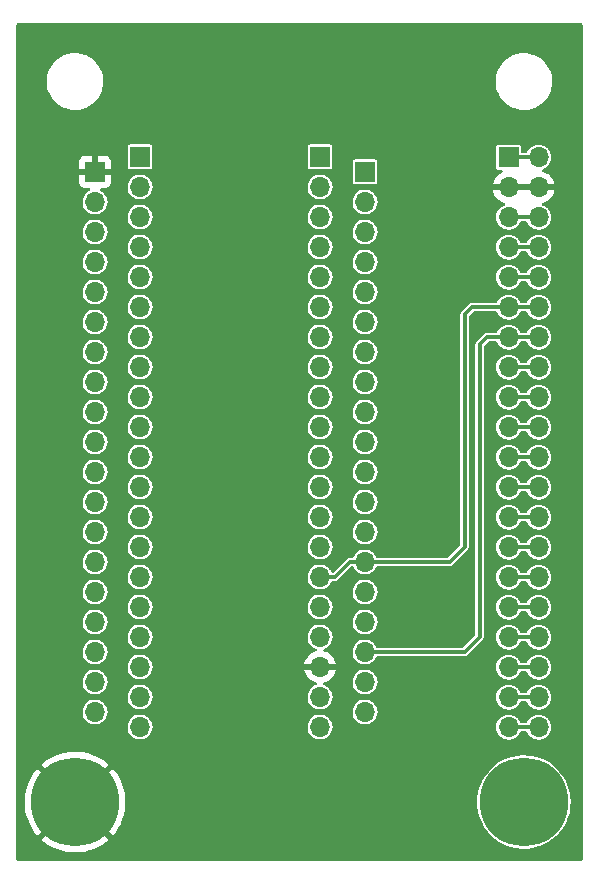
<source format=gtl>
G04 #@! TF.GenerationSoftware,KiCad,Pcbnew,(6.0.0)*
G04 #@! TF.CreationDate,2025-05-03T15:15:50+02:00*
G04 #@! TF.ProjectId,Smart Servo Control Board Rev.2,536d6172-7420-4536-9572-766f20436f6e,rev?*
G04 #@! TF.SameCoordinates,Original*
G04 #@! TF.FileFunction,Copper,L1,Top*
G04 #@! TF.FilePolarity,Positive*
%FSLAX46Y46*%
G04 Gerber Fmt 4.6, Leading zero omitted, Abs format (unit mm)*
G04 Created by KiCad (PCBNEW (6.0.0)) date 2025-05-03 15:15:50*
%MOMM*%
%LPD*%
G01*
G04 APERTURE LIST*
G04 #@! TA.AperFunction,ConnectorPad*
%ADD10C,7.500000*%
G04 #@! TD*
G04 #@! TA.AperFunction,ComponentPad*
%ADD11C,4.700000*%
G04 #@! TD*
G04 #@! TA.AperFunction,ComponentPad*
%ADD12R,1.700000X1.700000*%
G04 #@! TD*
G04 #@! TA.AperFunction,ComponentPad*
%ADD13O,1.700000X1.700000*%
G04 #@! TD*
G04 #@! TA.AperFunction,Conductor*
%ADD14C,0.300000*%
G04 #@! TD*
G04 APERTURE END LIST*
D10*
X207032520Y-103043428D03*
D11*
X207032520Y-103043428D03*
X245032520Y-103043428D03*
D10*
X245032520Y-103043428D03*
D12*
X231582520Y-49683428D03*
D13*
X231582520Y-52223428D03*
X231582520Y-54763428D03*
X231582520Y-57303428D03*
X231582520Y-59843428D03*
X231582520Y-62383428D03*
X231582520Y-64923428D03*
X231582520Y-67463428D03*
X231582520Y-70003428D03*
X231582520Y-72543428D03*
X231582520Y-75083428D03*
X231582520Y-77623428D03*
X231582520Y-80163428D03*
X231582520Y-82703428D03*
X231582520Y-85243428D03*
X231582520Y-87783428D03*
X231582520Y-90323428D03*
X231582520Y-92863428D03*
X231582520Y-95403428D03*
D12*
X243742520Y-48443428D03*
D13*
X246282520Y-48443428D03*
X243742520Y-50983428D03*
X246282520Y-50983428D03*
X243742520Y-53523428D03*
X246282520Y-53523428D03*
X243742520Y-56063428D03*
X246282520Y-56063428D03*
X243742520Y-58603428D03*
X246282520Y-58603428D03*
X243742520Y-61143428D03*
X246282520Y-61143428D03*
X243742520Y-63683428D03*
X246282520Y-63683428D03*
X243742520Y-66223428D03*
X246282520Y-66223428D03*
X243742520Y-68763428D03*
X246282520Y-68763428D03*
X243742520Y-71303428D03*
X246282520Y-71303428D03*
X243742520Y-73843428D03*
X246282520Y-73843428D03*
X243742520Y-76383428D03*
X246282520Y-76383428D03*
X243742520Y-78923428D03*
X246282520Y-78923428D03*
X243742520Y-81463428D03*
X246282520Y-81463428D03*
X243742520Y-84003428D03*
X246282520Y-84003428D03*
X243742520Y-86543428D03*
X246282520Y-86543428D03*
X243742520Y-89083428D03*
X246282520Y-89083428D03*
X243742520Y-91623428D03*
X246282520Y-91623428D03*
X243742520Y-94163428D03*
X246282520Y-94163428D03*
X243742520Y-96703428D03*
X246282520Y-96703428D03*
D12*
X227772520Y-48413428D03*
D13*
X227772520Y-50953428D03*
X227772520Y-53493428D03*
X227772520Y-56033428D03*
X227772520Y-58573428D03*
X227772520Y-61113428D03*
X227772520Y-63653428D03*
X227772520Y-66193428D03*
X227772520Y-68733428D03*
X227772520Y-71273428D03*
X227772520Y-73813428D03*
X227772520Y-76353428D03*
X227772520Y-78893428D03*
X227772520Y-81433428D03*
X227772520Y-83973428D03*
X227772520Y-86513428D03*
X227772520Y-89053428D03*
X227772520Y-91593428D03*
X227772520Y-94133428D03*
X227772520Y-96673428D03*
D12*
X212532520Y-48413428D03*
D13*
X212532520Y-50953428D03*
X212532520Y-53493428D03*
X212532520Y-56033428D03*
X212532520Y-58573428D03*
X212532520Y-61113428D03*
X212532520Y-63653428D03*
X212532520Y-66193428D03*
X212532520Y-68733428D03*
X212532520Y-71273428D03*
X212532520Y-73813428D03*
X212532520Y-76353428D03*
X212532520Y-78893428D03*
X212532520Y-81433428D03*
X212532520Y-83973428D03*
X212532520Y-86513428D03*
X212532520Y-89053428D03*
X212532520Y-91593428D03*
X212532520Y-94133428D03*
X212532520Y-96673428D03*
D12*
X208722520Y-49683428D03*
D13*
X208722520Y-52223428D03*
X208722520Y-54763428D03*
X208722520Y-57303428D03*
X208722520Y-59843428D03*
X208722520Y-62383428D03*
X208722520Y-64923428D03*
X208722520Y-67463428D03*
X208722520Y-70003428D03*
X208722520Y-72543428D03*
X208722520Y-75083428D03*
X208722520Y-77623428D03*
X208722520Y-80163428D03*
X208722520Y-82703428D03*
X208722520Y-85243428D03*
X208722520Y-87783428D03*
X208722520Y-90323428D03*
X208722520Y-92863428D03*
X208722520Y-95403428D03*
D14*
X240607520Y-61143428D02*
X240002520Y-61748428D01*
X231582520Y-82703428D02*
X230312520Y-82703428D01*
X229042520Y-83973428D02*
X227772520Y-83973428D01*
X243742520Y-61143428D02*
X240607520Y-61143428D01*
X243742520Y-61143428D02*
X246282520Y-61143428D01*
X230312520Y-82703428D02*
X229042520Y-83973428D01*
X240002520Y-61748428D02*
X240002520Y-81433428D01*
X243742520Y-63683428D02*
X241877520Y-63683428D01*
X241877520Y-63683428D02*
X241272520Y-64288428D01*
X240002520Y-81433428D02*
X238732520Y-82703428D01*
X241272520Y-64288428D02*
X241272520Y-89053428D01*
X243742520Y-63683428D02*
X246282520Y-63683428D01*
X241272520Y-89053428D02*
X240002520Y-90323428D01*
X243742520Y-48443428D02*
X246282520Y-48443428D01*
X243742520Y-53523428D02*
X246282520Y-53523428D01*
X243742520Y-56063428D02*
X246282520Y-56063428D01*
X243742520Y-58603428D02*
X246282520Y-58603428D01*
X243742520Y-50983428D02*
X246282520Y-50983428D01*
X243742520Y-71303428D02*
X246282520Y-71303428D01*
X243742520Y-78923428D02*
X246282520Y-78923428D01*
X243742520Y-66223428D02*
X246282520Y-66223428D01*
X243742520Y-91623428D02*
X246282520Y-91623428D01*
X243742520Y-68763428D02*
X246282520Y-68763428D01*
X243742520Y-86543428D02*
X246282520Y-86543428D01*
X243742520Y-96703428D02*
X246282520Y-96703428D01*
X243742520Y-89083428D02*
X246282520Y-89083428D01*
X243742520Y-73843428D02*
X246282520Y-73843428D01*
X243742520Y-94163428D02*
X246282520Y-94163428D01*
X243742520Y-76383428D02*
X246282520Y-76383428D01*
X243742520Y-84003428D02*
X246282520Y-84003428D01*
X243742520Y-81463428D02*
X246282520Y-81463428D01*
X231582520Y-90323428D02*
X240002520Y-90323428D01*
X231582520Y-82703428D02*
X238732520Y-82703428D01*
G04 #@! TA.AperFunction,Conductor*
G36*
X249744692Y-37045849D02*
G01*
X249822745Y-37061375D01*
X249868162Y-37080187D01*
X249923815Y-37117373D01*
X249958575Y-37152133D01*
X249995761Y-37207786D01*
X250014574Y-37253205D01*
X250030099Y-37331257D01*
X250032520Y-37355838D01*
X250032520Y-107731018D01*
X250030099Y-107755599D01*
X250014574Y-107833651D01*
X249995761Y-107879070D01*
X249958576Y-107934722D01*
X249923815Y-107969483D01*
X249868162Y-108006669D01*
X249822745Y-108025481D01*
X249754396Y-108039077D01*
X249744691Y-108041007D01*
X249720110Y-108043428D01*
X202344930Y-108043428D01*
X202320349Y-108041007D01*
X202310644Y-108039077D01*
X202242295Y-108025481D01*
X202196878Y-108006669D01*
X202141225Y-107969483D01*
X202106464Y-107934722D01*
X202069279Y-107879070D01*
X202050466Y-107833651D01*
X202034941Y-107755599D01*
X202032520Y-107731018D01*
X202032520Y-106229862D01*
X204211441Y-106229862D01*
X204218228Y-106239563D01*
X204417543Y-106409793D01*
X204422229Y-106413428D01*
X204745962Y-106640951D01*
X204750952Y-106644118D01*
X205094661Y-106840167D01*
X205099942Y-106842857D01*
X205460573Y-107005688D01*
X205466064Y-107007862D01*
X205840426Y-107136035D01*
X205846110Y-107137687D01*
X206230867Y-107230059D01*
X206236682Y-107231168D01*
X206628409Y-107286918D01*
X206634322Y-107287477D01*
X207029551Y-107306116D01*
X207035489Y-107306116D01*
X207430718Y-107287477D01*
X207436631Y-107286918D01*
X207828358Y-107231168D01*
X207834173Y-107230059D01*
X208218930Y-107137687D01*
X208224614Y-107136035D01*
X208598976Y-107007862D01*
X208604467Y-107005688D01*
X208965098Y-106842857D01*
X208970379Y-106840167D01*
X209314088Y-106644118D01*
X209319078Y-106640951D01*
X209642811Y-106413428D01*
X209647497Y-106409793D01*
X209845242Y-106240904D01*
X209853672Y-106227990D01*
X209847665Y-106217783D01*
X208902112Y-105272230D01*
X208902108Y-105272227D01*
X207045330Y-103415448D01*
X207031389Y-103407836D01*
X207029554Y-103407967D01*
X207022940Y-103412218D01*
X205162944Y-105272215D01*
X205162916Y-105272242D01*
X204218833Y-106216325D01*
X204211441Y-106229862D01*
X202032520Y-106229862D01*
X202032520Y-102912501D01*
X202771842Y-102912501D01*
X202778057Y-103308107D01*
X202778431Y-103314057D01*
X202821847Y-103707323D01*
X202822777Y-103713194D01*
X202903014Y-104100640D01*
X202904490Y-104106388D01*
X203020836Y-104484579D01*
X203022840Y-104490144D01*
X203174265Y-104855716D01*
X203176787Y-104861075D01*
X203361931Y-105210751D01*
X203364956Y-105215868D01*
X203582189Y-105546572D01*
X203585679Y-105551375D01*
X203832812Y-105859848D01*
X203845650Y-105867122D01*
X203846959Y-105867049D01*
X203854372Y-105862366D01*
X204803720Y-104913018D01*
X204803721Y-104913016D01*
X206660500Y-103056238D01*
X206666877Y-103044559D01*
X207396928Y-103044559D01*
X207397059Y-103046394D01*
X207401310Y-103053008D01*
X209261307Y-104913004D01*
X209261320Y-104913018D01*
X210207791Y-105859489D01*
X210221735Y-105867103D01*
X210223044Y-105867010D01*
X210229880Y-105862540D01*
X210231974Y-105860165D01*
X210479361Y-105551375D01*
X210482851Y-105546572D01*
X210700084Y-105215868D01*
X210703109Y-105210751D01*
X210888253Y-104861075D01*
X210890775Y-104855716D01*
X211042200Y-104490144D01*
X211044204Y-104484579D01*
X211160550Y-104106388D01*
X211162026Y-104100640D01*
X211242263Y-103713194D01*
X211243193Y-103707323D01*
X211286665Y-103313552D01*
X211287014Y-103308624D01*
X211295270Y-103045896D01*
X211295231Y-103040958D01*
X211294696Y-103029620D01*
X241076967Y-103029620D01*
X241077117Y-103032801D01*
X241095162Y-103415448D01*
X241095821Y-103429425D01*
X241154982Y-103825277D01*
X241253843Y-104213124D01*
X241391392Y-104588995D01*
X241392784Y-104591861D01*
X241548729Y-104913018D01*
X241566221Y-104949042D01*
X241776541Y-105289578D01*
X241778484Y-105292111D01*
X241778486Y-105292113D01*
X241802609Y-105323550D01*
X242020197Y-105607116D01*
X242294694Y-105898406D01*
X242297099Y-105900490D01*
X242297105Y-105900495D01*
X242330001Y-105928990D01*
X242597224Y-106160465D01*
X242924687Y-106390610D01*
X243273731Y-106586485D01*
X243640783Y-106746084D01*
X244022085Y-106867772D01*
X244234856Y-106912610D01*
X244410612Y-106949648D01*
X244410617Y-106949649D01*
X244413731Y-106950305D01*
X244811714Y-106992837D01*
X244814902Y-106992854D01*
X244814907Y-106992854D01*
X244996493Y-106993805D01*
X245211957Y-106994933D01*
X245363514Y-106980340D01*
X245607198Y-106956876D01*
X245607203Y-106956875D01*
X245610363Y-106956571D01*
X245613482Y-106955948D01*
X245613487Y-106955947D01*
X245806974Y-106917284D01*
X246002852Y-106878144D01*
X246296638Y-106787764D01*
X246382365Y-106761391D01*
X246382368Y-106761390D01*
X246385407Y-106760455D01*
X246388335Y-106759218D01*
X246388341Y-106759216D01*
X246554506Y-106689024D01*
X246754110Y-106604708D01*
X246756913Y-106603174D01*
X246756918Y-106603171D01*
X246908190Y-106520352D01*
X247105187Y-106412499D01*
X247435042Y-106185796D01*
X247437481Y-106183728D01*
X247437487Y-106183723D01*
X247737858Y-105928990D01*
X247740299Y-105926920D01*
X247742505Y-105924628D01*
X247742511Y-105924622D01*
X248015625Y-105640813D01*
X248017832Y-105638520D01*
X248264800Y-105323550D01*
X248336109Y-105210751D01*
X248476964Y-104987939D01*
X248478673Y-104985236D01*
X248480093Y-104982388D01*
X248480098Y-104982379D01*
X248655843Y-104629887D01*
X248657263Y-104627039D01*
X248798741Y-104252629D01*
X248809253Y-104213124D01*
X248900837Y-103868924D01*
X248901658Y-103865839D01*
X248908660Y-103822129D01*
X248964456Y-103473779D01*
X248964961Y-103470628D01*
X248988001Y-103071043D01*
X248988097Y-103043428D01*
X248981465Y-102912501D01*
X248968008Y-102646865D01*
X248968007Y-102646860D01*
X248967847Y-102643692D01*
X248907305Y-102248049D01*
X248807091Y-101860549D01*
X248805785Y-101857018D01*
X248669340Y-101488157D01*
X248669337Y-101488151D01*
X248668231Y-101485160D01*
X248492146Y-101125726D01*
X248405966Y-100987273D01*
X248282326Y-100788636D01*
X248282318Y-100788625D01*
X248280639Y-100785927D01*
X248035876Y-100469240D01*
X247808884Y-100230040D01*
X247762562Y-100181227D01*
X247762559Y-100181225D01*
X247760363Y-100178910D01*
X247749314Y-100169406D01*
X247459336Y-99919986D01*
X247459333Y-99919984D01*
X247456921Y-99917909D01*
X247128656Y-99688908D01*
X246778930Y-99494253D01*
X246776010Y-99492995D01*
X246776005Y-99492993D01*
X246414258Y-99337200D01*
X246414248Y-99337196D01*
X246411324Y-99335937D01*
X246029600Y-99215580D01*
X245748374Y-99157341D01*
X245640792Y-99135062D01*
X245640789Y-99135062D01*
X245637667Y-99134415D01*
X245332258Y-99102854D01*
X245242695Y-99093598D01*
X245242692Y-99093598D01*
X245239539Y-99093272D01*
X245236372Y-99093266D01*
X245236363Y-99093266D01*
X245039035Y-99092922D01*
X244839291Y-99092573D01*
X244538999Y-99122546D01*
X244444206Y-99132008D01*
X244444204Y-99132008D01*
X244441021Y-99132326D01*
X244437881Y-99132965D01*
X244437880Y-99132965D01*
X244051942Y-99211485D01*
X244051935Y-99211487D01*
X244048808Y-99212123D01*
X243666666Y-99331147D01*
X243663738Y-99332396D01*
X243301439Y-99486929D01*
X243301435Y-99486931D01*
X243298509Y-99488179D01*
X243295730Y-99489713D01*
X243295724Y-99489716D01*
X243102128Y-99596587D01*
X242948106Y-99681612D01*
X242945485Y-99683427D01*
X242945480Y-99683430D01*
X242698838Y-99854213D01*
X242619044Y-99909465D01*
X242314692Y-100169406D01*
X242312492Y-100171708D01*
X242312489Y-100171711D01*
X242264168Y-100222276D01*
X242038168Y-100458772D01*
X242036211Y-100461286D01*
X242036210Y-100461287D01*
X241889380Y-100649899D01*
X241792301Y-100774602D01*
X241790605Y-100777306D01*
X241790602Y-100777310D01*
X241658893Y-100987273D01*
X241579610Y-101113662D01*
X241402271Y-101472479D01*
X241262101Y-101847381D01*
X241160535Y-102234528D01*
X241098612Y-102629958D01*
X241098441Y-102633120D01*
X241098440Y-102633127D01*
X241097868Y-102643692D01*
X241076967Y-103029620D01*
X211294696Y-103029620D01*
X211276569Y-102645230D01*
X211276010Y-102639317D01*
X211220260Y-102247590D01*
X211219151Y-102241775D01*
X211126779Y-101857018D01*
X211125127Y-101851334D01*
X210996954Y-101476972D01*
X210994780Y-101471481D01*
X210831949Y-101110850D01*
X210829259Y-101105569D01*
X210633210Y-100761860D01*
X210630043Y-100756870D01*
X210402520Y-100433137D01*
X210398885Y-100428451D01*
X210229996Y-100230706D01*
X210217082Y-100222276D01*
X210206875Y-100228283D01*
X209261320Y-101173838D01*
X209261319Y-101173840D01*
X207404540Y-103030618D01*
X207396928Y-103044559D01*
X206666877Y-103044559D01*
X206668112Y-103042297D01*
X206667981Y-103040462D01*
X206663730Y-103033848D01*
X204803733Y-101173852D01*
X204803720Y-101173838D01*
X203859922Y-100230040D01*
X203845978Y-100222426D01*
X203845725Y-100222444D01*
X203836983Y-100228358D01*
X203749956Y-100324000D01*
X203746169Y-100328578D01*
X203508608Y-100644979D01*
X203505264Y-100649899D01*
X203298521Y-100987273D01*
X203295673Y-100992453D01*
X203121592Y-101347798D01*
X203119243Y-101353225D01*
X202979378Y-101723367D01*
X202977546Y-101729006D01*
X202873142Y-102110643D01*
X202871843Y-102116456D01*
X202803815Y-102506239D01*
X202803074Y-102512102D01*
X202772027Y-102906575D01*
X202771842Y-102912501D01*
X202032520Y-102912501D01*
X202032520Y-99859392D01*
X204211459Y-99859392D01*
X204211465Y-99859645D01*
X204216965Y-99868663D01*
X205162928Y-100814626D01*
X205162932Y-100814629D01*
X207019710Y-102671408D01*
X207033651Y-102679020D01*
X207035486Y-102678889D01*
X207042100Y-102674638D01*
X207603217Y-102113521D01*
X208902096Y-100814641D01*
X208902124Y-100814614D01*
X209848581Y-99868157D01*
X209856195Y-99854213D01*
X209856102Y-99852904D01*
X209851632Y-99846068D01*
X209849257Y-99843974D01*
X209540467Y-99596587D01*
X209535664Y-99593097D01*
X209204960Y-99375864D01*
X209199843Y-99372839D01*
X208850167Y-99187695D01*
X208844808Y-99185173D01*
X208479236Y-99033748D01*
X208473671Y-99031744D01*
X208095480Y-98915398D01*
X208089732Y-98913922D01*
X207702286Y-98833685D01*
X207696415Y-98832755D01*
X207303149Y-98789339D01*
X207297199Y-98788965D01*
X206901593Y-98782750D01*
X206895667Y-98782935D01*
X206501194Y-98813982D01*
X206495331Y-98814723D01*
X206105548Y-98882751D01*
X206099735Y-98884050D01*
X205718098Y-98988454D01*
X205712459Y-98990286D01*
X205342317Y-99130151D01*
X205336890Y-99132500D01*
X204981545Y-99306581D01*
X204976365Y-99309429D01*
X204638991Y-99516172D01*
X204634071Y-99519516D01*
X204317670Y-99757077D01*
X204313092Y-99760864D01*
X204219719Y-99845826D01*
X204211459Y-99859392D01*
X202032520Y-99859392D01*
X202032520Y-96658690D01*
X211477040Y-96658690D01*
X211494279Y-96863981D01*
X211551064Y-97062014D01*
X211553879Y-97067491D01*
X211553880Y-97067494D01*
X211642417Y-97239769D01*
X211645232Y-97245246D01*
X211773197Y-97406698D01*
X211777890Y-97410692D01*
X211777891Y-97410693D01*
X211802771Y-97431867D01*
X211930084Y-97540219D01*
X211935462Y-97543225D01*
X211935464Y-97543226D01*
X211989143Y-97573226D01*
X212109918Y-97640725D01*
X212192994Y-97667718D01*
X212299991Y-97702484D01*
X212299995Y-97702485D01*
X212305849Y-97704387D01*
X212510414Y-97728779D01*
X212516549Y-97728307D01*
X212516551Y-97728307D01*
X212572559Y-97723997D01*
X212715820Y-97712974D01*
X212721750Y-97711318D01*
X212721752Y-97711318D01*
X212860320Y-97672629D01*
X212914245Y-97657573D01*
X212919734Y-97654800D01*
X212919740Y-97654798D01*
X213052472Y-97587750D01*
X213098130Y-97564686D01*
X213260471Y-97437852D01*
X213395084Y-97281900D01*
X213401976Y-97269769D01*
X213476754Y-97138135D01*
X213496843Y-97102772D01*
X213561871Y-96907291D01*
X213587691Y-96702902D01*
X213588103Y-96673428D01*
X213586658Y-96658690D01*
X226717040Y-96658690D01*
X226734279Y-96863981D01*
X226791064Y-97062014D01*
X226793879Y-97067491D01*
X226793880Y-97067494D01*
X226882417Y-97239769D01*
X226885232Y-97245246D01*
X227013197Y-97406698D01*
X227017890Y-97410692D01*
X227017891Y-97410693D01*
X227042771Y-97431867D01*
X227170084Y-97540219D01*
X227175462Y-97543225D01*
X227175464Y-97543226D01*
X227229143Y-97573226D01*
X227349918Y-97640725D01*
X227432994Y-97667718D01*
X227539991Y-97702484D01*
X227539995Y-97702485D01*
X227545849Y-97704387D01*
X227750414Y-97728779D01*
X227756549Y-97728307D01*
X227756551Y-97728307D01*
X227812559Y-97723997D01*
X227955820Y-97712974D01*
X227961750Y-97711318D01*
X227961752Y-97711318D01*
X228100320Y-97672629D01*
X228154245Y-97657573D01*
X228159734Y-97654800D01*
X228159740Y-97654798D01*
X228292472Y-97587750D01*
X228338130Y-97564686D01*
X228500471Y-97437852D01*
X228635084Y-97281900D01*
X228641976Y-97269769D01*
X228716754Y-97138135D01*
X228736843Y-97102772D01*
X228801871Y-96907291D01*
X228827691Y-96702902D01*
X228827890Y-96688690D01*
X242687040Y-96688690D01*
X242704279Y-96893981D01*
X242705978Y-96899906D01*
X242755879Y-97073930D01*
X242761064Y-97092014D01*
X242763879Y-97097491D01*
X242763880Y-97097494D01*
X242784766Y-97138134D01*
X242855232Y-97275246D01*
X242983197Y-97436698D01*
X242987890Y-97440692D01*
X242987891Y-97440693D01*
X243129131Y-97560897D01*
X243140084Y-97570219D01*
X243319918Y-97670725D01*
X243414758Y-97701541D01*
X243509991Y-97732484D01*
X243509995Y-97732485D01*
X243515849Y-97734387D01*
X243720414Y-97758779D01*
X243726549Y-97758307D01*
X243726551Y-97758307D01*
X243782559Y-97753997D01*
X243925820Y-97742974D01*
X243931750Y-97741318D01*
X243931752Y-97741318D01*
X244064024Y-97704387D01*
X244124245Y-97687573D01*
X244129734Y-97684800D01*
X244129740Y-97684798D01*
X244302636Y-97597461D01*
X244308130Y-97594686D01*
X244346529Y-97564686D01*
X244465621Y-97471641D01*
X244470471Y-97467852D01*
X244523258Y-97406698D01*
X244601060Y-97316562D01*
X244601060Y-97316561D01*
X244605084Y-97311900D01*
X244622127Y-97281900D01*
X244703797Y-97138134D01*
X244706843Y-97132772D01*
X244708331Y-97128298D01*
X244753983Y-97074585D01*
X244823113Y-97053928D01*
X245204579Y-97053928D01*
X245272700Y-97073930D01*
X245316645Y-97122334D01*
X245392412Y-97269761D01*
X245392417Y-97269769D01*
X245395232Y-97275246D01*
X245523197Y-97436698D01*
X245527890Y-97440692D01*
X245527891Y-97440693D01*
X245669131Y-97560897D01*
X245680084Y-97570219D01*
X245859918Y-97670725D01*
X245954758Y-97701541D01*
X246049991Y-97732484D01*
X246049995Y-97732485D01*
X246055849Y-97734387D01*
X246260414Y-97758779D01*
X246266549Y-97758307D01*
X246266551Y-97758307D01*
X246322559Y-97753997D01*
X246465820Y-97742974D01*
X246471750Y-97741318D01*
X246471752Y-97741318D01*
X246604024Y-97704387D01*
X246664245Y-97687573D01*
X246669734Y-97684800D01*
X246669740Y-97684798D01*
X246842636Y-97597461D01*
X246848130Y-97594686D01*
X246886529Y-97564686D01*
X247005621Y-97471641D01*
X247010471Y-97467852D01*
X247063258Y-97406698D01*
X247141060Y-97316562D01*
X247141060Y-97316561D01*
X247145084Y-97311900D01*
X247162127Y-97281900D01*
X247243796Y-97138135D01*
X247246843Y-97132772D01*
X247311871Y-96937291D01*
X247337691Y-96732902D01*
X247338103Y-96703428D01*
X247318000Y-96498398D01*
X247258455Y-96301177D01*
X247161738Y-96119277D01*
X247088379Y-96029330D01*
X247035426Y-95964403D01*
X247035423Y-95964400D01*
X247031531Y-95959628D01*
X247014306Y-95945378D01*
X246877545Y-95832239D01*
X246877541Y-95832237D01*
X246872795Y-95828310D01*
X246691575Y-95730325D01*
X246494774Y-95669405D01*
X246488649Y-95668761D01*
X246488648Y-95668761D01*
X246296018Y-95648515D01*
X246296016Y-95648515D01*
X246289889Y-95647871D01*
X246203049Y-95655774D01*
X246090862Y-95665983D01*
X246090859Y-95665984D01*
X246084723Y-95666542D01*
X245887092Y-95724708D01*
X245704522Y-95820154D01*
X245699721Y-95824014D01*
X245699718Y-95824016D01*
X245575399Y-95923971D01*
X245543967Y-95949243D01*
X245411544Y-96107058D01*
X245408576Y-96112456D01*
X245408573Y-96112461D01*
X245312296Y-96287590D01*
X245309860Y-96286251D01*
X245271812Y-96331729D01*
X245201864Y-96352928D01*
X244821680Y-96352928D01*
X244753559Y-96332926D01*
X244710428Y-96286081D01*
X244701995Y-96270219D01*
X244621738Y-96119277D01*
X244548379Y-96029330D01*
X244495426Y-95964403D01*
X244495423Y-95964400D01*
X244491531Y-95959628D01*
X244474306Y-95945378D01*
X244337545Y-95832239D01*
X244337541Y-95832237D01*
X244332795Y-95828310D01*
X244151575Y-95730325D01*
X243954774Y-95669405D01*
X243948649Y-95668761D01*
X243948648Y-95668761D01*
X243756018Y-95648515D01*
X243756016Y-95648515D01*
X243749889Y-95647871D01*
X243663049Y-95655774D01*
X243550862Y-95665983D01*
X243550859Y-95665984D01*
X243544723Y-95666542D01*
X243347092Y-95724708D01*
X243164522Y-95820154D01*
X243159721Y-95824014D01*
X243159718Y-95824016D01*
X243035399Y-95923971D01*
X243003967Y-95949243D01*
X242871544Y-96107058D01*
X242868576Y-96112456D01*
X242868573Y-96112461D01*
X242785560Y-96263463D01*
X242772296Y-96287590D01*
X242710004Y-96483960D01*
X242709318Y-96490077D01*
X242709317Y-96490081D01*
X242691092Y-96652565D01*
X242687040Y-96688690D01*
X228827890Y-96688690D01*
X228828103Y-96673428D01*
X228808000Y-96468398D01*
X228748455Y-96271177D01*
X228651738Y-96089277D01*
X228558736Y-95975246D01*
X228525426Y-95934403D01*
X228525423Y-95934400D01*
X228521531Y-95929628D01*
X228504306Y-95915378D01*
X228367545Y-95802239D01*
X228367541Y-95802237D01*
X228362795Y-95798310D01*
X228181575Y-95700325D01*
X227984774Y-95639405D01*
X227978649Y-95638761D01*
X227978648Y-95638761D01*
X227786018Y-95618515D01*
X227786016Y-95618515D01*
X227779889Y-95617871D01*
X227693049Y-95625774D01*
X227580862Y-95635983D01*
X227580859Y-95635984D01*
X227574723Y-95636542D01*
X227377092Y-95694708D01*
X227194522Y-95790154D01*
X227189721Y-95794014D01*
X227189718Y-95794016D01*
X227134845Y-95838135D01*
X227033967Y-95919243D01*
X226901544Y-96077058D01*
X226898576Y-96082456D01*
X226898573Y-96082461D01*
X226805263Y-96252193D01*
X226802296Y-96257590D01*
X226740004Y-96453960D01*
X226739318Y-96460077D01*
X226739317Y-96460081D01*
X226717727Y-96652565D01*
X226717040Y-96658690D01*
X213586658Y-96658690D01*
X213568000Y-96468398D01*
X213508455Y-96271177D01*
X213411738Y-96089277D01*
X213318736Y-95975246D01*
X213285426Y-95934403D01*
X213285423Y-95934400D01*
X213281531Y-95929628D01*
X213264306Y-95915378D01*
X213127545Y-95802239D01*
X213127541Y-95802237D01*
X213122795Y-95798310D01*
X212941575Y-95700325D01*
X212744774Y-95639405D01*
X212738649Y-95638761D01*
X212738648Y-95638761D01*
X212546018Y-95618515D01*
X212546016Y-95618515D01*
X212539889Y-95617871D01*
X212453049Y-95625774D01*
X212340862Y-95635983D01*
X212340859Y-95635984D01*
X212334723Y-95636542D01*
X212137092Y-95694708D01*
X211954522Y-95790154D01*
X211949721Y-95794014D01*
X211949718Y-95794016D01*
X211894845Y-95838135D01*
X211793967Y-95919243D01*
X211661544Y-96077058D01*
X211658576Y-96082456D01*
X211658573Y-96082461D01*
X211565263Y-96252193D01*
X211562296Y-96257590D01*
X211500004Y-96453960D01*
X211499318Y-96460077D01*
X211499317Y-96460081D01*
X211477727Y-96652565D01*
X211477040Y-96658690D01*
X202032520Y-96658690D01*
X202032520Y-95388690D01*
X207667040Y-95388690D01*
X207684279Y-95593981D01*
X207685978Y-95599906D01*
X207722853Y-95728503D01*
X207741064Y-95792014D01*
X207743879Y-95797491D01*
X207743880Y-95797494D01*
X207819882Y-95945378D01*
X207835232Y-95975246D01*
X207963197Y-96136698D01*
X207967890Y-96140692D01*
X207967891Y-96140693D01*
X208112146Y-96263463D01*
X208120084Y-96270219D01*
X208125462Y-96273225D01*
X208125464Y-96273226D01*
X208210001Y-96320472D01*
X208299918Y-96370725D01*
X208394758Y-96401540D01*
X208489991Y-96432484D01*
X208489995Y-96432485D01*
X208495849Y-96434387D01*
X208700414Y-96458779D01*
X208706549Y-96458307D01*
X208706551Y-96458307D01*
X208763043Y-96453960D01*
X208905820Y-96442974D01*
X208911750Y-96441318D01*
X208911752Y-96441318D01*
X209098317Y-96389228D01*
X209098316Y-96389228D01*
X209104245Y-96387573D01*
X209109734Y-96384800D01*
X209109740Y-96384798D01*
X209282636Y-96297461D01*
X209288130Y-96294686D01*
X209298927Y-96286251D01*
X209445621Y-96171641D01*
X209450471Y-96167852D01*
X209492400Y-96119277D01*
X209581060Y-96016562D01*
X209581060Y-96016561D01*
X209585084Y-96011900D01*
X209605907Y-95975246D01*
X209635035Y-95923971D01*
X209686843Y-95832772D01*
X209751871Y-95637291D01*
X209777691Y-95432902D01*
X209778103Y-95403428D01*
X209776658Y-95388690D01*
X230527040Y-95388690D01*
X230544279Y-95593981D01*
X230545978Y-95599906D01*
X230582853Y-95728503D01*
X230601064Y-95792014D01*
X230603879Y-95797491D01*
X230603880Y-95797494D01*
X230679882Y-95945378D01*
X230695232Y-95975246D01*
X230823197Y-96136698D01*
X230827890Y-96140692D01*
X230827891Y-96140693D01*
X230972146Y-96263463D01*
X230980084Y-96270219D01*
X230985462Y-96273225D01*
X230985464Y-96273226D01*
X231070001Y-96320472D01*
X231159918Y-96370725D01*
X231254758Y-96401540D01*
X231349991Y-96432484D01*
X231349995Y-96432485D01*
X231355849Y-96434387D01*
X231560414Y-96458779D01*
X231566549Y-96458307D01*
X231566551Y-96458307D01*
X231623043Y-96453960D01*
X231765820Y-96442974D01*
X231771750Y-96441318D01*
X231771752Y-96441318D01*
X231958317Y-96389228D01*
X231958316Y-96389228D01*
X231964245Y-96387573D01*
X231969734Y-96384800D01*
X231969740Y-96384798D01*
X232142636Y-96297461D01*
X232148130Y-96294686D01*
X232158927Y-96286251D01*
X232305621Y-96171641D01*
X232310471Y-96167852D01*
X232352400Y-96119277D01*
X232441060Y-96016562D01*
X232441060Y-96016561D01*
X232445084Y-96011900D01*
X232465907Y-95975246D01*
X232495035Y-95923971D01*
X232546843Y-95832772D01*
X232611871Y-95637291D01*
X232637691Y-95432902D01*
X232638103Y-95403428D01*
X232618000Y-95198398D01*
X232558455Y-95001177D01*
X232461738Y-94819277D01*
X232368736Y-94705246D01*
X232335426Y-94664403D01*
X232335423Y-94664400D01*
X232331531Y-94659628D01*
X232257198Y-94598134D01*
X232177545Y-94532239D01*
X232177541Y-94532237D01*
X232172795Y-94528310D01*
X231991575Y-94430325D01*
X231794774Y-94369405D01*
X231788649Y-94368761D01*
X231788648Y-94368761D01*
X231596018Y-94348515D01*
X231596016Y-94348515D01*
X231589889Y-94347871D01*
X231503049Y-94355774D01*
X231390862Y-94365983D01*
X231390859Y-94365984D01*
X231384723Y-94366542D01*
X231187092Y-94424708D01*
X231004522Y-94520154D01*
X230999721Y-94524014D01*
X230999718Y-94524016D01*
X230848774Y-94645378D01*
X230843967Y-94649243D01*
X230711544Y-94807058D01*
X230708576Y-94812456D01*
X230708573Y-94812461D01*
X230647698Y-94923194D01*
X230612296Y-94987590D01*
X230550004Y-95183960D01*
X230549318Y-95190077D01*
X230549317Y-95190081D01*
X230546180Y-95218050D01*
X230527040Y-95388690D01*
X209776658Y-95388690D01*
X209758000Y-95198398D01*
X209698455Y-95001177D01*
X209601738Y-94819277D01*
X209508736Y-94705246D01*
X209475426Y-94664403D01*
X209475423Y-94664400D01*
X209471531Y-94659628D01*
X209397198Y-94598134D01*
X209317545Y-94532239D01*
X209317541Y-94532237D01*
X209312795Y-94528310D01*
X209131575Y-94430325D01*
X208934774Y-94369405D01*
X208928649Y-94368761D01*
X208928648Y-94368761D01*
X208736018Y-94348515D01*
X208736016Y-94348515D01*
X208729889Y-94347871D01*
X208643049Y-94355774D01*
X208530862Y-94365983D01*
X208530859Y-94365984D01*
X208524723Y-94366542D01*
X208327092Y-94424708D01*
X208144522Y-94520154D01*
X208139721Y-94524014D01*
X208139718Y-94524016D01*
X207988774Y-94645378D01*
X207983967Y-94649243D01*
X207851544Y-94807058D01*
X207848576Y-94812456D01*
X207848573Y-94812461D01*
X207787698Y-94923194D01*
X207752296Y-94987590D01*
X207690004Y-95183960D01*
X207689318Y-95190077D01*
X207689317Y-95190081D01*
X207686180Y-95218050D01*
X207667040Y-95388690D01*
X202032520Y-95388690D01*
X202032520Y-94118690D01*
X211477040Y-94118690D01*
X211494279Y-94323981D01*
X211495978Y-94329906D01*
X211524773Y-94430325D01*
X211551064Y-94522014D01*
X211553879Y-94527491D01*
X211553880Y-94527494D01*
X211642417Y-94699769D01*
X211645232Y-94705246D01*
X211773197Y-94866698D01*
X211777890Y-94870692D01*
X211777891Y-94870693D01*
X211922146Y-94993463D01*
X211930084Y-95000219D01*
X211935462Y-95003225D01*
X211935464Y-95003226D01*
X211989143Y-95033226D01*
X212109918Y-95100725D01*
X212192994Y-95127718D01*
X212299991Y-95162484D01*
X212299995Y-95162485D01*
X212305849Y-95164387D01*
X212510414Y-95188779D01*
X212516549Y-95188307D01*
X212516551Y-95188307D01*
X212573043Y-95183960D01*
X212715820Y-95172974D01*
X212721750Y-95171318D01*
X212721752Y-95171318D01*
X212860320Y-95132629D01*
X212914245Y-95117573D01*
X212919734Y-95114800D01*
X212919740Y-95114798D01*
X213052472Y-95047750D01*
X213098130Y-95024686D01*
X213260471Y-94897852D01*
X213395084Y-94741900D01*
X213401976Y-94729769D01*
X213445035Y-94653971D01*
X213496843Y-94562772D01*
X213561871Y-94367291D01*
X213587691Y-94162902D01*
X213588103Y-94133428D01*
X213568000Y-93928398D01*
X213508455Y-93731177D01*
X213411738Y-93549277D01*
X213318736Y-93435246D01*
X213285426Y-93394403D01*
X213285423Y-93394400D01*
X213281531Y-93389628D01*
X213264306Y-93375378D01*
X213127545Y-93262239D01*
X213127541Y-93262237D01*
X213122795Y-93258310D01*
X212941575Y-93160325D01*
X212744774Y-93099405D01*
X212738649Y-93098761D01*
X212738648Y-93098761D01*
X212546018Y-93078515D01*
X212546016Y-93078515D01*
X212539889Y-93077871D01*
X212453049Y-93085774D01*
X212340862Y-93095983D01*
X212340859Y-93095984D01*
X212334723Y-93096542D01*
X212137092Y-93154708D01*
X211954522Y-93250154D01*
X211949721Y-93254014D01*
X211949718Y-93254016D01*
X211894845Y-93298135D01*
X211793967Y-93379243D01*
X211661544Y-93537058D01*
X211658576Y-93542456D01*
X211658573Y-93542461D01*
X211565263Y-93712193D01*
X211562296Y-93717590D01*
X211500004Y-93913960D01*
X211499318Y-93920077D01*
X211499317Y-93920081D01*
X211477727Y-94112565D01*
X211477040Y-94118690D01*
X202032520Y-94118690D01*
X202032520Y-92848690D01*
X207667040Y-92848690D01*
X207684279Y-93053981D01*
X207685978Y-93059906D01*
X207722853Y-93188503D01*
X207741064Y-93252014D01*
X207743879Y-93257491D01*
X207743880Y-93257494D01*
X207819882Y-93405378D01*
X207835232Y-93435246D01*
X207963197Y-93596698D01*
X207967890Y-93600692D01*
X207967891Y-93600693D01*
X208112146Y-93723463D01*
X208120084Y-93730219D01*
X208125462Y-93733225D01*
X208125464Y-93733226D01*
X208210001Y-93780472D01*
X208299918Y-93830725D01*
X208394758Y-93861540D01*
X208489991Y-93892484D01*
X208489995Y-93892485D01*
X208495849Y-93894387D01*
X208700414Y-93918779D01*
X208706549Y-93918307D01*
X208706551Y-93918307D01*
X208763043Y-93913960D01*
X208905820Y-93902974D01*
X208911750Y-93901318D01*
X208911752Y-93901318D01*
X209098317Y-93849228D01*
X209098316Y-93849228D01*
X209104245Y-93847573D01*
X209109734Y-93844800D01*
X209109740Y-93844798D01*
X209282636Y-93757461D01*
X209288130Y-93754686D01*
X209298927Y-93746251D01*
X209445621Y-93631641D01*
X209450471Y-93627852D01*
X209492400Y-93579277D01*
X209581060Y-93476562D01*
X209581060Y-93476561D01*
X209585084Y-93471900D01*
X209605907Y-93435246D01*
X209635035Y-93383971D01*
X209686843Y-93292772D01*
X209751871Y-93097291D01*
X209777691Y-92892902D01*
X209778103Y-92863428D01*
X209758000Y-92658398D01*
X209698455Y-92461177D01*
X209601738Y-92279277D01*
X209508736Y-92165246D01*
X209475426Y-92124403D01*
X209475423Y-92124400D01*
X209471531Y-92119628D01*
X209454306Y-92105378D01*
X209317545Y-91992239D01*
X209317541Y-91992237D01*
X209312795Y-91988310D01*
X209131575Y-91890325D01*
X208934774Y-91829405D01*
X208928649Y-91828761D01*
X208928648Y-91828761D01*
X208736018Y-91808515D01*
X208736016Y-91808515D01*
X208729889Y-91807871D01*
X208643049Y-91815774D01*
X208530862Y-91825983D01*
X208530859Y-91825984D01*
X208524723Y-91826542D01*
X208327092Y-91884708D01*
X208144522Y-91980154D01*
X208139721Y-91984014D01*
X208139718Y-91984016D01*
X208007776Y-92090100D01*
X207983967Y-92109243D01*
X207851544Y-92267058D01*
X207848576Y-92272456D01*
X207848573Y-92272461D01*
X207787698Y-92383194D01*
X207752296Y-92447590D01*
X207690004Y-92643960D01*
X207689318Y-92650077D01*
X207689317Y-92650081D01*
X207682343Y-92712259D01*
X207667040Y-92848690D01*
X202032520Y-92848690D01*
X202032520Y-91578690D01*
X211477040Y-91578690D01*
X211494279Y-91783981D01*
X211495978Y-91789906D01*
X211524773Y-91890325D01*
X211551064Y-91982014D01*
X211553879Y-91987491D01*
X211553880Y-91987494D01*
X211642417Y-92159769D01*
X211645232Y-92165246D01*
X211773197Y-92326698D01*
X211777890Y-92330692D01*
X211777891Y-92330693D01*
X211922146Y-92453463D01*
X211930084Y-92460219D01*
X211935462Y-92463225D01*
X211935464Y-92463226D01*
X211989143Y-92493226D01*
X212109918Y-92560725D01*
X212192994Y-92587718D01*
X212299991Y-92622484D01*
X212299995Y-92622485D01*
X212305849Y-92624387D01*
X212510414Y-92648779D01*
X212516549Y-92648307D01*
X212516551Y-92648307D01*
X212573043Y-92643960D01*
X212715820Y-92632974D01*
X212721750Y-92631318D01*
X212721752Y-92631318D01*
X212860320Y-92592629D01*
X212914245Y-92577573D01*
X212919734Y-92574800D01*
X212919740Y-92574798D01*
X213052472Y-92507750D01*
X213098130Y-92484686D01*
X213113865Y-92472393D01*
X213217223Y-92391641D01*
X213260471Y-92357852D01*
X213318512Y-92290611D01*
X213391060Y-92206562D01*
X213391060Y-92206561D01*
X213395084Y-92201900D01*
X213401976Y-92189769D01*
X213445035Y-92113971D01*
X213496843Y-92022772D01*
X213550526Y-91861394D01*
X226440777Y-91861394D01*
X226471085Y-91995874D01*
X226474165Y-92005703D01*
X226554290Y-92203031D01*
X226558933Y-92212222D01*
X226670214Y-92393816D01*
X226676297Y-92402127D01*
X226815733Y-92563095D01*
X226823100Y-92570311D01*
X226986954Y-92706344D01*
X226995401Y-92712259D01*
X227179276Y-92819707D01*
X227188562Y-92824157D01*
X227387521Y-92900131D01*
X227402386Y-92904450D01*
X227401809Y-92906436D01*
X227456780Y-92935510D01*
X227491630Y-92997364D01*
X227487508Y-93068241D01*
X227445721Y-93125637D01*
X227404450Y-93146656D01*
X227383009Y-93152966D01*
X227383004Y-93152968D01*
X227377092Y-93154708D01*
X227194522Y-93250154D01*
X227189721Y-93254014D01*
X227189718Y-93254016D01*
X227134845Y-93298135D01*
X227033967Y-93379243D01*
X226901544Y-93537058D01*
X226898576Y-93542456D01*
X226898573Y-93542461D01*
X226805263Y-93712193D01*
X226802296Y-93717590D01*
X226740004Y-93913960D01*
X226739318Y-93920077D01*
X226739317Y-93920081D01*
X226717727Y-94112565D01*
X226717040Y-94118690D01*
X226734279Y-94323981D01*
X226735978Y-94329906D01*
X226764773Y-94430325D01*
X226791064Y-94522014D01*
X226793879Y-94527491D01*
X226793880Y-94527494D01*
X226882417Y-94699769D01*
X226885232Y-94705246D01*
X227013197Y-94866698D01*
X227017890Y-94870692D01*
X227017891Y-94870693D01*
X227162146Y-94993463D01*
X227170084Y-95000219D01*
X227175462Y-95003225D01*
X227175464Y-95003226D01*
X227229143Y-95033226D01*
X227349918Y-95100725D01*
X227432994Y-95127718D01*
X227539991Y-95162484D01*
X227539995Y-95162485D01*
X227545849Y-95164387D01*
X227750414Y-95188779D01*
X227756549Y-95188307D01*
X227756551Y-95188307D01*
X227813043Y-95183960D01*
X227955820Y-95172974D01*
X227961750Y-95171318D01*
X227961752Y-95171318D01*
X228100320Y-95132629D01*
X228154245Y-95117573D01*
X228159734Y-95114800D01*
X228159740Y-95114798D01*
X228292472Y-95047750D01*
X228338130Y-95024686D01*
X228500471Y-94897852D01*
X228635084Y-94741900D01*
X228641976Y-94729769D01*
X228685035Y-94653971D01*
X228736843Y-94562772D01*
X228801871Y-94367291D01*
X228827691Y-94162902D01*
X228827890Y-94148690D01*
X242687040Y-94148690D01*
X242704279Y-94353981D01*
X242705978Y-94359906D01*
X242755879Y-94533930D01*
X242761064Y-94552014D01*
X242763879Y-94557491D01*
X242763880Y-94557494D01*
X242816370Y-94659628D01*
X242855232Y-94735246D01*
X242983197Y-94896698D01*
X242987890Y-94900692D01*
X242987891Y-94900693D01*
X243129131Y-95020897D01*
X243140084Y-95030219D01*
X243319918Y-95130725D01*
X243414758Y-95161541D01*
X243509991Y-95192484D01*
X243509995Y-95192485D01*
X243515849Y-95194387D01*
X243720414Y-95218779D01*
X243726549Y-95218307D01*
X243726551Y-95218307D01*
X243782559Y-95213997D01*
X243925820Y-95202974D01*
X243931750Y-95201318D01*
X243931752Y-95201318D01*
X244064024Y-95164387D01*
X244124245Y-95147573D01*
X244129734Y-95144800D01*
X244129740Y-95144798D01*
X244302636Y-95057461D01*
X244308130Y-95054686D01*
X244346529Y-95024686D01*
X244465621Y-94931641D01*
X244470471Y-94927852D01*
X244523258Y-94866698D01*
X244601060Y-94776562D01*
X244601060Y-94776561D01*
X244605084Y-94771900D01*
X244622127Y-94741900D01*
X244703797Y-94598134D01*
X244706843Y-94592772D01*
X244708331Y-94588298D01*
X244753983Y-94534585D01*
X244823113Y-94513928D01*
X245204579Y-94513928D01*
X245272700Y-94533930D01*
X245316645Y-94582334D01*
X245392412Y-94729761D01*
X245392417Y-94729769D01*
X245395232Y-94735246D01*
X245523197Y-94896698D01*
X245527890Y-94900692D01*
X245527891Y-94900693D01*
X245669131Y-95020897D01*
X245680084Y-95030219D01*
X245859918Y-95130725D01*
X245954758Y-95161541D01*
X246049991Y-95192484D01*
X246049995Y-95192485D01*
X246055849Y-95194387D01*
X246260414Y-95218779D01*
X246266549Y-95218307D01*
X246266551Y-95218307D01*
X246322559Y-95213997D01*
X246465820Y-95202974D01*
X246471750Y-95201318D01*
X246471752Y-95201318D01*
X246604024Y-95164387D01*
X246664245Y-95147573D01*
X246669734Y-95144800D01*
X246669740Y-95144798D01*
X246842636Y-95057461D01*
X246848130Y-95054686D01*
X246886529Y-95024686D01*
X247005621Y-94931641D01*
X247010471Y-94927852D01*
X247063258Y-94866698D01*
X247141060Y-94776562D01*
X247141060Y-94776561D01*
X247145084Y-94771900D01*
X247162127Y-94741900D01*
X247214763Y-94649243D01*
X247246843Y-94592772D01*
X247311871Y-94397291D01*
X247337691Y-94192902D01*
X247338103Y-94163428D01*
X247318000Y-93958398D01*
X247258455Y-93761177D01*
X247161738Y-93579277D01*
X247088379Y-93489330D01*
X247035426Y-93424403D01*
X247035423Y-93424400D01*
X247031531Y-93419628D01*
X247014306Y-93405378D01*
X246877545Y-93292239D01*
X246877541Y-93292237D01*
X246872795Y-93288310D01*
X246691575Y-93190325D01*
X246494774Y-93129405D01*
X246488649Y-93128761D01*
X246488648Y-93128761D01*
X246296018Y-93108515D01*
X246296016Y-93108515D01*
X246289889Y-93107871D01*
X246203049Y-93115774D01*
X246090862Y-93125983D01*
X246090859Y-93125984D01*
X246084723Y-93126542D01*
X245887092Y-93184708D01*
X245704522Y-93280154D01*
X245699721Y-93284014D01*
X245699718Y-93284016D01*
X245575399Y-93383971D01*
X245543967Y-93409243D01*
X245411544Y-93567058D01*
X245408576Y-93572456D01*
X245408573Y-93572461D01*
X245312296Y-93747590D01*
X245309860Y-93746251D01*
X245271812Y-93791729D01*
X245201864Y-93812928D01*
X244821680Y-93812928D01*
X244753559Y-93792926D01*
X244710428Y-93746081D01*
X244701995Y-93730219D01*
X244621738Y-93579277D01*
X244548379Y-93489330D01*
X244495426Y-93424403D01*
X244495423Y-93424400D01*
X244491531Y-93419628D01*
X244474306Y-93405378D01*
X244337545Y-93292239D01*
X244337541Y-93292237D01*
X244332795Y-93288310D01*
X244151575Y-93190325D01*
X243954774Y-93129405D01*
X243948649Y-93128761D01*
X243948648Y-93128761D01*
X243756018Y-93108515D01*
X243756016Y-93108515D01*
X243749889Y-93107871D01*
X243663049Y-93115774D01*
X243550862Y-93125983D01*
X243550859Y-93125984D01*
X243544723Y-93126542D01*
X243347092Y-93184708D01*
X243164522Y-93280154D01*
X243159721Y-93284014D01*
X243159718Y-93284016D01*
X243035399Y-93383971D01*
X243003967Y-93409243D01*
X242871544Y-93567058D01*
X242868576Y-93572456D01*
X242868573Y-93572461D01*
X242785560Y-93723463D01*
X242772296Y-93747590D01*
X242710004Y-93943960D01*
X242709318Y-93950077D01*
X242709317Y-93950081D01*
X242691092Y-94112565D01*
X242687040Y-94148690D01*
X228827890Y-94148690D01*
X228828103Y-94133428D01*
X228808000Y-93928398D01*
X228748455Y-93731177D01*
X228651738Y-93549277D01*
X228558736Y-93435246D01*
X228525426Y-93394403D01*
X228525423Y-93394400D01*
X228521531Y-93389628D01*
X228504306Y-93375378D01*
X228367545Y-93262239D01*
X228367541Y-93262237D01*
X228362795Y-93258310D01*
X228181575Y-93160325D01*
X228130703Y-93144578D01*
X228071545Y-93105327D01*
X228042997Y-93040323D01*
X228054125Y-92970204D01*
X228101396Y-92917232D01*
X228131755Y-92903527D01*
X228264775Y-92863619D01*
X228274362Y-92859861D01*
X228297165Y-92848690D01*
X230527040Y-92848690D01*
X230544279Y-93053981D01*
X230545978Y-93059906D01*
X230582853Y-93188503D01*
X230601064Y-93252014D01*
X230603879Y-93257491D01*
X230603880Y-93257494D01*
X230679882Y-93405378D01*
X230695232Y-93435246D01*
X230823197Y-93596698D01*
X230827890Y-93600692D01*
X230827891Y-93600693D01*
X230972146Y-93723463D01*
X230980084Y-93730219D01*
X230985462Y-93733225D01*
X230985464Y-93733226D01*
X231070001Y-93780472D01*
X231159918Y-93830725D01*
X231254758Y-93861540D01*
X231349991Y-93892484D01*
X231349995Y-93892485D01*
X231355849Y-93894387D01*
X231560414Y-93918779D01*
X231566549Y-93918307D01*
X231566551Y-93918307D01*
X231623043Y-93913960D01*
X231765820Y-93902974D01*
X231771750Y-93901318D01*
X231771752Y-93901318D01*
X231958317Y-93849228D01*
X231958316Y-93849228D01*
X231964245Y-93847573D01*
X231969734Y-93844800D01*
X231969740Y-93844798D01*
X232142636Y-93757461D01*
X232148130Y-93754686D01*
X232158927Y-93746251D01*
X232305621Y-93631641D01*
X232310471Y-93627852D01*
X232352400Y-93579277D01*
X232441060Y-93476562D01*
X232441060Y-93476561D01*
X232445084Y-93471900D01*
X232465907Y-93435246D01*
X232495035Y-93383971D01*
X232546843Y-93292772D01*
X232611871Y-93097291D01*
X232637691Y-92892902D01*
X232638103Y-92863428D01*
X232618000Y-92658398D01*
X232558455Y-92461177D01*
X232461738Y-92279277D01*
X232368736Y-92165246D01*
X232335426Y-92124403D01*
X232335423Y-92124400D01*
X232331531Y-92119628D01*
X232314306Y-92105378D01*
X232177545Y-91992239D01*
X232177541Y-91992237D01*
X232172795Y-91988310D01*
X231991575Y-91890325D01*
X231794774Y-91829405D01*
X231788649Y-91828761D01*
X231788648Y-91828761D01*
X231596018Y-91808515D01*
X231596016Y-91808515D01*
X231589889Y-91807871D01*
X231503049Y-91815774D01*
X231390862Y-91825983D01*
X231390859Y-91825984D01*
X231384723Y-91826542D01*
X231187092Y-91884708D01*
X231004522Y-91980154D01*
X230999721Y-91984014D01*
X230999718Y-91984016D01*
X230867776Y-92090100D01*
X230843967Y-92109243D01*
X230711544Y-92267058D01*
X230708576Y-92272456D01*
X230708573Y-92272461D01*
X230647698Y-92383194D01*
X230612296Y-92447590D01*
X230550004Y-92643960D01*
X230549318Y-92650077D01*
X230549317Y-92650081D01*
X230542343Y-92712259D01*
X230527040Y-92848690D01*
X228297165Y-92848690D01*
X228465615Y-92766167D01*
X228474465Y-92760892D01*
X228647848Y-92637220D01*
X228655720Y-92630567D01*
X228806572Y-92480240D01*
X228813250Y-92472393D01*
X228937523Y-92299448D01*
X228942833Y-92290611D01*
X229037190Y-92099695D01*
X229040989Y-92090100D01*
X229102897Y-91886338D01*
X229105075Y-91876265D01*
X229106506Y-91865390D01*
X229104295Y-91851206D01*
X229091137Y-91847428D01*
X226455745Y-91847428D01*
X226442214Y-91851401D01*
X226440777Y-91861394D01*
X213550526Y-91861394D01*
X213561871Y-91827291D01*
X213587691Y-91622902D01*
X213587890Y-91608690D01*
X242687040Y-91608690D01*
X242704279Y-91813981D01*
X242705978Y-91819906D01*
X242755879Y-91993930D01*
X242761064Y-92012014D01*
X242763879Y-92017491D01*
X242763880Y-92017494D01*
X242816370Y-92119628D01*
X242855232Y-92195246D01*
X242983197Y-92356698D01*
X242987890Y-92360692D01*
X242987891Y-92360693D01*
X243129131Y-92480897D01*
X243140084Y-92490219D01*
X243319918Y-92590725D01*
X243414758Y-92621541D01*
X243509991Y-92652484D01*
X243509995Y-92652485D01*
X243515849Y-92654387D01*
X243720414Y-92678779D01*
X243726549Y-92678307D01*
X243726551Y-92678307D01*
X243782559Y-92673997D01*
X243925820Y-92662974D01*
X243931750Y-92661318D01*
X243931752Y-92661318D01*
X244064024Y-92624387D01*
X244124245Y-92607573D01*
X244129734Y-92604800D01*
X244129740Y-92604798D01*
X244302636Y-92517461D01*
X244308130Y-92514686D01*
X244346529Y-92484686D01*
X244465621Y-92391641D01*
X244470471Y-92387852D01*
X244523258Y-92326698D01*
X244601060Y-92236562D01*
X244601060Y-92236561D01*
X244605084Y-92231900D01*
X244622127Y-92201900D01*
X244703797Y-92058134D01*
X244706843Y-92052772D01*
X244708331Y-92048298D01*
X244753983Y-91994585D01*
X244823113Y-91973928D01*
X245204579Y-91973928D01*
X245272700Y-91993930D01*
X245316645Y-92042334D01*
X245392412Y-92189761D01*
X245392417Y-92189769D01*
X245395232Y-92195246D01*
X245523197Y-92356698D01*
X245527890Y-92360692D01*
X245527891Y-92360693D01*
X245669131Y-92480897D01*
X245680084Y-92490219D01*
X245859918Y-92590725D01*
X245954758Y-92621541D01*
X246049991Y-92652484D01*
X246049995Y-92652485D01*
X246055849Y-92654387D01*
X246260414Y-92678779D01*
X246266549Y-92678307D01*
X246266551Y-92678307D01*
X246322559Y-92673997D01*
X246465820Y-92662974D01*
X246471750Y-92661318D01*
X246471752Y-92661318D01*
X246604024Y-92624387D01*
X246664245Y-92607573D01*
X246669734Y-92604800D01*
X246669740Y-92604798D01*
X246842636Y-92517461D01*
X246848130Y-92514686D01*
X246886529Y-92484686D01*
X247005621Y-92391641D01*
X247010471Y-92387852D01*
X247063258Y-92326698D01*
X247141060Y-92236562D01*
X247141060Y-92236561D01*
X247145084Y-92231900D01*
X247162127Y-92201900D01*
X247214763Y-92109243D01*
X247246843Y-92052772D01*
X247311871Y-91857291D01*
X247337691Y-91652902D01*
X247338103Y-91623428D01*
X247318000Y-91418398D01*
X247258455Y-91221177D01*
X247161738Y-91039277D01*
X247088379Y-90949330D01*
X247035426Y-90884403D01*
X247035423Y-90884400D01*
X247031531Y-90879628D01*
X247014306Y-90865378D01*
X246877545Y-90752239D01*
X246877541Y-90752237D01*
X246872795Y-90748310D01*
X246691575Y-90650325D01*
X246494774Y-90589405D01*
X246488649Y-90588761D01*
X246488648Y-90588761D01*
X246296018Y-90568515D01*
X246296016Y-90568515D01*
X246289889Y-90567871D01*
X246203049Y-90575774D01*
X246090862Y-90585983D01*
X246090859Y-90585984D01*
X246084723Y-90586542D01*
X245887092Y-90644708D01*
X245881627Y-90647565D01*
X245853015Y-90662523D01*
X245704522Y-90740154D01*
X245699721Y-90744014D01*
X245699718Y-90744016D01*
X245575399Y-90843971D01*
X245543967Y-90869243D01*
X245411544Y-91027058D01*
X245408576Y-91032456D01*
X245408573Y-91032461D01*
X245312296Y-91207590D01*
X245309860Y-91206251D01*
X245271812Y-91251729D01*
X245201864Y-91272928D01*
X244821680Y-91272928D01*
X244753559Y-91252926D01*
X244710428Y-91206081D01*
X244701995Y-91190219D01*
X244621738Y-91039277D01*
X244548379Y-90949330D01*
X244495426Y-90884403D01*
X244495423Y-90884400D01*
X244491531Y-90879628D01*
X244474306Y-90865378D01*
X244337545Y-90752239D01*
X244337541Y-90752237D01*
X244332795Y-90748310D01*
X244151575Y-90650325D01*
X243954774Y-90589405D01*
X243948649Y-90588761D01*
X243948648Y-90588761D01*
X243756018Y-90568515D01*
X243756016Y-90568515D01*
X243749889Y-90567871D01*
X243663049Y-90575774D01*
X243550862Y-90585983D01*
X243550859Y-90585984D01*
X243544723Y-90586542D01*
X243347092Y-90644708D01*
X243341627Y-90647565D01*
X243313015Y-90662523D01*
X243164522Y-90740154D01*
X243159721Y-90744014D01*
X243159718Y-90744016D01*
X243035399Y-90843971D01*
X243003967Y-90869243D01*
X242871544Y-91027058D01*
X242868576Y-91032456D01*
X242868573Y-91032461D01*
X242785560Y-91183463D01*
X242772296Y-91207590D01*
X242710004Y-91403960D01*
X242709318Y-91410077D01*
X242709317Y-91410081D01*
X242691092Y-91572565D01*
X242687040Y-91608690D01*
X213587890Y-91608690D01*
X213588103Y-91593428D01*
X213568000Y-91388398D01*
X213549647Y-91327611D01*
X226436909Y-91327611D01*
X226438432Y-91336035D01*
X226450812Y-91339428D01*
X229090864Y-91339428D01*
X229104395Y-91335455D01*
X229105700Y-91326375D01*
X229063734Y-91159303D01*
X229060414Y-91149552D01*
X228975492Y-90954242D01*
X228970625Y-90945167D01*
X228854946Y-90766354D01*
X228848656Y-90758185D01*
X228705326Y-90600668D01*
X228697793Y-90593643D01*
X228530659Y-90461650D01*
X228522072Y-90455945D01*
X228335637Y-90353027D01*
X228326225Y-90348797D01*
X228212967Y-90308690D01*
X230527040Y-90308690D01*
X230527556Y-90314834D01*
X230539885Y-90461650D01*
X230544279Y-90513981D01*
X230545978Y-90519906D01*
X230590266Y-90674356D01*
X230601064Y-90712014D01*
X230603879Y-90717491D01*
X230603880Y-90717494D01*
X230679882Y-90865378D01*
X230695232Y-90895246D01*
X230823197Y-91056698D01*
X230827890Y-91060692D01*
X230827891Y-91060693D01*
X230972146Y-91183463D01*
X230980084Y-91190219D01*
X230985462Y-91193225D01*
X230985464Y-91193226D01*
X231070001Y-91240472D01*
X231159918Y-91290725D01*
X231254758Y-91321541D01*
X231349991Y-91352484D01*
X231349995Y-91352485D01*
X231355849Y-91354387D01*
X231560414Y-91378779D01*
X231566549Y-91378307D01*
X231566551Y-91378307D01*
X231623043Y-91373960D01*
X231765820Y-91362974D01*
X231771750Y-91361318D01*
X231771752Y-91361318D01*
X231958317Y-91309228D01*
X231958316Y-91309228D01*
X231964245Y-91307573D01*
X231969734Y-91304800D01*
X231969740Y-91304798D01*
X232142636Y-91217461D01*
X232148130Y-91214686D01*
X232158927Y-91206251D01*
X232305621Y-91091641D01*
X232310471Y-91087852D01*
X232352400Y-91039277D01*
X232441060Y-90936562D01*
X232441060Y-90936561D01*
X232445084Y-90931900D01*
X232465907Y-90895246D01*
X232543797Y-90758134D01*
X232546843Y-90752772D01*
X232548331Y-90748298D01*
X232593983Y-90694585D01*
X232663113Y-90673928D01*
X239951696Y-90673928D01*
X239970795Y-90675961D01*
X239975603Y-90676188D01*
X239985781Y-90678379D01*
X240016011Y-90674801D01*
X240021266Y-90674491D01*
X240021255Y-90674356D01*
X240026434Y-90673928D01*
X240031635Y-90673928D01*
X240036763Y-90673074D01*
X240036769Y-90673074D01*
X240048993Y-90671039D01*
X240054869Y-90670202D01*
X240091319Y-90665888D01*
X240091321Y-90665888D01*
X240101658Y-90664664D01*
X240109278Y-90661005D01*
X240117623Y-90659616D01*
X240159104Y-90637234D01*
X240164390Y-90634541D01*
X240206846Y-90614154D01*
X240210794Y-90610836D01*
X240212727Y-90608903D01*
X240214324Y-90607438D01*
X240214814Y-90607174D01*
X240214833Y-90607194D01*
X240214922Y-90607115D01*
X240220314Y-90604206D01*
X240230079Y-90593643D01*
X240253975Y-90567792D01*
X240257404Y-90564226D01*
X241484419Y-89337211D01*
X241499373Y-89325133D01*
X241502925Y-89321901D01*
X241511672Y-89316253D01*
X241530522Y-89292342D01*
X241534019Y-89288407D01*
X241533915Y-89288319D01*
X241537270Y-89284360D01*
X241540948Y-89280682D01*
X241543967Y-89276457D01*
X241543974Y-89276449D01*
X241551192Y-89266348D01*
X241554756Y-89261601D01*
X241577466Y-89232793D01*
X241583912Y-89224617D01*
X241586713Y-89216641D01*
X241591631Y-89209759D01*
X241605125Y-89164637D01*
X241606959Y-89158991D01*
X241619949Y-89122001D01*
X241619950Y-89121998D01*
X241622575Y-89114522D01*
X241623020Y-89109384D01*
X241623020Y-89106679D01*
X241623115Y-89104480D01*
X241623274Y-89103948D01*
X241623301Y-89103949D01*
X241623308Y-89103833D01*
X241625063Y-89097965D01*
X241623913Y-89068690D01*
X242687040Y-89068690D01*
X242687556Y-89074834D01*
X242699232Y-89213873D01*
X242704279Y-89273981D01*
X242706341Y-89281172D01*
X242755879Y-89453930D01*
X242761064Y-89472014D01*
X242763879Y-89477491D01*
X242763880Y-89477494D01*
X242816370Y-89579628D01*
X242855232Y-89655246D01*
X242983197Y-89816698D01*
X242987890Y-89820692D01*
X242987891Y-89820693D01*
X243129131Y-89940897D01*
X243140084Y-89950219D01*
X243145462Y-89953225D01*
X243145464Y-89953226D01*
X243177083Y-89970897D01*
X243319918Y-90050725D01*
X243414758Y-90081541D01*
X243509991Y-90112484D01*
X243509995Y-90112485D01*
X243515849Y-90114387D01*
X243720414Y-90138779D01*
X243726549Y-90138307D01*
X243726551Y-90138307D01*
X243782559Y-90133997D01*
X243925820Y-90122974D01*
X243931750Y-90121318D01*
X243931752Y-90121318D01*
X244064024Y-90084387D01*
X244124245Y-90067573D01*
X244129734Y-90064800D01*
X244129740Y-90064798D01*
X244302636Y-89977461D01*
X244308130Y-89974686D01*
X244346529Y-89944686D01*
X244465621Y-89851641D01*
X244470471Y-89847852D01*
X244523258Y-89786698D01*
X244601060Y-89696562D01*
X244601060Y-89696561D01*
X244605084Y-89691900D01*
X244622127Y-89661900D01*
X244703797Y-89518134D01*
X244706843Y-89512772D01*
X244708331Y-89508298D01*
X244753983Y-89454585D01*
X244823113Y-89433928D01*
X245204579Y-89433928D01*
X245272700Y-89453930D01*
X245316645Y-89502334D01*
X245392412Y-89649761D01*
X245392417Y-89649769D01*
X245395232Y-89655246D01*
X245523197Y-89816698D01*
X245527890Y-89820692D01*
X245527891Y-89820693D01*
X245669131Y-89940897D01*
X245680084Y-89950219D01*
X245685462Y-89953225D01*
X245685464Y-89953226D01*
X245717083Y-89970897D01*
X245859918Y-90050725D01*
X245954758Y-90081541D01*
X246049991Y-90112484D01*
X246049995Y-90112485D01*
X246055849Y-90114387D01*
X246260414Y-90138779D01*
X246266549Y-90138307D01*
X246266551Y-90138307D01*
X246322559Y-90133997D01*
X246465820Y-90122974D01*
X246471750Y-90121318D01*
X246471752Y-90121318D01*
X246604024Y-90084387D01*
X246664245Y-90067573D01*
X246669734Y-90064800D01*
X246669740Y-90064798D01*
X246842636Y-89977461D01*
X246848130Y-89974686D01*
X246886529Y-89944686D01*
X247005621Y-89851641D01*
X247010471Y-89847852D01*
X247063258Y-89786698D01*
X247141060Y-89696562D01*
X247141060Y-89696561D01*
X247145084Y-89691900D01*
X247162127Y-89661900D01*
X247214763Y-89569243D01*
X247246843Y-89512772D01*
X247311871Y-89317291D01*
X247337691Y-89112902D01*
X247337974Y-89092633D01*
X247338054Y-89086950D01*
X247338054Y-89086946D01*
X247338103Y-89083428D01*
X247318000Y-88878398D01*
X247258455Y-88681177D01*
X247161738Y-88499277D01*
X247088379Y-88409330D01*
X247035426Y-88344403D01*
X247035423Y-88344400D01*
X247031531Y-88339628D01*
X247014306Y-88325378D01*
X246877545Y-88212239D01*
X246877541Y-88212237D01*
X246872795Y-88208310D01*
X246691575Y-88110325D01*
X246494774Y-88049405D01*
X246488649Y-88048761D01*
X246488648Y-88048761D01*
X246296018Y-88028515D01*
X246296016Y-88028515D01*
X246289889Y-88027871D01*
X246203049Y-88035774D01*
X246090862Y-88045983D01*
X246090859Y-88045984D01*
X246084723Y-88046542D01*
X245887092Y-88104708D01*
X245704522Y-88200154D01*
X245699721Y-88204014D01*
X245699718Y-88204016D01*
X245575399Y-88303971D01*
X245543967Y-88329243D01*
X245411544Y-88487058D01*
X245408576Y-88492456D01*
X245408573Y-88492461D01*
X245312296Y-88667590D01*
X245309860Y-88666251D01*
X245271812Y-88711729D01*
X245201864Y-88732928D01*
X244821680Y-88732928D01*
X244753559Y-88712926D01*
X244710428Y-88666081D01*
X244701995Y-88650219D01*
X244621738Y-88499277D01*
X244548379Y-88409330D01*
X244495426Y-88344403D01*
X244495423Y-88344400D01*
X244491531Y-88339628D01*
X244474306Y-88325378D01*
X244337545Y-88212239D01*
X244337541Y-88212237D01*
X244332795Y-88208310D01*
X244151575Y-88110325D01*
X243954774Y-88049405D01*
X243948649Y-88048761D01*
X243948648Y-88048761D01*
X243756018Y-88028515D01*
X243756016Y-88028515D01*
X243749889Y-88027871D01*
X243663049Y-88035774D01*
X243550862Y-88045983D01*
X243550859Y-88045984D01*
X243544723Y-88046542D01*
X243347092Y-88104708D01*
X243164522Y-88200154D01*
X243159721Y-88204014D01*
X243159718Y-88204016D01*
X243035399Y-88303971D01*
X243003967Y-88329243D01*
X242871544Y-88487058D01*
X242868576Y-88492456D01*
X242868573Y-88492461D01*
X242785560Y-88643463D01*
X242772296Y-88667590D01*
X242710004Y-88863960D01*
X242709318Y-88870077D01*
X242709317Y-88870081D01*
X242700897Y-88945151D01*
X242687040Y-89068690D01*
X241623913Y-89068690D01*
X241623117Y-89048424D01*
X241623020Y-89043478D01*
X241623020Y-86528690D01*
X242687040Y-86528690D01*
X242704279Y-86733981D01*
X242705978Y-86739906D01*
X242755879Y-86913930D01*
X242761064Y-86932014D01*
X242763879Y-86937491D01*
X242763880Y-86937494D01*
X242816370Y-87039628D01*
X242855232Y-87115246D01*
X242983197Y-87276698D01*
X242987890Y-87280692D01*
X242987891Y-87280693D01*
X243129131Y-87400897D01*
X243140084Y-87410219D01*
X243319918Y-87510725D01*
X243414758Y-87541541D01*
X243509991Y-87572484D01*
X243509995Y-87572485D01*
X243515849Y-87574387D01*
X243720414Y-87598779D01*
X243726549Y-87598307D01*
X243726551Y-87598307D01*
X243782559Y-87593997D01*
X243925820Y-87582974D01*
X243931750Y-87581318D01*
X243931752Y-87581318D01*
X244064024Y-87544387D01*
X244124245Y-87527573D01*
X244129734Y-87524800D01*
X244129740Y-87524798D01*
X244302636Y-87437461D01*
X244308130Y-87434686D01*
X244346529Y-87404686D01*
X244465621Y-87311641D01*
X244470471Y-87307852D01*
X244523258Y-87246698D01*
X244601060Y-87156562D01*
X244601060Y-87156561D01*
X244605084Y-87151900D01*
X244622127Y-87121900D01*
X244703797Y-86978134D01*
X244706843Y-86972772D01*
X244708331Y-86968298D01*
X244753983Y-86914585D01*
X244823113Y-86893928D01*
X245204579Y-86893928D01*
X245272700Y-86913930D01*
X245316645Y-86962334D01*
X245392412Y-87109761D01*
X245392417Y-87109769D01*
X245395232Y-87115246D01*
X245523197Y-87276698D01*
X245527890Y-87280692D01*
X245527891Y-87280693D01*
X245669131Y-87400897D01*
X245680084Y-87410219D01*
X245859918Y-87510725D01*
X245954758Y-87541541D01*
X246049991Y-87572484D01*
X246049995Y-87572485D01*
X246055849Y-87574387D01*
X246260414Y-87598779D01*
X246266549Y-87598307D01*
X246266551Y-87598307D01*
X246322559Y-87593997D01*
X246465820Y-87582974D01*
X246471750Y-87581318D01*
X246471752Y-87581318D01*
X246604024Y-87544387D01*
X246664245Y-87527573D01*
X246669734Y-87524800D01*
X246669740Y-87524798D01*
X246842636Y-87437461D01*
X246848130Y-87434686D01*
X246886529Y-87404686D01*
X247005621Y-87311641D01*
X247010471Y-87307852D01*
X247063258Y-87246698D01*
X247141060Y-87156562D01*
X247141060Y-87156561D01*
X247145084Y-87151900D01*
X247162127Y-87121900D01*
X247214763Y-87029243D01*
X247246843Y-86972772D01*
X247311871Y-86777291D01*
X247337691Y-86572902D01*
X247338103Y-86543428D01*
X247318000Y-86338398D01*
X247258455Y-86141177D01*
X247161738Y-85959277D01*
X247088379Y-85869330D01*
X247035426Y-85804403D01*
X247035423Y-85804400D01*
X247031531Y-85799628D01*
X247014306Y-85785378D01*
X246877545Y-85672239D01*
X246877541Y-85672237D01*
X246872795Y-85668310D01*
X246691575Y-85570325D01*
X246494774Y-85509405D01*
X246488649Y-85508761D01*
X246488648Y-85508761D01*
X246296018Y-85488515D01*
X246296016Y-85488515D01*
X246289889Y-85487871D01*
X246203049Y-85495774D01*
X246090862Y-85505983D01*
X246090859Y-85505984D01*
X246084723Y-85506542D01*
X245887092Y-85564708D01*
X245704522Y-85660154D01*
X245699721Y-85664014D01*
X245699718Y-85664016D01*
X245575399Y-85763971D01*
X245543967Y-85789243D01*
X245411544Y-85947058D01*
X245408576Y-85952456D01*
X245408573Y-85952461D01*
X245312296Y-86127590D01*
X245309860Y-86126251D01*
X245271812Y-86171729D01*
X245201864Y-86192928D01*
X244821680Y-86192928D01*
X244753559Y-86172926D01*
X244710428Y-86126081D01*
X244701995Y-86110219D01*
X244621738Y-85959277D01*
X244548379Y-85869330D01*
X244495426Y-85804403D01*
X244495423Y-85804400D01*
X244491531Y-85799628D01*
X244474306Y-85785378D01*
X244337545Y-85672239D01*
X244337541Y-85672237D01*
X244332795Y-85668310D01*
X244151575Y-85570325D01*
X243954774Y-85509405D01*
X243948649Y-85508761D01*
X243948648Y-85508761D01*
X243756018Y-85488515D01*
X243756016Y-85488515D01*
X243749889Y-85487871D01*
X243663049Y-85495774D01*
X243550862Y-85505983D01*
X243550859Y-85505984D01*
X243544723Y-85506542D01*
X243347092Y-85564708D01*
X243164522Y-85660154D01*
X243159721Y-85664014D01*
X243159718Y-85664016D01*
X243035399Y-85763971D01*
X243003967Y-85789243D01*
X242871544Y-85947058D01*
X242868576Y-85952456D01*
X242868573Y-85952461D01*
X242785560Y-86103463D01*
X242772296Y-86127590D01*
X242710004Y-86323960D01*
X242709318Y-86330077D01*
X242709317Y-86330081D01*
X242691092Y-86492565D01*
X242687040Y-86528690D01*
X241623020Y-86528690D01*
X241623020Y-83988690D01*
X242687040Y-83988690D01*
X242704279Y-84193981D01*
X242705978Y-84199906D01*
X242755879Y-84373930D01*
X242761064Y-84392014D01*
X242763879Y-84397491D01*
X242763880Y-84397494D01*
X242816370Y-84499628D01*
X242855232Y-84575246D01*
X242983197Y-84736698D01*
X242987890Y-84740692D01*
X242987891Y-84740693D01*
X243129131Y-84860897D01*
X243140084Y-84870219D01*
X243319918Y-84970725D01*
X243414758Y-85001541D01*
X243509991Y-85032484D01*
X243509995Y-85032485D01*
X243515849Y-85034387D01*
X243720414Y-85058779D01*
X243726549Y-85058307D01*
X243726551Y-85058307D01*
X243782559Y-85053997D01*
X243925820Y-85042974D01*
X243931750Y-85041318D01*
X243931752Y-85041318D01*
X244064024Y-85004387D01*
X244124245Y-84987573D01*
X244129734Y-84984800D01*
X244129740Y-84984798D01*
X244302636Y-84897461D01*
X244308130Y-84894686D01*
X244346529Y-84864686D01*
X244465621Y-84771641D01*
X244470471Y-84767852D01*
X244523258Y-84706698D01*
X244601060Y-84616562D01*
X244601060Y-84616561D01*
X244605084Y-84611900D01*
X244622127Y-84581900D01*
X244703797Y-84438134D01*
X244706843Y-84432772D01*
X244708331Y-84428298D01*
X244753983Y-84374585D01*
X244823113Y-84353928D01*
X245204579Y-84353928D01*
X245272700Y-84373930D01*
X245316645Y-84422334D01*
X245392412Y-84569761D01*
X245392417Y-84569769D01*
X245395232Y-84575246D01*
X245523197Y-84736698D01*
X245527890Y-84740692D01*
X245527891Y-84740693D01*
X245669131Y-84860897D01*
X245680084Y-84870219D01*
X245859918Y-84970725D01*
X245954758Y-85001541D01*
X246049991Y-85032484D01*
X246049995Y-85032485D01*
X246055849Y-85034387D01*
X246260414Y-85058779D01*
X246266549Y-85058307D01*
X246266551Y-85058307D01*
X246322559Y-85053997D01*
X246465820Y-85042974D01*
X246471750Y-85041318D01*
X246471752Y-85041318D01*
X246604024Y-85004387D01*
X246664245Y-84987573D01*
X246669734Y-84984800D01*
X246669740Y-84984798D01*
X246842636Y-84897461D01*
X246848130Y-84894686D01*
X246886529Y-84864686D01*
X247005621Y-84771641D01*
X247010471Y-84767852D01*
X247063258Y-84706698D01*
X247141060Y-84616562D01*
X247141060Y-84616561D01*
X247145084Y-84611900D01*
X247162127Y-84581900D01*
X247214763Y-84489243D01*
X247246843Y-84432772D01*
X247311871Y-84237291D01*
X247337691Y-84032902D01*
X247338103Y-84003428D01*
X247318000Y-83798398D01*
X247258455Y-83601177D01*
X247161738Y-83419277D01*
X247088379Y-83329330D01*
X247035426Y-83264403D01*
X247035423Y-83264400D01*
X247031531Y-83259628D01*
X247014306Y-83245378D01*
X246877545Y-83132239D01*
X246877541Y-83132237D01*
X246872795Y-83128310D01*
X246691575Y-83030325D01*
X246494774Y-82969405D01*
X246488649Y-82968761D01*
X246488648Y-82968761D01*
X246296018Y-82948515D01*
X246296016Y-82948515D01*
X246289889Y-82947871D01*
X246203049Y-82955774D01*
X246090862Y-82965983D01*
X246090859Y-82965984D01*
X246084723Y-82966542D01*
X245887092Y-83024708D01*
X245881627Y-83027565D01*
X245853015Y-83042523D01*
X245704522Y-83120154D01*
X245699721Y-83124014D01*
X245699718Y-83124016D01*
X245575399Y-83223971D01*
X245543967Y-83249243D01*
X245411544Y-83407058D01*
X245408576Y-83412456D01*
X245408573Y-83412461D01*
X245312296Y-83587590D01*
X245309860Y-83586251D01*
X245271812Y-83631729D01*
X245201864Y-83652928D01*
X244821680Y-83652928D01*
X244753559Y-83632926D01*
X244710428Y-83586081D01*
X244708130Y-83581758D01*
X244621738Y-83419277D01*
X244548379Y-83329330D01*
X244495426Y-83264403D01*
X244495423Y-83264400D01*
X244491531Y-83259628D01*
X244474306Y-83245378D01*
X244337545Y-83132239D01*
X244337541Y-83132237D01*
X244332795Y-83128310D01*
X244151575Y-83030325D01*
X243954774Y-82969405D01*
X243948649Y-82968761D01*
X243948648Y-82968761D01*
X243756018Y-82948515D01*
X243756016Y-82948515D01*
X243749889Y-82947871D01*
X243663049Y-82955774D01*
X243550862Y-82965983D01*
X243550859Y-82965984D01*
X243544723Y-82966542D01*
X243347092Y-83024708D01*
X243341627Y-83027565D01*
X243313015Y-83042523D01*
X243164522Y-83120154D01*
X243159721Y-83124014D01*
X243159718Y-83124016D01*
X243035399Y-83223971D01*
X243003967Y-83249243D01*
X242871544Y-83407058D01*
X242868576Y-83412456D01*
X242868573Y-83412461D01*
X242785560Y-83563463D01*
X242772296Y-83587590D01*
X242710004Y-83783960D01*
X242709318Y-83790077D01*
X242709317Y-83790081D01*
X242691092Y-83952565D01*
X242687040Y-83988690D01*
X241623020Y-83988690D01*
X241623020Y-81448690D01*
X242687040Y-81448690D01*
X242687556Y-81454834D01*
X242699232Y-81593873D01*
X242704279Y-81653981D01*
X242706341Y-81661172D01*
X242755879Y-81833930D01*
X242761064Y-81852014D01*
X242763879Y-81857491D01*
X242763880Y-81857494D01*
X242816370Y-81959628D01*
X242855232Y-82035246D01*
X242983197Y-82196698D01*
X242987890Y-82200692D01*
X242987891Y-82200693D01*
X243129131Y-82320897D01*
X243140084Y-82330219D01*
X243145462Y-82333225D01*
X243145464Y-82333226D01*
X243188828Y-82357461D01*
X243319918Y-82430725D01*
X243407136Y-82459064D01*
X243509991Y-82492484D01*
X243509995Y-82492485D01*
X243515849Y-82494387D01*
X243720414Y-82518779D01*
X243726549Y-82518307D01*
X243726551Y-82518307D01*
X243782559Y-82513997D01*
X243925820Y-82502974D01*
X243931750Y-82501318D01*
X243931752Y-82501318D01*
X244070317Y-82462630D01*
X244124245Y-82447573D01*
X244129734Y-82444800D01*
X244129740Y-82444798D01*
X244289032Y-82364333D01*
X244308130Y-82354686D01*
X244312983Y-82350895D01*
X244465621Y-82231641D01*
X244470471Y-82227852D01*
X244523258Y-82166698D01*
X244601060Y-82076562D01*
X244601060Y-82076561D01*
X244605084Y-82071900D01*
X244622127Y-82041900D01*
X244703797Y-81898134D01*
X244706843Y-81892772D01*
X244708331Y-81888298D01*
X244753983Y-81834585D01*
X244823113Y-81813928D01*
X245204579Y-81813928D01*
X245272700Y-81833930D01*
X245316645Y-81882334D01*
X245392412Y-82029761D01*
X245392417Y-82029769D01*
X245395232Y-82035246D01*
X245523197Y-82196698D01*
X245527890Y-82200692D01*
X245527891Y-82200693D01*
X245669131Y-82320897D01*
X245680084Y-82330219D01*
X245685462Y-82333225D01*
X245685464Y-82333226D01*
X245728828Y-82357461D01*
X245859918Y-82430725D01*
X245947136Y-82459064D01*
X246049991Y-82492484D01*
X246049995Y-82492485D01*
X246055849Y-82494387D01*
X246260414Y-82518779D01*
X246266549Y-82518307D01*
X246266551Y-82518307D01*
X246322559Y-82513997D01*
X246465820Y-82502974D01*
X246471750Y-82501318D01*
X246471752Y-82501318D01*
X246610317Y-82462630D01*
X246664245Y-82447573D01*
X246669734Y-82444800D01*
X246669740Y-82444798D01*
X246829032Y-82364333D01*
X246848130Y-82354686D01*
X246852983Y-82350895D01*
X247005621Y-82231641D01*
X247010471Y-82227852D01*
X247063258Y-82166698D01*
X247141060Y-82076562D01*
X247141060Y-82076561D01*
X247145084Y-82071900D01*
X247162127Y-82041900D01*
X247214763Y-81949243D01*
X247246843Y-81892772D01*
X247311871Y-81697291D01*
X247337691Y-81492902D01*
X247337974Y-81472633D01*
X247338054Y-81466950D01*
X247338054Y-81466946D01*
X247338103Y-81463428D01*
X247318000Y-81258398D01*
X247258455Y-81061177D01*
X247161738Y-80879277D01*
X247088379Y-80789330D01*
X247035426Y-80724403D01*
X247035423Y-80724400D01*
X247031531Y-80719628D01*
X247014306Y-80705378D01*
X246877545Y-80592239D01*
X246877541Y-80592237D01*
X246872795Y-80588310D01*
X246691575Y-80490325D01*
X246494774Y-80429405D01*
X246488649Y-80428761D01*
X246488648Y-80428761D01*
X246296018Y-80408515D01*
X246296016Y-80408515D01*
X246289889Y-80407871D01*
X246203049Y-80415774D01*
X246090862Y-80425983D01*
X246090859Y-80425984D01*
X246084723Y-80426542D01*
X245887092Y-80484708D01*
X245704522Y-80580154D01*
X245699721Y-80584014D01*
X245699718Y-80584016D01*
X245575399Y-80683971D01*
X245543967Y-80709243D01*
X245411544Y-80867058D01*
X245408576Y-80872456D01*
X245408573Y-80872461D01*
X245312296Y-81047590D01*
X245309860Y-81046251D01*
X245271812Y-81091729D01*
X245201864Y-81112928D01*
X244821680Y-81112928D01*
X244753559Y-81092926D01*
X244710428Y-81046081D01*
X244701995Y-81030219D01*
X244621738Y-80879277D01*
X244548379Y-80789330D01*
X244495426Y-80724403D01*
X244495423Y-80724400D01*
X244491531Y-80719628D01*
X244474306Y-80705378D01*
X244337545Y-80592239D01*
X244337541Y-80592237D01*
X244332795Y-80588310D01*
X244151575Y-80490325D01*
X243954774Y-80429405D01*
X243948649Y-80428761D01*
X243948648Y-80428761D01*
X243756018Y-80408515D01*
X243756016Y-80408515D01*
X243749889Y-80407871D01*
X243663049Y-80415774D01*
X243550862Y-80425983D01*
X243550859Y-80425984D01*
X243544723Y-80426542D01*
X243347092Y-80484708D01*
X243164522Y-80580154D01*
X243159721Y-80584014D01*
X243159718Y-80584016D01*
X243035399Y-80683971D01*
X243003967Y-80709243D01*
X242871544Y-80867058D01*
X242868576Y-80872456D01*
X242868573Y-80872461D01*
X242785560Y-81023463D01*
X242772296Y-81047590D01*
X242710004Y-81243960D01*
X242709318Y-81250077D01*
X242709317Y-81250081D01*
X242700897Y-81325151D01*
X242687040Y-81448690D01*
X241623020Y-81448690D01*
X241623020Y-78908690D01*
X242687040Y-78908690D01*
X242704279Y-79113981D01*
X242705978Y-79119906D01*
X242755879Y-79293930D01*
X242761064Y-79312014D01*
X242763879Y-79317491D01*
X242763880Y-79317494D01*
X242816370Y-79419628D01*
X242855232Y-79495246D01*
X242983197Y-79656698D01*
X242987890Y-79660692D01*
X242987891Y-79660693D01*
X243129131Y-79780897D01*
X243140084Y-79790219D01*
X243319918Y-79890725D01*
X243414758Y-79921541D01*
X243509991Y-79952484D01*
X243509995Y-79952485D01*
X243515849Y-79954387D01*
X243720414Y-79978779D01*
X243726549Y-79978307D01*
X243726551Y-79978307D01*
X243782559Y-79973997D01*
X243925820Y-79962974D01*
X243931750Y-79961318D01*
X243931752Y-79961318D01*
X244064024Y-79924387D01*
X244124245Y-79907573D01*
X244129734Y-79904800D01*
X244129740Y-79904798D01*
X244302636Y-79817461D01*
X244308130Y-79814686D01*
X244346529Y-79784686D01*
X244465621Y-79691641D01*
X244470471Y-79687852D01*
X244523258Y-79626698D01*
X244601060Y-79536562D01*
X244601060Y-79536561D01*
X244605084Y-79531900D01*
X244622127Y-79501900D01*
X244703797Y-79358134D01*
X244706843Y-79352772D01*
X244708331Y-79348298D01*
X244753983Y-79294585D01*
X244823113Y-79273928D01*
X245204579Y-79273928D01*
X245272700Y-79293930D01*
X245316645Y-79342334D01*
X245392412Y-79489761D01*
X245392417Y-79489769D01*
X245395232Y-79495246D01*
X245523197Y-79656698D01*
X245527890Y-79660692D01*
X245527891Y-79660693D01*
X245669131Y-79780897D01*
X245680084Y-79790219D01*
X245859918Y-79890725D01*
X245954758Y-79921541D01*
X246049991Y-79952484D01*
X246049995Y-79952485D01*
X246055849Y-79954387D01*
X246260414Y-79978779D01*
X246266549Y-79978307D01*
X246266551Y-79978307D01*
X246322559Y-79973997D01*
X246465820Y-79962974D01*
X246471750Y-79961318D01*
X246471752Y-79961318D01*
X246604024Y-79924387D01*
X246664245Y-79907573D01*
X246669734Y-79904800D01*
X246669740Y-79904798D01*
X246842636Y-79817461D01*
X246848130Y-79814686D01*
X246886529Y-79784686D01*
X247005621Y-79691641D01*
X247010471Y-79687852D01*
X247063258Y-79626698D01*
X247141060Y-79536562D01*
X247141060Y-79536561D01*
X247145084Y-79531900D01*
X247162127Y-79501900D01*
X247214763Y-79409243D01*
X247246843Y-79352772D01*
X247311871Y-79157291D01*
X247337691Y-78952902D01*
X247338103Y-78923428D01*
X247318000Y-78718398D01*
X247258455Y-78521177D01*
X247161738Y-78339277D01*
X247088379Y-78249330D01*
X247035426Y-78184403D01*
X247035423Y-78184400D01*
X247031531Y-78179628D01*
X247014306Y-78165378D01*
X246877545Y-78052239D01*
X246877541Y-78052237D01*
X246872795Y-78048310D01*
X246691575Y-77950325D01*
X246494774Y-77889405D01*
X246488649Y-77888761D01*
X246488648Y-77888761D01*
X246296018Y-77868515D01*
X246296016Y-77868515D01*
X246289889Y-77867871D01*
X246203049Y-77875774D01*
X246090862Y-77885983D01*
X246090859Y-77885984D01*
X246084723Y-77886542D01*
X245887092Y-77944708D01*
X245704522Y-78040154D01*
X245699721Y-78044014D01*
X245699718Y-78044016D01*
X245575399Y-78143971D01*
X245543967Y-78169243D01*
X245411544Y-78327058D01*
X245408576Y-78332456D01*
X245408573Y-78332461D01*
X245312296Y-78507590D01*
X245309860Y-78506251D01*
X245271812Y-78551729D01*
X245201864Y-78572928D01*
X244821680Y-78572928D01*
X244753559Y-78552926D01*
X244710428Y-78506081D01*
X244701995Y-78490219D01*
X244621738Y-78339277D01*
X244548379Y-78249330D01*
X244495426Y-78184403D01*
X244495423Y-78184400D01*
X244491531Y-78179628D01*
X244474306Y-78165378D01*
X244337545Y-78052239D01*
X244337541Y-78052237D01*
X244332795Y-78048310D01*
X244151575Y-77950325D01*
X243954774Y-77889405D01*
X243948649Y-77888761D01*
X243948648Y-77888761D01*
X243756018Y-77868515D01*
X243756016Y-77868515D01*
X243749889Y-77867871D01*
X243663049Y-77875774D01*
X243550862Y-77885983D01*
X243550859Y-77885984D01*
X243544723Y-77886542D01*
X243347092Y-77944708D01*
X243164522Y-78040154D01*
X243159721Y-78044014D01*
X243159718Y-78044016D01*
X243035399Y-78143971D01*
X243003967Y-78169243D01*
X242871544Y-78327058D01*
X242868576Y-78332456D01*
X242868573Y-78332461D01*
X242785560Y-78483463D01*
X242772296Y-78507590D01*
X242710004Y-78703960D01*
X242709318Y-78710077D01*
X242709317Y-78710081D01*
X242691092Y-78872565D01*
X242687040Y-78908690D01*
X241623020Y-78908690D01*
X241623020Y-76368690D01*
X242687040Y-76368690D01*
X242704279Y-76573981D01*
X242705978Y-76579906D01*
X242755879Y-76753930D01*
X242761064Y-76772014D01*
X242763879Y-76777491D01*
X242763880Y-76777494D01*
X242816370Y-76879628D01*
X242855232Y-76955246D01*
X242983197Y-77116698D01*
X242987890Y-77120692D01*
X242987891Y-77120693D01*
X243129131Y-77240897D01*
X243140084Y-77250219D01*
X243319918Y-77350725D01*
X243414758Y-77381541D01*
X243509991Y-77412484D01*
X243509995Y-77412485D01*
X243515849Y-77414387D01*
X243720414Y-77438779D01*
X243726549Y-77438307D01*
X243726551Y-77438307D01*
X243782559Y-77433997D01*
X243925820Y-77422974D01*
X243931750Y-77421318D01*
X243931752Y-77421318D01*
X244064024Y-77384387D01*
X244124245Y-77367573D01*
X244129734Y-77364800D01*
X244129740Y-77364798D01*
X244302636Y-77277461D01*
X244308130Y-77274686D01*
X244346529Y-77244686D01*
X244465621Y-77151641D01*
X244470471Y-77147852D01*
X244523258Y-77086698D01*
X244601060Y-76996562D01*
X244601060Y-76996561D01*
X244605084Y-76991900D01*
X244622127Y-76961900D01*
X244703797Y-76818134D01*
X244706843Y-76812772D01*
X244708331Y-76808298D01*
X244753983Y-76754585D01*
X244823113Y-76733928D01*
X245204579Y-76733928D01*
X245272700Y-76753930D01*
X245316645Y-76802334D01*
X245392412Y-76949761D01*
X245392417Y-76949769D01*
X245395232Y-76955246D01*
X245523197Y-77116698D01*
X245527890Y-77120692D01*
X245527891Y-77120693D01*
X245669131Y-77240897D01*
X245680084Y-77250219D01*
X245859918Y-77350725D01*
X245954758Y-77381541D01*
X246049991Y-77412484D01*
X246049995Y-77412485D01*
X246055849Y-77414387D01*
X246260414Y-77438779D01*
X246266549Y-77438307D01*
X246266551Y-77438307D01*
X246322559Y-77433997D01*
X246465820Y-77422974D01*
X246471750Y-77421318D01*
X246471752Y-77421318D01*
X246604024Y-77384387D01*
X246664245Y-77367573D01*
X246669734Y-77364800D01*
X246669740Y-77364798D01*
X246842636Y-77277461D01*
X246848130Y-77274686D01*
X246886529Y-77244686D01*
X247005621Y-77151641D01*
X247010471Y-77147852D01*
X247063258Y-77086698D01*
X247141060Y-76996562D01*
X247141060Y-76996561D01*
X247145084Y-76991900D01*
X247162127Y-76961900D01*
X247214763Y-76869243D01*
X247246843Y-76812772D01*
X247311871Y-76617291D01*
X247337691Y-76412902D01*
X247338103Y-76383428D01*
X247318000Y-76178398D01*
X247258455Y-75981177D01*
X247161738Y-75799277D01*
X247088379Y-75709330D01*
X247035426Y-75644403D01*
X247035423Y-75644400D01*
X247031531Y-75639628D01*
X247014306Y-75625378D01*
X246877545Y-75512239D01*
X246877541Y-75512237D01*
X246872795Y-75508310D01*
X246691575Y-75410325D01*
X246494774Y-75349405D01*
X246488649Y-75348761D01*
X246488648Y-75348761D01*
X246296018Y-75328515D01*
X246296016Y-75328515D01*
X246289889Y-75327871D01*
X246203049Y-75335774D01*
X246090862Y-75345983D01*
X246090859Y-75345984D01*
X246084723Y-75346542D01*
X245887092Y-75404708D01*
X245704522Y-75500154D01*
X245699721Y-75504014D01*
X245699718Y-75504016D01*
X245575399Y-75603971D01*
X245543967Y-75629243D01*
X245411544Y-75787058D01*
X245408576Y-75792456D01*
X245408573Y-75792461D01*
X245312296Y-75967590D01*
X245309860Y-75966251D01*
X245271812Y-76011729D01*
X245201864Y-76032928D01*
X244821680Y-76032928D01*
X244753559Y-76012926D01*
X244710428Y-75966081D01*
X244701995Y-75950219D01*
X244621738Y-75799277D01*
X244548379Y-75709330D01*
X244495426Y-75644403D01*
X244495423Y-75644400D01*
X244491531Y-75639628D01*
X244474306Y-75625378D01*
X244337545Y-75512239D01*
X244337541Y-75512237D01*
X244332795Y-75508310D01*
X244151575Y-75410325D01*
X243954774Y-75349405D01*
X243948649Y-75348761D01*
X243948648Y-75348761D01*
X243756018Y-75328515D01*
X243756016Y-75328515D01*
X243749889Y-75327871D01*
X243663049Y-75335774D01*
X243550862Y-75345983D01*
X243550859Y-75345984D01*
X243544723Y-75346542D01*
X243347092Y-75404708D01*
X243164522Y-75500154D01*
X243159721Y-75504014D01*
X243159718Y-75504016D01*
X243035399Y-75603971D01*
X243003967Y-75629243D01*
X242871544Y-75787058D01*
X242868576Y-75792456D01*
X242868573Y-75792461D01*
X242785560Y-75943463D01*
X242772296Y-75967590D01*
X242710004Y-76163960D01*
X242709318Y-76170077D01*
X242709317Y-76170081D01*
X242691092Y-76332565D01*
X242687040Y-76368690D01*
X241623020Y-76368690D01*
X241623020Y-73828690D01*
X242687040Y-73828690D01*
X242704279Y-74033981D01*
X242705978Y-74039906D01*
X242755879Y-74213930D01*
X242761064Y-74232014D01*
X242763879Y-74237491D01*
X242763880Y-74237494D01*
X242816370Y-74339628D01*
X242855232Y-74415246D01*
X242983197Y-74576698D01*
X242987890Y-74580692D01*
X242987891Y-74580693D01*
X243129131Y-74700897D01*
X243140084Y-74710219D01*
X243319918Y-74810725D01*
X243414758Y-74841541D01*
X243509991Y-74872484D01*
X243509995Y-74872485D01*
X243515849Y-74874387D01*
X243720414Y-74898779D01*
X243726549Y-74898307D01*
X243726551Y-74898307D01*
X243782559Y-74893997D01*
X243925820Y-74882974D01*
X243931750Y-74881318D01*
X243931752Y-74881318D01*
X244064024Y-74844387D01*
X244124245Y-74827573D01*
X244129734Y-74824800D01*
X244129740Y-74824798D01*
X244302636Y-74737461D01*
X244308130Y-74734686D01*
X244346529Y-74704686D01*
X244465621Y-74611641D01*
X244470471Y-74607852D01*
X244523258Y-74546698D01*
X244601060Y-74456562D01*
X244601060Y-74456561D01*
X244605084Y-74451900D01*
X244622127Y-74421900D01*
X244703797Y-74278134D01*
X244706843Y-74272772D01*
X244708331Y-74268298D01*
X244753983Y-74214585D01*
X244823113Y-74193928D01*
X245204579Y-74193928D01*
X245272700Y-74213930D01*
X245316645Y-74262334D01*
X245392412Y-74409761D01*
X245392417Y-74409769D01*
X245395232Y-74415246D01*
X245523197Y-74576698D01*
X245527890Y-74580692D01*
X245527891Y-74580693D01*
X245669131Y-74700897D01*
X245680084Y-74710219D01*
X245859918Y-74810725D01*
X245954758Y-74841541D01*
X246049991Y-74872484D01*
X246049995Y-74872485D01*
X246055849Y-74874387D01*
X246260414Y-74898779D01*
X246266549Y-74898307D01*
X246266551Y-74898307D01*
X246322559Y-74893997D01*
X246465820Y-74882974D01*
X246471750Y-74881318D01*
X246471752Y-74881318D01*
X246604024Y-74844387D01*
X246664245Y-74827573D01*
X246669734Y-74824800D01*
X246669740Y-74824798D01*
X246842636Y-74737461D01*
X246848130Y-74734686D01*
X246886529Y-74704686D01*
X247005621Y-74611641D01*
X247010471Y-74607852D01*
X247063258Y-74546698D01*
X247141060Y-74456562D01*
X247141060Y-74456561D01*
X247145084Y-74451900D01*
X247162127Y-74421900D01*
X247214763Y-74329243D01*
X247246843Y-74272772D01*
X247311871Y-74077291D01*
X247337691Y-73872902D01*
X247338103Y-73843428D01*
X247318000Y-73638398D01*
X247258455Y-73441177D01*
X247161738Y-73259277D01*
X247088379Y-73169330D01*
X247035426Y-73104403D01*
X247035423Y-73104400D01*
X247031531Y-73099628D01*
X247014306Y-73085378D01*
X246877545Y-72972239D01*
X246877541Y-72972237D01*
X246872795Y-72968310D01*
X246691575Y-72870325D01*
X246494774Y-72809405D01*
X246488649Y-72808761D01*
X246488648Y-72808761D01*
X246296018Y-72788515D01*
X246296016Y-72788515D01*
X246289889Y-72787871D01*
X246203049Y-72795774D01*
X246090862Y-72805983D01*
X246090859Y-72805984D01*
X246084723Y-72806542D01*
X245887092Y-72864708D01*
X245704522Y-72960154D01*
X245699721Y-72964014D01*
X245699718Y-72964016D01*
X245575399Y-73063971D01*
X245543967Y-73089243D01*
X245411544Y-73247058D01*
X245408576Y-73252456D01*
X245408573Y-73252461D01*
X245312296Y-73427590D01*
X245309860Y-73426251D01*
X245271812Y-73471729D01*
X245201864Y-73492928D01*
X244821680Y-73492928D01*
X244753559Y-73472926D01*
X244710428Y-73426081D01*
X244701995Y-73410219D01*
X244621738Y-73259277D01*
X244548379Y-73169330D01*
X244495426Y-73104403D01*
X244495423Y-73104400D01*
X244491531Y-73099628D01*
X244474306Y-73085378D01*
X244337545Y-72972239D01*
X244337541Y-72972237D01*
X244332795Y-72968310D01*
X244151575Y-72870325D01*
X243954774Y-72809405D01*
X243948649Y-72808761D01*
X243948648Y-72808761D01*
X243756018Y-72788515D01*
X243756016Y-72788515D01*
X243749889Y-72787871D01*
X243663049Y-72795774D01*
X243550862Y-72805983D01*
X243550859Y-72805984D01*
X243544723Y-72806542D01*
X243347092Y-72864708D01*
X243164522Y-72960154D01*
X243159721Y-72964014D01*
X243159718Y-72964016D01*
X243035399Y-73063971D01*
X243003967Y-73089243D01*
X242871544Y-73247058D01*
X242868576Y-73252456D01*
X242868573Y-73252461D01*
X242785560Y-73403463D01*
X242772296Y-73427590D01*
X242710004Y-73623960D01*
X242709318Y-73630077D01*
X242709317Y-73630081D01*
X242691092Y-73792565D01*
X242687040Y-73828690D01*
X241623020Y-73828690D01*
X241623020Y-71288690D01*
X242687040Y-71288690D01*
X242704279Y-71493981D01*
X242705978Y-71499906D01*
X242755879Y-71673930D01*
X242761064Y-71692014D01*
X242763879Y-71697491D01*
X242763880Y-71697494D01*
X242816370Y-71799628D01*
X242855232Y-71875246D01*
X242983197Y-72036698D01*
X242987890Y-72040692D01*
X242987891Y-72040693D01*
X243129131Y-72160897D01*
X243140084Y-72170219D01*
X243319918Y-72270725D01*
X243414758Y-72301541D01*
X243509991Y-72332484D01*
X243509995Y-72332485D01*
X243515849Y-72334387D01*
X243720414Y-72358779D01*
X243726549Y-72358307D01*
X243726551Y-72358307D01*
X243782559Y-72353997D01*
X243925820Y-72342974D01*
X243931750Y-72341318D01*
X243931752Y-72341318D01*
X244064024Y-72304387D01*
X244124245Y-72287573D01*
X244129734Y-72284800D01*
X244129740Y-72284798D01*
X244302636Y-72197461D01*
X244308130Y-72194686D01*
X244346529Y-72164686D01*
X244465621Y-72071641D01*
X244470471Y-72067852D01*
X244523258Y-72006698D01*
X244601060Y-71916562D01*
X244601060Y-71916561D01*
X244605084Y-71911900D01*
X244622127Y-71881900D01*
X244703797Y-71738134D01*
X244706843Y-71732772D01*
X244708331Y-71728298D01*
X244753983Y-71674585D01*
X244823113Y-71653928D01*
X245204579Y-71653928D01*
X245272700Y-71673930D01*
X245316645Y-71722334D01*
X245392412Y-71869761D01*
X245392417Y-71869769D01*
X245395232Y-71875246D01*
X245523197Y-72036698D01*
X245527890Y-72040692D01*
X245527891Y-72040693D01*
X245669131Y-72160897D01*
X245680084Y-72170219D01*
X245859918Y-72270725D01*
X245954758Y-72301541D01*
X246049991Y-72332484D01*
X246049995Y-72332485D01*
X246055849Y-72334387D01*
X246260414Y-72358779D01*
X246266549Y-72358307D01*
X246266551Y-72358307D01*
X246322559Y-72353997D01*
X246465820Y-72342974D01*
X246471750Y-72341318D01*
X246471752Y-72341318D01*
X246604024Y-72304387D01*
X246664245Y-72287573D01*
X246669734Y-72284800D01*
X246669740Y-72284798D01*
X246842636Y-72197461D01*
X246848130Y-72194686D01*
X246886529Y-72164686D01*
X247005621Y-72071641D01*
X247010471Y-72067852D01*
X247063258Y-72006698D01*
X247141060Y-71916562D01*
X247141060Y-71916561D01*
X247145084Y-71911900D01*
X247162127Y-71881900D01*
X247214763Y-71789243D01*
X247246843Y-71732772D01*
X247311871Y-71537291D01*
X247337691Y-71332902D01*
X247338103Y-71303428D01*
X247318000Y-71098398D01*
X247258455Y-70901177D01*
X247161738Y-70719277D01*
X247088379Y-70629330D01*
X247035426Y-70564403D01*
X247035423Y-70564400D01*
X247031531Y-70559628D01*
X247014306Y-70545378D01*
X246877545Y-70432239D01*
X246877541Y-70432237D01*
X246872795Y-70428310D01*
X246691575Y-70330325D01*
X246494774Y-70269405D01*
X246488649Y-70268761D01*
X246488648Y-70268761D01*
X246296018Y-70248515D01*
X246296016Y-70248515D01*
X246289889Y-70247871D01*
X246203049Y-70255774D01*
X246090862Y-70265983D01*
X246090859Y-70265984D01*
X246084723Y-70266542D01*
X245887092Y-70324708D01*
X245704522Y-70420154D01*
X245699721Y-70424014D01*
X245699718Y-70424016D01*
X245575399Y-70523971D01*
X245543967Y-70549243D01*
X245411544Y-70707058D01*
X245408576Y-70712456D01*
X245408573Y-70712461D01*
X245312296Y-70887590D01*
X245309860Y-70886251D01*
X245271812Y-70931729D01*
X245201864Y-70952928D01*
X244821680Y-70952928D01*
X244753559Y-70932926D01*
X244710428Y-70886081D01*
X244701995Y-70870219D01*
X244621738Y-70719277D01*
X244548379Y-70629330D01*
X244495426Y-70564403D01*
X244495423Y-70564400D01*
X244491531Y-70559628D01*
X244474306Y-70545378D01*
X244337545Y-70432239D01*
X244337541Y-70432237D01*
X244332795Y-70428310D01*
X244151575Y-70330325D01*
X243954774Y-70269405D01*
X243948649Y-70268761D01*
X243948648Y-70268761D01*
X243756018Y-70248515D01*
X243756016Y-70248515D01*
X243749889Y-70247871D01*
X243663049Y-70255774D01*
X243550862Y-70265983D01*
X243550859Y-70265984D01*
X243544723Y-70266542D01*
X243347092Y-70324708D01*
X243164522Y-70420154D01*
X243159721Y-70424014D01*
X243159718Y-70424016D01*
X243035399Y-70523971D01*
X243003967Y-70549243D01*
X242871544Y-70707058D01*
X242868576Y-70712456D01*
X242868573Y-70712461D01*
X242785560Y-70863463D01*
X242772296Y-70887590D01*
X242710004Y-71083960D01*
X242709318Y-71090077D01*
X242709317Y-71090081D01*
X242691092Y-71252565D01*
X242687040Y-71288690D01*
X241623020Y-71288690D01*
X241623020Y-68748690D01*
X242687040Y-68748690D01*
X242704279Y-68953981D01*
X242705978Y-68959906D01*
X242755879Y-69133930D01*
X242761064Y-69152014D01*
X242763879Y-69157491D01*
X242763880Y-69157494D01*
X242816370Y-69259628D01*
X242855232Y-69335246D01*
X242983197Y-69496698D01*
X242987890Y-69500692D01*
X242987891Y-69500693D01*
X243129131Y-69620897D01*
X243140084Y-69630219D01*
X243319918Y-69730725D01*
X243414758Y-69761541D01*
X243509991Y-69792484D01*
X243509995Y-69792485D01*
X243515849Y-69794387D01*
X243720414Y-69818779D01*
X243726549Y-69818307D01*
X243726551Y-69818307D01*
X243782559Y-69813997D01*
X243925820Y-69802974D01*
X243931750Y-69801318D01*
X243931752Y-69801318D01*
X244064024Y-69764387D01*
X244124245Y-69747573D01*
X244129734Y-69744800D01*
X244129740Y-69744798D01*
X244302636Y-69657461D01*
X244308130Y-69654686D01*
X244346529Y-69624686D01*
X244465621Y-69531641D01*
X244470471Y-69527852D01*
X244523258Y-69466698D01*
X244601060Y-69376562D01*
X244601060Y-69376561D01*
X244605084Y-69371900D01*
X244622127Y-69341900D01*
X244703797Y-69198134D01*
X244706843Y-69192772D01*
X244708331Y-69188298D01*
X244753983Y-69134585D01*
X244823113Y-69113928D01*
X245204579Y-69113928D01*
X245272700Y-69133930D01*
X245316645Y-69182334D01*
X245392412Y-69329761D01*
X245392417Y-69329769D01*
X245395232Y-69335246D01*
X245523197Y-69496698D01*
X245527890Y-69500692D01*
X245527891Y-69500693D01*
X245669131Y-69620897D01*
X245680084Y-69630219D01*
X245859918Y-69730725D01*
X245954758Y-69761541D01*
X246049991Y-69792484D01*
X246049995Y-69792485D01*
X246055849Y-69794387D01*
X246260414Y-69818779D01*
X246266549Y-69818307D01*
X246266551Y-69818307D01*
X246322559Y-69813997D01*
X246465820Y-69802974D01*
X246471750Y-69801318D01*
X246471752Y-69801318D01*
X246604024Y-69764387D01*
X246664245Y-69747573D01*
X246669734Y-69744800D01*
X246669740Y-69744798D01*
X246842636Y-69657461D01*
X246848130Y-69654686D01*
X246886529Y-69624686D01*
X247005621Y-69531641D01*
X247010471Y-69527852D01*
X247063258Y-69466698D01*
X247141060Y-69376562D01*
X247141060Y-69376561D01*
X247145084Y-69371900D01*
X247162127Y-69341900D01*
X247214763Y-69249243D01*
X247246843Y-69192772D01*
X247311871Y-68997291D01*
X247337691Y-68792902D01*
X247338103Y-68763428D01*
X247318000Y-68558398D01*
X247258455Y-68361177D01*
X247161738Y-68179277D01*
X247088379Y-68089330D01*
X247035426Y-68024403D01*
X247035423Y-68024400D01*
X247031531Y-68019628D01*
X247014306Y-68005378D01*
X246877545Y-67892239D01*
X246877541Y-67892237D01*
X246872795Y-67888310D01*
X246691575Y-67790325D01*
X246494774Y-67729405D01*
X246488649Y-67728761D01*
X246488648Y-67728761D01*
X246296018Y-67708515D01*
X246296016Y-67708515D01*
X246289889Y-67707871D01*
X246203049Y-67715774D01*
X246090862Y-67725983D01*
X246090859Y-67725984D01*
X246084723Y-67726542D01*
X245887092Y-67784708D01*
X245704522Y-67880154D01*
X245699721Y-67884014D01*
X245699718Y-67884016D01*
X245575399Y-67983971D01*
X245543967Y-68009243D01*
X245411544Y-68167058D01*
X245408576Y-68172456D01*
X245408573Y-68172461D01*
X245312296Y-68347590D01*
X245309860Y-68346251D01*
X245271812Y-68391729D01*
X245201864Y-68412928D01*
X244821680Y-68412928D01*
X244753559Y-68392926D01*
X244710428Y-68346081D01*
X244701995Y-68330219D01*
X244621738Y-68179277D01*
X244548379Y-68089330D01*
X244495426Y-68024403D01*
X244495423Y-68024400D01*
X244491531Y-68019628D01*
X244474306Y-68005378D01*
X244337545Y-67892239D01*
X244337541Y-67892237D01*
X244332795Y-67888310D01*
X244151575Y-67790325D01*
X243954774Y-67729405D01*
X243948649Y-67728761D01*
X243948648Y-67728761D01*
X243756018Y-67708515D01*
X243756016Y-67708515D01*
X243749889Y-67707871D01*
X243663049Y-67715774D01*
X243550862Y-67725983D01*
X243550859Y-67725984D01*
X243544723Y-67726542D01*
X243347092Y-67784708D01*
X243164522Y-67880154D01*
X243159721Y-67884014D01*
X243159718Y-67884016D01*
X243035399Y-67983971D01*
X243003967Y-68009243D01*
X242871544Y-68167058D01*
X242868576Y-68172456D01*
X242868573Y-68172461D01*
X242785560Y-68323463D01*
X242772296Y-68347590D01*
X242710004Y-68543960D01*
X242709318Y-68550077D01*
X242709317Y-68550081D01*
X242691092Y-68712565D01*
X242687040Y-68748690D01*
X241623020Y-68748690D01*
X241623020Y-66208690D01*
X242687040Y-66208690D01*
X242704279Y-66413981D01*
X242705978Y-66419906D01*
X242755879Y-66593930D01*
X242761064Y-66612014D01*
X242763879Y-66617491D01*
X242763880Y-66617494D01*
X242816370Y-66719628D01*
X242855232Y-66795246D01*
X242983197Y-66956698D01*
X242987890Y-66960692D01*
X242987891Y-66960693D01*
X243129131Y-67080897D01*
X243140084Y-67090219D01*
X243319918Y-67190725D01*
X243414758Y-67221541D01*
X243509991Y-67252484D01*
X243509995Y-67252485D01*
X243515849Y-67254387D01*
X243720414Y-67278779D01*
X243726549Y-67278307D01*
X243726551Y-67278307D01*
X243782559Y-67273997D01*
X243925820Y-67262974D01*
X243931750Y-67261318D01*
X243931752Y-67261318D01*
X244064024Y-67224387D01*
X244124245Y-67207573D01*
X244129734Y-67204800D01*
X244129740Y-67204798D01*
X244302636Y-67117461D01*
X244308130Y-67114686D01*
X244346529Y-67084686D01*
X244465621Y-66991641D01*
X244470471Y-66987852D01*
X244523258Y-66926698D01*
X244601060Y-66836562D01*
X244601060Y-66836561D01*
X244605084Y-66831900D01*
X244622127Y-66801900D01*
X244703797Y-66658134D01*
X244706843Y-66652772D01*
X244708331Y-66648298D01*
X244753983Y-66594585D01*
X244823113Y-66573928D01*
X245204579Y-66573928D01*
X245272700Y-66593930D01*
X245316645Y-66642334D01*
X245392412Y-66789761D01*
X245392417Y-66789769D01*
X245395232Y-66795246D01*
X245523197Y-66956698D01*
X245527890Y-66960692D01*
X245527891Y-66960693D01*
X245669131Y-67080897D01*
X245680084Y-67090219D01*
X245859918Y-67190725D01*
X245954758Y-67221541D01*
X246049991Y-67252484D01*
X246049995Y-67252485D01*
X246055849Y-67254387D01*
X246260414Y-67278779D01*
X246266549Y-67278307D01*
X246266551Y-67278307D01*
X246322559Y-67273997D01*
X246465820Y-67262974D01*
X246471750Y-67261318D01*
X246471752Y-67261318D01*
X246604024Y-67224387D01*
X246664245Y-67207573D01*
X246669734Y-67204800D01*
X246669740Y-67204798D01*
X246842636Y-67117461D01*
X246848130Y-67114686D01*
X246886529Y-67084686D01*
X247005621Y-66991641D01*
X247010471Y-66987852D01*
X247063258Y-66926698D01*
X247141060Y-66836562D01*
X247141060Y-66836561D01*
X247145084Y-66831900D01*
X247162127Y-66801900D01*
X247214763Y-66709243D01*
X247246843Y-66652772D01*
X247311871Y-66457291D01*
X247337691Y-66252902D01*
X247338103Y-66223428D01*
X247318000Y-66018398D01*
X247258455Y-65821177D01*
X247161738Y-65639277D01*
X247088379Y-65549330D01*
X247035426Y-65484403D01*
X247035423Y-65484400D01*
X247031531Y-65479628D01*
X247014306Y-65465378D01*
X246877545Y-65352239D01*
X246877541Y-65352237D01*
X246872795Y-65348310D01*
X246691575Y-65250325D01*
X246494774Y-65189405D01*
X246488649Y-65188761D01*
X246488648Y-65188761D01*
X246296018Y-65168515D01*
X246296016Y-65168515D01*
X246289889Y-65167871D01*
X246203049Y-65175774D01*
X246090862Y-65185983D01*
X246090859Y-65185984D01*
X246084723Y-65186542D01*
X245887092Y-65244708D01*
X245704522Y-65340154D01*
X245699721Y-65344014D01*
X245699718Y-65344016D01*
X245575399Y-65443971D01*
X245543967Y-65469243D01*
X245411544Y-65627058D01*
X245408576Y-65632456D01*
X245408573Y-65632461D01*
X245312296Y-65807590D01*
X245309860Y-65806251D01*
X245271812Y-65851729D01*
X245201864Y-65872928D01*
X244821680Y-65872928D01*
X244753559Y-65852926D01*
X244710428Y-65806081D01*
X244701995Y-65790219D01*
X244621738Y-65639277D01*
X244548379Y-65549330D01*
X244495426Y-65484403D01*
X244495423Y-65484400D01*
X244491531Y-65479628D01*
X244474306Y-65465378D01*
X244337545Y-65352239D01*
X244337541Y-65352237D01*
X244332795Y-65348310D01*
X244151575Y-65250325D01*
X243954774Y-65189405D01*
X243948649Y-65188761D01*
X243948648Y-65188761D01*
X243756018Y-65168515D01*
X243756016Y-65168515D01*
X243749889Y-65167871D01*
X243663049Y-65175774D01*
X243550862Y-65185983D01*
X243550859Y-65185984D01*
X243544723Y-65186542D01*
X243347092Y-65244708D01*
X243164522Y-65340154D01*
X243159721Y-65344014D01*
X243159718Y-65344016D01*
X243035399Y-65443971D01*
X243003967Y-65469243D01*
X242871544Y-65627058D01*
X242868576Y-65632456D01*
X242868573Y-65632461D01*
X242785560Y-65783463D01*
X242772296Y-65807590D01*
X242710004Y-66003960D01*
X242709318Y-66010077D01*
X242709317Y-66010081D01*
X242691092Y-66172565D01*
X242687040Y-66208690D01*
X241623020Y-66208690D01*
X241623020Y-64485800D01*
X241643022Y-64417679D01*
X241659925Y-64396705D01*
X241985797Y-64070833D01*
X242048109Y-64036807D01*
X242074892Y-64033928D01*
X242664579Y-64033928D01*
X242732700Y-64053930D01*
X242776645Y-64102334D01*
X242852412Y-64249761D01*
X242852417Y-64249769D01*
X242855232Y-64255246D01*
X242983197Y-64416698D01*
X242987890Y-64420692D01*
X242987891Y-64420693D01*
X243129131Y-64540897D01*
X243140084Y-64550219D01*
X243319918Y-64650725D01*
X243414758Y-64681541D01*
X243509991Y-64712484D01*
X243509995Y-64712485D01*
X243515849Y-64714387D01*
X243720414Y-64738779D01*
X243726549Y-64738307D01*
X243726551Y-64738307D01*
X243782559Y-64733997D01*
X243925820Y-64722974D01*
X243931750Y-64721318D01*
X243931752Y-64721318D01*
X244064024Y-64684387D01*
X244124245Y-64667573D01*
X244129734Y-64664800D01*
X244129740Y-64664798D01*
X244302636Y-64577461D01*
X244308130Y-64574686D01*
X244346529Y-64544686D01*
X244400917Y-64502193D01*
X244470471Y-64447852D01*
X244482765Y-64433610D01*
X244601060Y-64296562D01*
X244601060Y-64296561D01*
X244605084Y-64291900D01*
X244622127Y-64261900D01*
X244703797Y-64118134D01*
X244706843Y-64112772D01*
X244708331Y-64108298D01*
X244753983Y-64054585D01*
X244823113Y-64033928D01*
X245204579Y-64033928D01*
X245272700Y-64053930D01*
X245316645Y-64102334D01*
X245392412Y-64249761D01*
X245392417Y-64249769D01*
X245395232Y-64255246D01*
X245523197Y-64416698D01*
X245527890Y-64420692D01*
X245527891Y-64420693D01*
X245669131Y-64540897D01*
X245680084Y-64550219D01*
X245859918Y-64650725D01*
X245954758Y-64681541D01*
X246049991Y-64712484D01*
X246049995Y-64712485D01*
X246055849Y-64714387D01*
X246260414Y-64738779D01*
X246266549Y-64738307D01*
X246266551Y-64738307D01*
X246322559Y-64733997D01*
X246465820Y-64722974D01*
X246471750Y-64721318D01*
X246471752Y-64721318D01*
X246604024Y-64684387D01*
X246664245Y-64667573D01*
X246669734Y-64664800D01*
X246669740Y-64664798D01*
X246842636Y-64577461D01*
X246848130Y-64574686D01*
X246886529Y-64544686D01*
X246940917Y-64502193D01*
X247010471Y-64447852D01*
X247022765Y-64433610D01*
X247141060Y-64296562D01*
X247141060Y-64296561D01*
X247145084Y-64291900D01*
X247162127Y-64261900D01*
X247214763Y-64169243D01*
X247246843Y-64112772D01*
X247311871Y-63917291D01*
X247337691Y-63712902D01*
X247338103Y-63683428D01*
X247318000Y-63478398D01*
X247258455Y-63281177D01*
X247161738Y-63099277D01*
X247088379Y-63009330D01*
X247035426Y-62944403D01*
X247035423Y-62944400D01*
X247031531Y-62939628D01*
X247014306Y-62925378D01*
X246877545Y-62812239D01*
X246877541Y-62812237D01*
X246872795Y-62808310D01*
X246691575Y-62710325D01*
X246494774Y-62649405D01*
X246488649Y-62648761D01*
X246488648Y-62648761D01*
X246296018Y-62628515D01*
X246296016Y-62628515D01*
X246289889Y-62627871D01*
X246203049Y-62635774D01*
X246090862Y-62645983D01*
X246090859Y-62645984D01*
X246084723Y-62646542D01*
X245887092Y-62704708D01*
X245704522Y-62800154D01*
X245699721Y-62804014D01*
X245699718Y-62804016D01*
X245575399Y-62903971D01*
X245543967Y-62929243D01*
X245411544Y-63087058D01*
X245408576Y-63092456D01*
X245408573Y-63092461D01*
X245312296Y-63267590D01*
X245309860Y-63266251D01*
X245271812Y-63311729D01*
X245201864Y-63332928D01*
X244821680Y-63332928D01*
X244753559Y-63312926D01*
X244710428Y-63266081D01*
X244701995Y-63250219D01*
X244621738Y-63099277D01*
X244548379Y-63009330D01*
X244495426Y-62944403D01*
X244495423Y-62944400D01*
X244491531Y-62939628D01*
X244474306Y-62925378D01*
X244337545Y-62812239D01*
X244337541Y-62812237D01*
X244332795Y-62808310D01*
X244151575Y-62710325D01*
X243954774Y-62649405D01*
X243948649Y-62648761D01*
X243948648Y-62648761D01*
X243756018Y-62628515D01*
X243756016Y-62628515D01*
X243749889Y-62627871D01*
X243663049Y-62635774D01*
X243550862Y-62645983D01*
X243550859Y-62645984D01*
X243544723Y-62646542D01*
X243347092Y-62704708D01*
X243164522Y-62800154D01*
X243159721Y-62804014D01*
X243159718Y-62804016D01*
X243035399Y-62903971D01*
X243003967Y-62929243D01*
X242871544Y-63087058D01*
X242868576Y-63092456D01*
X242868573Y-63092461D01*
X242772296Y-63267590D01*
X242769860Y-63266251D01*
X242731812Y-63311729D01*
X242661864Y-63332928D01*
X241928344Y-63332928D01*
X241909245Y-63330895D01*
X241904437Y-63330668D01*
X241894259Y-63328477D01*
X241864029Y-63332055D01*
X241858774Y-63332365D01*
X241858785Y-63332500D01*
X241853607Y-63332928D01*
X241848405Y-63332928D01*
X241831035Y-63335819D01*
X241825165Y-63336655D01*
X241778381Y-63342192D01*
X241770761Y-63345851D01*
X241762417Y-63347240D01*
X241753252Y-63352185D01*
X241753250Y-63352186D01*
X241720961Y-63369609D01*
X241715682Y-63372300D01*
X241673194Y-63392702D01*
X241669246Y-63396020D01*
X241667307Y-63397959D01*
X241665716Y-63399418D01*
X241665226Y-63399682D01*
X241665207Y-63399662D01*
X241665118Y-63399741D01*
X241659726Y-63402650D01*
X241652656Y-63410298D01*
X241652655Y-63410299D01*
X241626065Y-63439064D01*
X241622636Y-63442630D01*
X241060621Y-64004645D01*
X241045667Y-64016723D01*
X241042115Y-64019955D01*
X241033368Y-64025603D01*
X241024149Y-64037297D01*
X241014518Y-64049514D01*
X241011021Y-64053449D01*
X241011125Y-64053537D01*
X241007770Y-64057496D01*
X241004092Y-64061174D01*
X241001073Y-64065399D01*
X241001066Y-64065407D01*
X240993848Y-64075508D01*
X240990284Y-64080255D01*
X240961128Y-64117239D01*
X240958327Y-64125215D01*
X240953409Y-64132097D01*
X240939901Y-64177264D01*
X240938079Y-64182870D01*
X240925092Y-64219851D01*
X240925091Y-64219857D01*
X240922465Y-64227334D01*
X240922020Y-64232472D01*
X240922020Y-64235191D01*
X240921925Y-64237373D01*
X240921765Y-64237908D01*
X240921738Y-64237907D01*
X240921731Y-64238025D01*
X240919976Y-64243892D01*
X240920385Y-64254300D01*
X240921923Y-64293447D01*
X240922020Y-64298394D01*
X240922020Y-88856056D01*
X240902018Y-88924177D01*
X240885115Y-88945151D01*
X239894243Y-89936023D01*
X239831931Y-89970049D01*
X239805148Y-89972928D01*
X232661680Y-89972928D01*
X232593559Y-89952926D01*
X232550428Y-89906081D01*
X232503517Y-89817852D01*
X232461738Y-89739277D01*
X232368736Y-89625246D01*
X232335426Y-89584403D01*
X232335423Y-89584400D01*
X232331531Y-89579628D01*
X232257198Y-89518134D01*
X232177545Y-89452239D01*
X232177541Y-89452237D01*
X232172795Y-89448310D01*
X231991575Y-89350325D01*
X231794774Y-89289405D01*
X231788649Y-89288761D01*
X231788648Y-89288761D01*
X231596018Y-89268515D01*
X231596016Y-89268515D01*
X231589889Y-89267871D01*
X231503049Y-89275774D01*
X231390862Y-89285983D01*
X231390859Y-89285984D01*
X231384723Y-89286542D01*
X231187092Y-89344708D01*
X231004522Y-89440154D01*
X230999721Y-89444014D01*
X230999718Y-89444016D01*
X230848774Y-89565378D01*
X230843967Y-89569243D01*
X230711544Y-89727058D01*
X230708576Y-89732456D01*
X230708573Y-89732461D01*
X230647698Y-89843194D01*
X230612296Y-89907590D01*
X230550004Y-90103960D01*
X230549318Y-90110077D01*
X230549317Y-90110081D01*
X230542234Y-90173229D01*
X230527040Y-90308690D01*
X228212967Y-90308690D01*
X228134551Y-90280921D01*
X228077015Y-90239327D01*
X228051099Y-90173229D01*
X228065033Y-90103613D01*
X228114392Y-90052582D01*
X228142726Y-90040790D01*
X228148310Y-90039231D01*
X228148319Y-90039228D01*
X228154245Y-90037573D01*
X228159734Y-90034800D01*
X228159740Y-90034798D01*
X228292472Y-89967750D01*
X228338130Y-89944686D01*
X228387543Y-89906081D01*
X228457223Y-89851641D01*
X228500471Y-89817852D01*
X228635084Y-89661900D01*
X228641976Y-89649769D01*
X228685035Y-89573971D01*
X228736843Y-89482772D01*
X228801871Y-89287291D01*
X228827691Y-89082902D01*
X228828103Y-89053428D01*
X228808000Y-88848398D01*
X228748455Y-88651177D01*
X228651738Y-88469277D01*
X228558736Y-88355246D01*
X228525426Y-88314403D01*
X228525423Y-88314400D01*
X228521531Y-88309628D01*
X228504306Y-88295378D01*
X228367545Y-88182239D01*
X228367541Y-88182237D01*
X228362795Y-88178310D01*
X228181575Y-88080325D01*
X227984774Y-88019405D01*
X227978649Y-88018761D01*
X227978648Y-88018761D01*
X227786018Y-87998515D01*
X227786016Y-87998515D01*
X227779889Y-87997871D01*
X227693049Y-88005774D01*
X227580862Y-88015983D01*
X227580859Y-88015984D01*
X227574723Y-88016542D01*
X227377092Y-88074708D01*
X227194522Y-88170154D01*
X227189721Y-88174014D01*
X227189718Y-88174016D01*
X227134845Y-88218135D01*
X227033967Y-88299243D01*
X226901544Y-88457058D01*
X226898576Y-88462456D01*
X226898573Y-88462461D01*
X226805263Y-88632193D01*
X226802296Y-88637590D01*
X226740004Y-88833960D01*
X226739318Y-88840077D01*
X226739317Y-88840081D01*
X226727532Y-88945151D01*
X226717040Y-89038690D01*
X226717556Y-89044834D01*
X226733340Y-89232793D01*
X226734279Y-89243981D01*
X226735978Y-89249906D01*
X226764773Y-89350325D01*
X226791064Y-89442014D01*
X226793879Y-89447491D01*
X226793880Y-89447494D01*
X226882417Y-89619769D01*
X226885232Y-89625246D01*
X227013197Y-89786698D01*
X227017890Y-89790692D01*
X227017891Y-89790693D01*
X227162146Y-89913463D01*
X227170084Y-89920219D01*
X227175462Y-89923225D01*
X227175464Y-89923226D01*
X227228606Y-89952926D01*
X227349918Y-90020725D01*
X227414957Y-90041857D01*
X227473562Y-90081930D01*
X227501200Y-90147326D01*
X227489094Y-90217283D01*
X227441088Y-90269590D01*
X227415166Y-90281455D01*
X227249388Y-90335640D01*
X227239879Y-90339637D01*
X227050983Y-90437970D01*
X227042258Y-90443464D01*
X226871953Y-90571333D01*
X226864246Y-90578176D01*
X226717110Y-90732145D01*
X226710625Y-90740154D01*
X226590618Y-90916077D01*
X226585520Y-90925051D01*
X226495858Y-91118211D01*
X226492295Y-91127898D01*
X226436909Y-91327611D01*
X213549647Y-91327611D01*
X213508455Y-91191177D01*
X213411738Y-91009277D01*
X213318736Y-90895246D01*
X213285426Y-90854403D01*
X213285423Y-90854400D01*
X213281531Y-90849628D01*
X213264306Y-90835378D01*
X213127545Y-90722239D01*
X213127541Y-90722237D01*
X213122795Y-90718310D01*
X212941575Y-90620325D01*
X212744774Y-90559405D01*
X212738649Y-90558761D01*
X212738648Y-90558761D01*
X212546018Y-90538515D01*
X212546016Y-90538515D01*
X212539889Y-90537871D01*
X212453049Y-90545774D01*
X212340862Y-90555983D01*
X212340859Y-90555984D01*
X212334723Y-90556542D01*
X212137092Y-90614708D01*
X211954522Y-90710154D01*
X211949721Y-90714014D01*
X211949718Y-90714016D01*
X211894845Y-90758135D01*
X211793967Y-90839243D01*
X211661544Y-90997058D01*
X211658576Y-91002456D01*
X211658573Y-91002461D01*
X211594940Y-91118211D01*
X211562296Y-91177590D01*
X211500004Y-91373960D01*
X211499318Y-91380077D01*
X211499317Y-91380081D01*
X211477727Y-91572565D01*
X211477040Y-91578690D01*
X202032520Y-91578690D01*
X202032520Y-90308690D01*
X207667040Y-90308690D01*
X207667556Y-90314834D01*
X207679885Y-90461650D01*
X207684279Y-90513981D01*
X207685978Y-90519906D01*
X207730266Y-90674356D01*
X207741064Y-90712014D01*
X207743879Y-90717491D01*
X207743880Y-90717494D01*
X207819882Y-90865378D01*
X207835232Y-90895246D01*
X207963197Y-91056698D01*
X207967890Y-91060692D01*
X207967891Y-91060693D01*
X208112146Y-91183463D01*
X208120084Y-91190219D01*
X208125462Y-91193225D01*
X208125464Y-91193226D01*
X208210001Y-91240472D01*
X208299918Y-91290725D01*
X208394758Y-91321541D01*
X208489991Y-91352484D01*
X208489995Y-91352485D01*
X208495849Y-91354387D01*
X208700414Y-91378779D01*
X208706549Y-91378307D01*
X208706551Y-91378307D01*
X208763043Y-91373960D01*
X208905820Y-91362974D01*
X208911750Y-91361318D01*
X208911752Y-91361318D01*
X209098317Y-91309228D01*
X209098316Y-91309228D01*
X209104245Y-91307573D01*
X209109734Y-91304800D01*
X209109740Y-91304798D01*
X209282636Y-91217461D01*
X209288130Y-91214686D01*
X209298927Y-91206251D01*
X209445621Y-91091641D01*
X209450471Y-91087852D01*
X209492400Y-91039277D01*
X209581060Y-90936562D01*
X209581060Y-90936561D01*
X209585084Y-90931900D01*
X209605907Y-90895246D01*
X209635035Y-90843971D01*
X209686843Y-90752772D01*
X209751871Y-90557291D01*
X209777691Y-90352902D01*
X209778103Y-90323428D01*
X209758000Y-90118398D01*
X209698455Y-89921177D01*
X209601738Y-89739277D01*
X209508736Y-89625246D01*
X209475426Y-89584403D01*
X209475423Y-89584400D01*
X209471531Y-89579628D01*
X209397198Y-89518134D01*
X209317545Y-89452239D01*
X209317541Y-89452237D01*
X209312795Y-89448310D01*
X209131575Y-89350325D01*
X208934774Y-89289405D01*
X208928649Y-89288761D01*
X208928648Y-89288761D01*
X208736018Y-89268515D01*
X208736016Y-89268515D01*
X208729889Y-89267871D01*
X208643049Y-89275774D01*
X208530862Y-89285983D01*
X208530859Y-89285984D01*
X208524723Y-89286542D01*
X208327092Y-89344708D01*
X208144522Y-89440154D01*
X208139721Y-89444014D01*
X208139718Y-89444016D01*
X207988774Y-89565378D01*
X207983967Y-89569243D01*
X207851544Y-89727058D01*
X207848576Y-89732456D01*
X207848573Y-89732461D01*
X207787698Y-89843194D01*
X207752296Y-89907590D01*
X207690004Y-90103960D01*
X207689318Y-90110077D01*
X207689317Y-90110081D01*
X207682234Y-90173229D01*
X207667040Y-90308690D01*
X202032520Y-90308690D01*
X202032520Y-89038690D01*
X211477040Y-89038690D01*
X211477556Y-89044834D01*
X211493340Y-89232793D01*
X211494279Y-89243981D01*
X211495978Y-89249906D01*
X211524773Y-89350325D01*
X211551064Y-89442014D01*
X211553879Y-89447491D01*
X211553880Y-89447494D01*
X211642417Y-89619769D01*
X211645232Y-89625246D01*
X211773197Y-89786698D01*
X211777890Y-89790692D01*
X211777891Y-89790693D01*
X211922146Y-89913463D01*
X211930084Y-89920219D01*
X211935462Y-89923225D01*
X211935464Y-89923226D01*
X211988606Y-89952926D01*
X212109918Y-90020725D01*
X212192994Y-90047718D01*
X212299991Y-90082484D01*
X212299995Y-90082485D01*
X212305849Y-90084387D01*
X212510414Y-90108779D01*
X212516549Y-90108307D01*
X212516551Y-90108307D01*
X212573043Y-90103960D01*
X212715820Y-90092974D01*
X212721750Y-90091318D01*
X212721752Y-90091318D01*
X212860320Y-90052629D01*
X212914245Y-90037573D01*
X212919734Y-90034800D01*
X212919740Y-90034798D01*
X213052472Y-89967750D01*
X213098130Y-89944686D01*
X213147543Y-89906081D01*
X213217223Y-89851641D01*
X213260471Y-89817852D01*
X213395084Y-89661900D01*
X213401976Y-89649769D01*
X213445035Y-89573971D01*
X213496843Y-89482772D01*
X213561871Y-89287291D01*
X213587691Y-89082902D01*
X213588103Y-89053428D01*
X213568000Y-88848398D01*
X213508455Y-88651177D01*
X213411738Y-88469277D01*
X213318736Y-88355246D01*
X213285426Y-88314403D01*
X213285423Y-88314400D01*
X213281531Y-88309628D01*
X213264306Y-88295378D01*
X213127545Y-88182239D01*
X213127541Y-88182237D01*
X213122795Y-88178310D01*
X212941575Y-88080325D01*
X212744774Y-88019405D01*
X212738649Y-88018761D01*
X212738648Y-88018761D01*
X212546018Y-87998515D01*
X212546016Y-87998515D01*
X212539889Y-87997871D01*
X212453049Y-88005774D01*
X212340862Y-88015983D01*
X212340859Y-88015984D01*
X212334723Y-88016542D01*
X212137092Y-88074708D01*
X211954522Y-88170154D01*
X211949721Y-88174014D01*
X211949718Y-88174016D01*
X211894845Y-88218135D01*
X211793967Y-88299243D01*
X211661544Y-88457058D01*
X211658576Y-88462456D01*
X211658573Y-88462461D01*
X211565263Y-88632193D01*
X211562296Y-88637590D01*
X211500004Y-88833960D01*
X211499318Y-88840077D01*
X211499317Y-88840081D01*
X211487532Y-88945151D01*
X211477040Y-89038690D01*
X202032520Y-89038690D01*
X202032520Y-87768690D01*
X207667040Y-87768690D01*
X207684279Y-87973981D01*
X207685978Y-87979906D01*
X207722853Y-88108503D01*
X207741064Y-88172014D01*
X207743879Y-88177491D01*
X207743880Y-88177494D01*
X207819882Y-88325378D01*
X207835232Y-88355246D01*
X207963197Y-88516698D01*
X207967890Y-88520692D01*
X207967891Y-88520693D01*
X208112146Y-88643463D01*
X208120084Y-88650219D01*
X208125462Y-88653225D01*
X208125464Y-88653226D01*
X208210001Y-88700472D01*
X208299918Y-88750725D01*
X208394758Y-88781541D01*
X208489991Y-88812484D01*
X208489995Y-88812485D01*
X208495849Y-88814387D01*
X208700414Y-88838779D01*
X208706549Y-88838307D01*
X208706551Y-88838307D01*
X208763043Y-88833960D01*
X208905820Y-88822974D01*
X208911750Y-88821318D01*
X208911752Y-88821318D01*
X209098317Y-88769228D01*
X209098316Y-88769228D01*
X209104245Y-88767573D01*
X209109734Y-88764800D01*
X209109740Y-88764798D01*
X209282636Y-88677461D01*
X209288130Y-88674686D01*
X209298927Y-88666251D01*
X209445621Y-88551641D01*
X209450471Y-88547852D01*
X209492400Y-88499277D01*
X209581060Y-88396562D01*
X209581060Y-88396561D01*
X209585084Y-88391900D01*
X209605907Y-88355246D01*
X209635035Y-88303971D01*
X209686843Y-88212772D01*
X209751871Y-88017291D01*
X209777691Y-87812902D01*
X209778103Y-87783428D01*
X209776658Y-87768690D01*
X230527040Y-87768690D01*
X230544279Y-87973981D01*
X230545978Y-87979906D01*
X230582853Y-88108503D01*
X230601064Y-88172014D01*
X230603879Y-88177491D01*
X230603880Y-88177494D01*
X230679882Y-88325378D01*
X230695232Y-88355246D01*
X230823197Y-88516698D01*
X230827890Y-88520692D01*
X230827891Y-88520693D01*
X230972146Y-88643463D01*
X230980084Y-88650219D01*
X230985462Y-88653225D01*
X230985464Y-88653226D01*
X231070001Y-88700472D01*
X231159918Y-88750725D01*
X231254758Y-88781541D01*
X231349991Y-88812484D01*
X231349995Y-88812485D01*
X231355849Y-88814387D01*
X231560414Y-88838779D01*
X231566549Y-88838307D01*
X231566551Y-88838307D01*
X231623043Y-88833960D01*
X231765820Y-88822974D01*
X231771750Y-88821318D01*
X231771752Y-88821318D01*
X231958317Y-88769228D01*
X231958316Y-88769228D01*
X231964245Y-88767573D01*
X231969734Y-88764800D01*
X231969740Y-88764798D01*
X232142636Y-88677461D01*
X232148130Y-88674686D01*
X232158927Y-88666251D01*
X232305621Y-88551641D01*
X232310471Y-88547852D01*
X232352400Y-88499277D01*
X232441060Y-88396562D01*
X232441060Y-88396561D01*
X232445084Y-88391900D01*
X232465907Y-88355246D01*
X232495035Y-88303971D01*
X232546843Y-88212772D01*
X232611871Y-88017291D01*
X232637691Y-87812902D01*
X232638103Y-87783428D01*
X232618000Y-87578398D01*
X232558455Y-87381177D01*
X232461738Y-87199277D01*
X232368736Y-87085246D01*
X232335426Y-87044403D01*
X232335423Y-87044400D01*
X232331531Y-87039628D01*
X232257198Y-86978134D01*
X232177545Y-86912239D01*
X232177541Y-86912237D01*
X232172795Y-86908310D01*
X231991575Y-86810325D01*
X231794774Y-86749405D01*
X231788649Y-86748761D01*
X231788648Y-86748761D01*
X231596018Y-86728515D01*
X231596016Y-86728515D01*
X231589889Y-86727871D01*
X231503049Y-86735774D01*
X231390862Y-86745983D01*
X231390859Y-86745984D01*
X231384723Y-86746542D01*
X231187092Y-86804708D01*
X231004522Y-86900154D01*
X230999721Y-86904014D01*
X230999718Y-86904016D01*
X230848774Y-87025378D01*
X230843967Y-87029243D01*
X230711544Y-87187058D01*
X230708576Y-87192456D01*
X230708573Y-87192461D01*
X230647698Y-87303194D01*
X230612296Y-87367590D01*
X230550004Y-87563960D01*
X230549318Y-87570077D01*
X230549317Y-87570081D01*
X230546180Y-87598050D01*
X230527040Y-87768690D01*
X209776658Y-87768690D01*
X209758000Y-87578398D01*
X209698455Y-87381177D01*
X209601738Y-87199277D01*
X209508736Y-87085246D01*
X209475426Y-87044403D01*
X209475423Y-87044400D01*
X209471531Y-87039628D01*
X209397198Y-86978134D01*
X209317545Y-86912239D01*
X209317541Y-86912237D01*
X209312795Y-86908310D01*
X209131575Y-86810325D01*
X208934774Y-86749405D01*
X208928649Y-86748761D01*
X208928648Y-86748761D01*
X208736018Y-86728515D01*
X208736016Y-86728515D01*
X208729889Y-86727871D01*
X208643049Y-86735774D01*
X208530862Y-86745983D01*
X208530859Y-86745984D01*
X208524723Y-86746542D01*
X208327092Y-86804708D01*
X208144522Y-86900154D01*
X208139721Y-86904014D01*
X208139718Y-86904016D01*
X207988774Y-87025378D01*
X207983967Y-87029243D01*
X207851544Y-87187058D01*
X207848576Y-87192456D01*
X207848573Y-87192461D01*
X207787698Y-87303194D01*
X207752296Y-87367590D01*
X207690004Y-87563960D01*
X207689318Y-87570077D01*
X207689317Y-87570081D01*
X207686180Y-87598050D01*
X207667040Y-87768690D01*
X202032520Y-87768690D01*
X202032520Y-86498690D01*
X211477040Y-86498690D01*
X211494279Y-86703981D01*
X211495978Y-86709906D01*
X211524773Y-86810325D01*
X211551064Y-86902014D01*
X211553879Y-86907491D01*
X211553880Y-86907494D01*
X211642417Y-87079769D01*
X211645232Y-87085246D01*
X211773197Y-87246698D01*
X211777890Y-87250692D01*
X211777891Y-87250693D01*
X211922146Y-87373463D01*
X211930084Y-87380219D01*
X211935462Y-87383225D01*
X211935464Y-87383226D01*
X211989143Y-87413226D01*
X212109918Y-87480725D01*
X212192994Y-87507718D01*
X212299991Y-87542484D01*
X212299995Y-87542485D01*
X212305849Y-87544387D01*
X212510414Y-87568779D01*
X212516549Y-87568307D01*
X212516551Y-87568307D01*
X212573043Y-87563960D01*
X212715820Y-87552974D01*
X212721750Y-87551318D01*
X212721752Y-87551318D01*
X212860320Y-87512629D01*
X212914245Y-87497573D01*
X212919734Y-87494800D01*
X212919740Y-87494798D01*
X213052472Y-87427750D01*
X213098130Y-87404686D01*
X213260471Y-87277852D01*
X213395084Y-87121900D01*
X213401976Y-87109769D01*
X213445035Y-87033971D01*
X213496843Y-86942772D01*
X213561871Y-86747291D01*
X213587691Y-86542902D01*
X213588103Y-86513428D01*
X213586658Y-86498690D01*
X226717040Y-86498690D01*
X226734279Y-86703981D01*
X226735978Y-86709906D01*
X226764773Y-86810325D01*
X226791064Y-86902014D01*
X226793879Y-86907491D01*
X226793880Y-86907494D01*
X226882417Y-87079769D01*
X226885232Y-87085246D01*
X227013197Y-87246698D01*
X227017890Y-87250692D01*
X227017891Y-87250693D01*
X227162146Y-87373463D01*
X227170084Y-87380219D01*
X227175462Y-87383225D01*
X227175464Y-87383226D01*
X227229143Y-87413226D01*
X227349918Y-87480725D01*
X227432994Y-87507718D01*
X227539991Y-87542484D01*
X227539995Y-87542485D01*
X227545849Y-87544387D01*
X227750414Y-87568779D01*
X227756549Y-87568307D01*
X227756551Y-87568307D01*
X227813043Y-87563960D01*
X227955820Y-87552974D01*
X227961750Y-87551318D01*
X227961752Y-87551318D01*
X228100320Y-87512629D01*
X228154245Y-87497573D01*
X228159734Y-87494800D01*
X228159740Y-87494798D01*
X228292472Y-87427750D01*
X228338130Y-87404686D01*
X228500471Y-87277852D01*
X228635084Y-87121900D01*
X228641976Y-87109769D01*
X228685035Y-87033971D01*
X228736843Y-86942772D01*
X228801871Y-86747291D01*
X228827691Y-86542902D01*
X228828103Y-86513428D01*
X228808000Y-86308398D01*
X228748455Y-86111177D01*
X228651738Y-85929277D01*
X228558736Y-85815246D01*
X228525426Y-85774403D01*
X228525423Y-85774400D01*
X228521531Y-85769628D01*
X228504306Y-85755378D01*
X228367545Y-85642239D01*
X228367541Y-85642237D01*
X228362795Y-85638310D01*
X228181575Y-85540325D01*
X227984774Y-85479405D01*
X227978649Y-85478761D01*
X227978648Y-85478761D01*
X227786018Y-85458515D01*
X227786016Y-85458515D01*
X227779889Y-85457871D01*
X227693049Y-85465774D01*
X227580862Y-85475983D01*
X227580859Y-85475984D01*
X227574723Y-85476542D01*
X227377092Y-85534708D01*
X227194522Y-85630154D01*
X227189721Y-85634014D01*
X227189718Y-85634016D01*
X227134845Y-85678135D01*
X227033967Y-85759243D01*
X226901544Y-85917058D01*
X226898576Y-85922456D01*
X226898573Y-85922461D01*
X226805263Y-86092193D01*
X226802296Y-86097590D01*
X226740004Y-86293960D01*
X226739318Y-86300077D01*
X226739317Y-86300081D01*
X226717727Y-86492565D01*
X226717040Y-86498690D01*
X213586658Y-86498690D01*
X213568000Y-86308398D01*
X213508455Y-86111177D01*
X213411738Y-85929277D01*
X213318736Y-85815246D01*
X213285426Y-85774403D01*
X213285423Y-85774400D01*
X213281531Y-85769628D01*
X213264306Y-85755378D01*
X213127545Y-85642239D01*
X213127541Y-85642237D01*
X213122795Y-85638310D01*
X212941575Y-85540325D01*
X212744774Y-85479405D01*
X212738649Y-85478761D01*
X212738648Y-85478761D01*
X212546018Y-85458515D01*
X212546016Y-85458515D01*
X212539889Y-85457871D01*
X212453049Y-85465774D01*
X212340862Y-85475983D01*
X212340859Y-85475984D01*
X212334723Y-85476542D01*
X212137092Y-85534708D01*
X211954522Y-85630154D01*
X211949721Y-85634014D01*
X211949718Y-85634016D01*
X211894845Y-85678135D01*
X211793967Y-85759243D01*
X211661544Y-85917058D01*
X211658576Y-85922456D01*
X211658573Y-85922461D01*
X211565263Y-86092193D01*
X211562296Y-86097590D01*
X211500004Y-86293960D01*
X211499318Y-86300077D01*
X211499317Y-86300081D01*
X211477727Y-86492565D01*
X211477040Y-86498690D01*
X202032520Y-86498690D01*
X202032520Y-85228690D01*
X207667040Y-85228690D01*
X207684279Y-85433981D01*
X207685978Y-85439906D01*
X207722853Y-85568503D01*
X207741064Y-85632014D01*
X207743879Y-85637491D01*
X207743880Y-85637494D01*
X207819882Y-85785378D01*
X207835232Y-85815246D01*
X207963197Y-85976698D01*
X207967890Y-85980692D01*
X207967891Y-85980693D01*
X208112146Y-86103463D01*
X208120084Y-86110219D01*
X208125462Y-86113225D01*
X208125464Y-86113226D01*
X208210001Y-86160472D01*
X208299918Y-86210725D01*
X208394758Y-86241541D01*
X208489991Y-86272484D01*
X208489995Y-86272485D01*
X208495849Y-86274387D01*
X208700414Y-86298779D01*
X208706549Y-86298307D01*
X208706551Y-86298307D01*
X208763043Y-86293960D01*
X208905820Y-86282974D01*
X208911750Y-86281318D01*
X208911752Y-86281318D01*
X209098317Y-86229228D01*
X209098316Y-86229228D01*
X209104245Y-86227573D01*
X209109734Y-86224800D01*
X209109740Y-86224798D01*
X209282636Y-86137461D01*
X209288130Y-86134686D01*
X209298927Y-86126251D01*
X209445621Y-86011641D01*
X209450471Y-86007852D01*
X209492400Y-85959277D01*
X209581060Y-85856562D01*
X209581060Y-85856561D01*
X209585084Y-85851900D01*
X209605907Y-85815246D01*
X209635035Y-85763971D01*
X209686843Y-85672772D01*
X209751871Y-85477291D01*
X209777691Y-85272902D01*
X209778103Y-85243428D01*
X209776658Y-85228690D01*
X230527040Y-85228690D01*
X230544279Y-85433981D01*
X230545978Y-85439906D01*
X230582853Y-85568503D01*
X230601064Y-85632014D01*
X230603879Y-85637491D01*
X230603880Y-85637494D01*
X230679882Y-85785378D01*
X230695232Y-85815246D01*
X230823197Y-85976698D01*
X230827890Y-85980692D01*
X230827891Y-85980693D01*
X230972146Y-86103463D01*
X230980084Y-86110219D01*
X230985462Y-86113225D01*
X230985464Y-86113226D01*
X231070001Y-86160472D01*
X231159918Y-86210725D01*
X231254758Y-86241541D01*
X231349991Y-86272484D01*
X231349995Y-86272485D01*
X231355849Y-86274387D01*
X231560414Y-86298779D01*
X231566549Y-86298307D01*
X231566551Y-86298307D01*
X231623043Y-86293960D01*
X231765820Y-86282974D01*
X231771750Y-86281318D01*
X231771752Y-86281318D01*
X231958317Y-86229228D01*
X231958316Y-86229228D01*
X231964245Y-86227573D01*
X231969734Y-86224800D01*
X231969740Y-86224798D01*
X232142636Y-86137461D01*
X232148130Y-86134686D01*
X232158927Y-86126251D01*
X232305621Y-86011641D01*
X232310471Y-86007852D01*
X232352400Y-85959277D01*
X232441060Y-85856562D01*
X232441060Y-85856561D01*
X232445084Y-85851900D01*
X232465907Y-85815246D01*
X232495035Y-85763971D01*
X232546843Y-85672772D01*
X232611871Y-85477291D01*
X232637691Y-85272902D01*
X232638103Y-85243428D01*
X232618000Y-85038398D01*
X232558455Y-84841177D01*
X232461738Y-84659277D01*
X232368736Y-84545246D01*
X232335426Y-84504403D01*
X232335423Y-84504400D01*
X232331531Y-84499628D01*
X232257198Y-84438134D01*
X232177545Y-84372239D01*
X232177541Y-84372237D01*
X232172795Y-84368310D01*
X231991575Y-84270325D01*
X231794774Y-84209405D01*
X231788649Y-84208761D01*
X231788648Y-84208761D01*
X231596018Y-84188515D01*
X231596016Y-84188515D01*
X231589889Y-84187871D01*
X231503049Y-84195774D01*
X231390862Y-84205983D01*
X231390859Y-84205984D01*
X231384723Y-84206542D01*
X231187092Y-84264708D01*
X231004522Y-84360154D01*
X230999721Y-84364014D01*
X230999718Y-84364016D01*
X230848774Y-84485378D01*
X230843967Y-84489243D01*
X230711544Y-84647058D01*
X230708576Y-84652456D01*
X230708573Y-84652461D01*
X230647698Y-84763194D01*
X230612296Y-84827590D01*
X230550004Y-85023960D01*
X230549318Y-85030077D01*
X230549317Y-85030081D01*
X230546180Y-85058050D01*
X230527040Y-85228690D01*
X209776658Y-85228690D01*
X209758000Y-85038398D01*
X209698455Y-84841177D01*
X209601738Y-84659277D01*
X209508736Y-84545246D01*
X209475426Y-84504403D01*
X209475423Y-84504400D01*
X209471531Y-84499628D01*
X209397198Y-84438134D01*
X209317545Y-84372239D01*
X209317541Y-84372237D01*
X209312795Y-84368310D01*
X209131575Y-84270325D01*
X208934774Y-84209405D01*
X208928649Y-84208761D01*
X208928648Y-84208761D01*
X208736018Y-84188515D01*
X208736016Y-84188515D01*
X208729889Y-84187871D01*
X208643049Y-84195774D01*
X208530862Y-84205983D01*
X208530859Y-84205984D01*
X208524723Y-84206542D01*
X208327092Y-84264708D01*
X208144522Y-84360154D01*
X208139721Y-84364014D01*
X208139718Y-84364016D01*
X207988774Y-84485378D01*
X207983967Y-84489243D01*
X207851544Y-84647058D01*
X207848576Y-84652456D01*
X207848573Y-84652461D01*
X207787698Y-84763194D01*
X207752296Y-84827590D01*
X207690004Y-85023960D01*
X207689318Y-85030077D01*
X207689317Y-85030081D01*
X207686180Y-85058050D01*
X207667040Y-85228690D01*
X202032520Y-85228690D01*
X202032520Y-83958690D01*
X211477040Y-83958690D01*
X211494279Y-84163981D01*
X211495978Y-84169906D01*
X211540266Y-84324356D01*
X211551064Y-84362014D01*
X211553879Y-84367491D01*
X211553880Y-84367494D01*
X211642417Y-84539769D01*
X211645232Y-84545246D01*
X211773197Y-84706698D01*
X211777890Y-84710692D01*
X211777891Y-84710693D01*
X211922146Y-84833463D01*
X211930084Y-84840219D01*
X211935462Y-84843225D01*
X211935464Y-84843226D01*
X211989143Y-84873226D01*
X212109918Y-84940725D01*
X212192994Y-84967718D01*
X212299991Y-85002484D01*
X212299995Y-85002485D01*
X212305849Y-85004387D01*
X212510414Y-85028779D01*
X212516549Y-85028307D01*
X212516551Y-85028307D01*
X212573043Y-85023960D01*
X212715820Y-85012974D01*
X212721750Y-85011318D01*
X212721752Y-85011318D01*
X212860320Y-84972629D01*
X212914245Y-84957573D01*
X212919734Y-84954800D01*
X212919740Y-84954798D01*
X213052472Y-84887750D01*
X213098130Y-84864686D01*
X213260471Y-84737852D01*
X213395084Y-84581900D01*
X213401976Y-84569769D01*
X213445035Y-84493971D01*
X213496843Y-84402772D01*
X213561871Y-84207291D01*
X213587691Y-84002902D01*
X213588103Y-83973428D01*
X213586658Y-83958690D01*
X226717040Y-83958690D01*
X226734279Y-84163981D01*
X226735978Y-84169906D01*
X226780266Y-84324356D01*
X226791064Y-84362014D01*
X226793879Y-84367491D01*
X226793880Y-84367494D01*
X226882417Y-84539769D01*
X226885232Y-84545246D01*
X227013197Y-84706698D01*
X227017890Y-84710692D01*
X227017891Y-84710693D01*
X227162146Y-84833463D01*
X227170084Y-84840219D01*
X227175462Y-84843225D01*
X227175464Y-84843226D01*
X227229143Y-84873226D01*
X227349918Y-84940725D01*
X227432994Y-84967718D01*
X227539991Y-85002484D01*
X227539995Y-85002485D01*
X227545849Y-85004387D01*
X227750414Y-85028779D01*
X227756549Y-85028307D01*
X227756551Y-85028307D01*
X227813043Y-85023960D01*
X227955820Y-85012974D01*
X227961750Y-85011318D01*
X227961752Y-85011318D01*
X228100320Y-84972629D01*
X228154245Y-84957573D01*
X228159734Y-84954800D01*
X228159740Y-84954798D01*
X228292472Y-84887750D01*
X228338130Y-84864686D01*
X228500471Y-84737852D01*
X228635084Y-84581900D01*
X228641976Y-84569769D01*
X228733797Y-84408134D01*
X228736843Y-84402772D01*
X228738331Y-84398298D01*
X228783983Y-84344585D01*
X228853113Y-84323928D01*
X228991696Y-84323928D01*
X229010795Y-84325961D01*
X229015603Y-84326188D01*
X229025781Y-84328379D01*
X229056011Y-84324801D01*
X229061266Y-84324491D01*
X229061255Y-84324356D01*
X229066434Y-84323928D01*
X229071635Y-84323928D01*
X229076763Y-84323074D01*
X229076769Y-84323074D01*
X229088993Y-84321039D01*
X229094869Y-84320202D01*
X229131319Y-84315888D01*
X229131321Y-84315888D01*
X229141658Y-84314664D01*
X229149278Y-84311005D01*
X229157623Y-84309616D01*
X229199104Y-84287234D01*
X229204390Y-84284541D01*
X229246846Y-84264154D01*
X229250794Y-84260836D01*
X229252727Y-84258903D01*
X229254324Y-84257438D01*
X229254814Y-84257174D01*
X229254833Y-84257194D01*
X229254922Y-84257115D01*
X229260314Y-84254206D01*
X229293975Y-84217792D01*
X229297404Y-84214226D01*
X230417288Y-83094342D01*
X230479600Y-83060316D01*
X230550415Y-83065381D01*
X230607251Y-83107928D01*
X230618448Y-83125840D01*
X230624767Y-83138135D01*
X230666451Y-83219243D01*
X230695232Y-83275246D01*
X230823197Y-83436698D01*
X230827890Y-83440692D01*
X230827891Y-83440693D01*
X230972146Y-83563463D01*
X230980084Y-83570219D01*
X230985462Y-83573225D01*
X230985464Y-83573226D01*
X231052550Y-83610719D01*
X231159918Y-83670725D01*
X231254758Y-83701541D01*
X231349991Y-83732484D01*
X231349995Y-83732485D01*
X231355849Y-83734387D01*
X231560414Y-83758779D01*
X231566549Y-83758307D01*
X231566551Y-83758307D01*
X231623043Y-83753960D01*
X231765820Y-83742974D01*
X231771750Y-83741318D01*
X231771752Y-83741318D01*
X231958317Y-83689228D01*
X231958316Y-83689228D01*
X231964245Y-83687573D01*
X231969734Y-83684800D01*
X231969740Y-83684798D01*
X232142636Y-83597461D01*
X232148130Y-83594686D01*
X232158927Y-83586251D01*
X232305621Y-83471641D01*
X232310471Y-83467852D01*
X232352400Y-83419277D01*
X232441060Y-83316562D01*
X232441060Y-83316561D01*
X232445084Y-83311900D01*
X232465907Y-83275246D01*
X232543797Y-83138134D01*
X232546843Y-83132772D01*
X232548331Y-83128298D01*
X232593983Y-83074585D01*
X232663113Y-83053928D01*
X238681696Y-83053928D01*
X238700795Y-83055961D01*
X238705603Y-83056188D01*
X238715781Y-83058379D01*
X238746011Y-83054801D01*
X238751266Y-83054491D01*
X238751255Y-83054356D01*
X238756434Y-83053928D01*
X238761635Y-83053928D01*
X238766763Y-83053074D01*
X238766769Y-83053074D01*
X238778993Y-83051039D01*
X238784869Y-83050202D01*
X238821319Y-83045888D01*
X238821321Y-83045888D01*
X238831658Y-83044664D01*
X238839278Y-83041005D01*
X238847623Y-83039616D01*
X238889104Y-83017234D01*
X238894390Y-83014541D01*
X238936846Y-82994154D01*
X238940794Y-82990836D01*
X238942727Y-82988903D01*
X238944324Y-82987438D01*
X238944814Y-82987174D01*
X238944833Y-82987194D01*
X238944922Y-82987115D01*
X238950314Y-82984206D01*
X238964592Y-82968761D01*
X238983975Y-82947792D01*
X238987404Y-82944226D01*
X240214419Y-81717211D01*
X240229373Y-81705133D01*
X240232925Y-81701901D01*
X240241672Y-81696253D01*
X240260522Y-81672342D01*
X240264019Y-81668407D01*
X240263915Y-81668319D01*
X240267270Y-81664360D01*
X240270948Y-81660682D01*
X240273967Y-81656457D01*
X240273974Y-81656449D01*
X240281192Y-81646348D01*
X240284756Y-81641601D01*
X240307466Y-81612793D01*
X240313912Y-81604617D01*
X240316713Y-81596641D01*
X240321631Y-81589759D01*
X240335125Y-81544637D01*
X240336959Y-81538991D01*
X240349949Y-81502001D01*
X240349950Y-81501998D01*
X240352575Y-81494522D01*
X240353020Y-81489384D01*
X240353020Y-81486679D01*
X240353115Y-81484480D01*
X240353274Y-81483948D01*
X240353301Y-81483949D01*
X240353308Y-81483833D01*
X240355063Y-81477965D01*
X240353117Y-81428424D01*
X240353020Y-81423478D01*
X240353020Y-61945800D01*
X240373022Y-61877679D01*
X240389925Y-61856705D01*
X240715797Y-61530833D01*
X240778109Y-61496807D01*
X240804892Y-61493928D01*
X242664579Y-61493928D01*
X242732700Y-61513930D01*
X242776645Y-61562334D01*
X242852412Y-61709761D01*
X242852417Y-61709769D01*
X242855232Y-61715246D01*
X242983197Y-61876698D01*
X242987890Y-61880692D01*
X242987891Y-61880693D01*
X243129131Y-62000897D01*
X243140084Y-62010219D01*
X243319918Y-62110725D01*
X243414758Y-62141541D01*
X243509991Y-62172484D01*
X243509995Y-62172485D01*
X243515849Y-62174387D01*
X243720414Y-62198779D01*
X243726549Y-62198307D01*
X243726551Y-62198307D01*
X243782559Y-62193997D01*
X243925820Y-62182974D01*
X243931750Y-62181318D01*
X243931752Y-62181318D01*
X244064024Y-62144387D01*
X244124245Y-62127573D01*
X244129734Y-62124800D01*
X244129740Y-62124798D01*
X244302636Y-62037461D01*
X244308130Y-62034686D01*
X244346529Y-62004686D01*
X244400917Y-61962193D01*
X244470471Y-61907852D01*
X244482765Y-61893610D01*
X244601060Y-61756562D01*
X244601060Y-61756561D01*
X244605084Y-61751900D01*
X244622127Y-61721900D01*
X244703797Y-61578134D01*
X244706843Y-61572772D01*
X244708331Y-61568298D01*
X244753983Y-61514585D01*
X244823113Y-61493928D01*
X245204579Y-61493928D01*
X245272700Y-61513930D01*
X245316645Y-61562334D01*
X245392412Y-61709761D01*
X245392417Y-61709769D01*
X245395232Y-61715246D01*
X245523197Y-61876698D01*
X245527890Y-61880692D01*
X245527891Y-61880693D01*
X245669131Y-62000897D01*
X245680084Y-62010219D01*
X245859918Y-62110725D01*
X245954758Y-62141541D01*
X246049991Y-62172484D01*
X246049995Y-62172485D01*
X246055849Y-62174387D01*
X246260414Y-62198779D01*
X246266549Y-62198307D01*
X246266551Y-62198307D01*
X246322559Y-62193997D01*
X246465820Y-62182974D01*
X246471750Y-62181318D01*
X246471752Y-62181318D01*
X246604024Y-62144387D01*
X246664245Y-62127573D01*
X246669734Y-62124800D01*
X246669740Y-62124798D01*
X246842636Y-62037461D01*
X246848130Y-62034686D01*
X246886529Y-62004686D01*
X246940917Y-61962193D01*
X247010471Y-61907852D01*
X247022765Y-61893610D01*
X247141060Y-61756562D01*
X247141060Y-61756561D01*
X247145084Y-61751900D01*
X247162127Y-61721900D01*
X247214763Y-61629243D01*
X247246843Y-61572772D01*
X247311871Y-61377291D01*
X247337691Y-61172902D01*
X247338103Y-61143428D01*
X247318000Y-60938398D01*
X247258455Y-60741177D01*
X247161738Y-60559277D01*
X247088379Y-60469330D01*
X247035426Y-60404403D01*
X247035423Y-60404400D01*
X247031531Y-60399628D01*
X247014306Y-60385378D01*
X246877545Y-60272239D01*
X246877541Y-60272237D01*
X246872795Y-60268310D01*
X246691575Y-60170325D01*
X246494774Y-60109405D01*
X246488649Y-60108761D01*
X246488648Y-60108761D01*
X246296018Y-60088515D01*
X246296016Y-60088515D01*
X246289889Y-60087871D01*
X246203049Y-60095774D01*
X246090862Y-60105983D01*
X246090859Y-60105984D01*
X246084723Y-60106542D01*
X245887092Y-60164708D01*
X245704522Y-60260154D01*
X245699721Y-60264014D01*
X245699718Y-60264016D01*
X245575399Y-60363971D01*
X245543967Y-60389243D01*
X245411544Y-60547058D01*
X245408576Y-60552456D01*
X245408573Y-60552461D01*
X245312296Y-60727590D01*
X245309860Y-60726251D01*
X245271812Y-60771729D01*
X245201864Y-60792928D01*
X244821680Y-60792928D01*
X244753559Y-60772926D01*
X244710428Y-60726081D01*
X244701995Y-60710219D01*
X244621738Y-60559277D01*
X244548379Y-60469330D01*
X244495426Y-60404403D01*
X244495423Y-60404400D01*
X244491531Y-60399628D01*
X244474306Y-60385378D01*
X244337545Y-60272239D01*
X244337541Y-60272237D01*
X244332795Y-60268310D01*
X244151575Y-60170325D01*
X243954774Y-60109405D01*
X243948649Y-60108761D01*
X243948648Y-60108761D01*
X243756018Y-60088515D01*
X243756016Y-60088515D01*
X243749889Y-60087871D01*
X243663049Y-60095774D01*
X243550862Y-60105983D01*
X243550859Y-60105984D01*
X243544723Y-60106542D01*
X243347092Y-60164708D01*
X243164522Y-60260154D01*
X243159721Y-60264014D01*
X243159718Y-60264016D01*
X243035399Y-60363971D01*
X243003967Y-60389243D01*
X242871544Y-60547058D01*
X242868576Y-60552456D01*
X242868573Y-60552461D01*
X242772296Y-60727590D01*
X242769860Y-60726251D01*
X242731812Y-60771729D01*
X242661864Y-60792928D01*
X240658344Y-60792928D01*
X240639245Y-60790895D01*
X240634437Y-60790668D01*
X240624259Y-60788477D01*
X240594029Y-60792055D01*
X240588774Y-60792365D01*
X240588785Y-60792500D01*
X240583607Y-60792928D01*
X240578405Y-60792928D01*
X240561035Y-60795819D01*
X240555165Y-60796655D01*
X240508381Y-60802192D01*
X240500761Y-60805851D01*
X240492417Y-60807240D01*
X240483252Y-60812185D01*
X240483250Y-60812186D01*
X240450961Y-60829609D01*
X240445682Y-60832300D01*
X240403194Y-60852702D01*
X240399246Y-60856020D01*
X240397307Y-60857959D01*
X240395716Y-60859418D01*
X240395226Y-60859682D01*
X240395207Y-60859662D01*
X240395118Y-60859741D01*
X240389726Y-60862650D01*
X240382656Y-60870298D01*
X240382655Y-60870299D01*
X240356065Y-60899064D01*
X240352636Y-60902630D01*
X239790621Y-61464645D01*
X239775667Y-61476723D01*
X239772115Y-61479955D01*
X239763368Y-61485603D01*
X239754149Y-61497297D01*
X239744518Y-61509514D01*
X239741021Y-61513449D01*
X239741125Y-61513537D01*
X239737770Y-61517496D01*
X239734092Y-61521174D01*
X239731073Y-61525399D01*
X239731066Y-61525407D01*
X239723848Y-61535508D01*
X239720284Y-61540255D01*
X239691128Y-61577239D01*
X239688327Y-61585215D01*
X239683409Y-61592097D01*
X239669901Y-61637264D01*
X239668079Y-61642870D01*
X239655092Y-61679851D01*
X239655091Y-61679857D01*
X239652465Y-61687334D01*
X239652020Y-61692472D01*
X239652020Y-61695191D01*
X239651925Y-61697373D01*
X239651765Y-61697908D01*
X239651738Y-61697907D01*
X239651731Y-61698025D01*
X239649976Y-61703892D01*
X239650385Y-61714300D01*
X239651923Y-61753447D01*
X239652020Y-61758394D01*
X239652020Y-81236056D01*
X239632018Y-81304177D01*
X239615115Y-81325151D01*
X238624243Y-82316023D01*
X238561931Y-82350049D01*
X238535148Y-82352928D01*
X232661680Y-82352928D01*
X232593559Y-82332926D01*
X232550428Y-82286081D01*
X232503517Y-82197852D01*
X232461738Y-82119277D01*
X232368736Y-82005246D01*
X232335426Y-81964403D01*
X232335423Y-81964400D01*
X232331531Y-81959628D01*
X232257198Y-81898134D01*
X232177545Y-81832239D01*
X232177541Y-81832237D01*
X232172795Y-81828310D01*
X231991575Y-81730325D01*
X231794774Y-81669405D01*
X231788649Y-81668761D01*
X231788648Y-81668761D01*
X231596018Y-81648515D01*
X231596016Y-81648515D01*
X231589889Y-81647871D01*
X231503049Y-81655774D01*
X231390862Y-81665983D01*
X231390859Y-81665984D01*
X231384723Y-81666542D01*
X231187092Y-81724708D01*
X231004522Y-81820154D01*
X230999721Y-81824014D01*
X230999718Y-81824016D01*
X230848774Y-81945378D01*
X230843967Y-81949243D01*
X230711544Y-82107058D01*
X230708576Y-82112456D01*
X230708573Y-82112461D01*
X230612296Y-82287590D01*
X230609860Y-82286251D01*
X230571812Y-82331729D01*
X230501864Y-82352928D01*
X230363344Y-82352928D01*
X230344245Y-82350895D01*
X230339437Y-82350668D01*
X230329259Y-82348477D01*
X230299029Y-82352055D01*
X230293774Y-82352365D01*
X230293785Y-82352500D01*
X230288607Y-82352928D01*
X230283405Y-82352928D01*
X230266035Y-82355819D01*
X230260165Y-82356655D01*
X230213381Y-82362192D01*
X230205761Y-82365851D01*
X230197417Y-82367240D01*
X230188252Y-82372185D01*
X230188250Y-82372186D01*
X230155961Y-82389609D01*
X230150682Y-82392300D01*
X230108194Y-82412702D01*
X230104246Y-82416020D01*
X230102307Y-82417959D01*
X230100716Y-82419418D01*
X230100226Y-82419682D01*
X230100207Y-82419662D01*
X230100118Y-82419741D01*
X230094726Y-82422650D01*
X230087656Y-82430298D01*
X230087655Y-82430299D01*
X230061065Y-82459064D01*
X230057636Y-82462630D01*
X228938508Y-83581758D01*
X228876196Y-83615784D01*
X228805381Y-83610719D01*
X228748545Y-83568172D01*
X228738161Y-83551816D01*
X228667689Y-83419277D01*
X228651738Y-83389277D01*
X228558736Y-83275246D01*
X228525426Y-83234403D01*
X228525423Y-83234400D01*
X228521531Y-83229628D01*
X228504306Y-83215378D01*
X228367545Y-83102239D01*
X228367541Y-83102237D01*
X228362795Y-83098310D01*
X228181575Y-83000325D01*
X227984774Y-82939405D01*
X227978649Y-82938761D01*
X227978648Y-82938761D01*
X227786018Y-82918515D01*
X227786016Y-82918515D01*
X227779889Y-82917871D01*
X227693049Y-82925774D01*
X227580862Y-82935983D01*
X227580859Y-82935984D01*
X227574723Y-82936542D01*
X227377092Y-82994708D01*
X227194522Y-83090154D01*
X227189721Y-83094014D01*
X227189718Y-83094016D01*
X227134845Y-83138135D01*
X227033967Y-83219243D01*
X226901544Y-83377058D01*
X226898576Y-83382456D01*
X226898573Y-83382461D01*
X226805470Y-83551816D01*
X226802296Y-83557590D01*
X226740004Y-83753960D01*
X226739318Y-83760077D01*
X226739317Y-83760081D01*
X226717727Y-83952565D01*
X226717040Y-83958690D01*
X213586658Y-83958690D01*
X213568000Y-83768398D01*
X213508455Y-83571177D01*
X213411738Y-83389277D01*
X213318736Y-83275246D01*
X213285426Y-83234403D01*
X213285423Y-83234400D01*
X213281531Y-83229628D01*
X213264306Y-83215378D01*
X213127545Y-83102239D01*
X213127541Y-83102237D01*
X213122795Y-83098310D01*
X212941575Y-83000325D01*
X212744774Y-82939405D01*
X212738649Y-82938761D01*
X212738648Y-82938761D01*
X212546018Y-82918515D01*
X212546016Y-82918515D01*
X212539889Y-82917871D01*
X212453049Y-82925774D01*
X212340862Y-82935983D01*
X212340859Y-82935984D01*
X212334723Y-82936542D01*
X212137092Y-82994708D01*
X211954522Y-83090154D01*
X211949721Y-83094014D01*
X211949718Y-83094016D01*
X211894845Y-83138135D01*
X211793967Y-83219243D01*
X211661544Y-83377058D01*
X211658576Y-83382456D01*
X211658573Y-83382461D01*
X211565470Y-83551816D01*
X211562296Y-83557590D01*
X211500004Y-83753960D01*
X211499318Y-83760077D01*
X211499317Y-83760081D01*
X211477727Y-83952565D01*
X211477040Y-83958690D01*
X202032520Y-83958690D01*
X202032520Y-82688690D01*
X207667040Y-82688690D01*
X207684279Y-82893981D01*
X207685978Y-82899906D01*
X207731975Y-83060316D01*
X207741064Y-83092014D01*
X207743879Y-83097491D01*
X207743880Y-83097494D01*
X207819882Y-83245378D01*
X207835232Y-83275246D01*
X207963197Y-83436698D01*
X207967890Y-83440692D01*
X207967891Y-83440693D01*
X208112146Y-83563463D01*
X208120084Y-83570219D01*
X208125462Y-83573225D01*
X208125464Y-83573226D01*
X208192550Y-83610719D01*
X208299918Y-83670725D01*
X208394758Y-83701541D01*
X208489991Y-83732484D01*
X208489995Y-83732485D01*
X208495849Y-83734387D01*
X208700414Y-83758779D01*
X208706549Y-83758307D01*
X208706551Y-83758307D01*
X208763043Y-83753960D01*
X208905820Y-83742974D01*
X208911750Y-83741318D01*
X208911752Y-83741318D01*
X209098317Y-83689228D01*
X209098316Y-83689228D01*
X209104245Y-83687573D01*
X209109734Y-83684800D01*
X209109740Y-83684798D01*
X209282636Y-83597461D01*
X209288130Y-83594686D01*
X209298927Y-83586251D01*
X209445621Y-83471641D01*
X209450471Y-83467852D01*
X209492400Y-83419277D01*
X209581060Y-83316562D01*
X209581060Y-83316561D01*
X209585084Y-83311900D01*
X209605907Y-83275246D01*
X209635035Y-83223971D01*
X209686843Y-83132772D01*
X209751871Y-82937291D01*
X209777691Y-82732902D01*
X209778103Y-82703428D01*
X209758000Y-82498398D01*
X209698455Y-82301177D01*
X209601738Y-82119277D01*
X209508736Y-82005246D01*
X209475426Y-81964403D01*
X209475423Y-81964400D01*
X209471531Y-81959628D01*
X209397198Y-81898134D01*
X209317545Y-81832239D01*
X209317541Y-81832237D01*
X209312795Y-81828310D01*
X209131575Y-81730325D01*
X208934774Y-81669405D01*
X208928649Y-81668761D01*
X208928648Y-81668761D01*
X208736018Y-81648515D01*
X208736016Y-81648515D01*
X208729889Y-81647871D01*
X208643049Y-81655774D01*
X208530862Y-81665983D01*
X208530859Y-81665984D01*
X208524723Y-81666542D01*
X208327092Y-81724708D01*
X208144522Y-81820154D01*
X208139721Y-81824014D01*
X208139718Y-81824016D01*
X207988774Y-81945378D01*
X207983967Y-81949243D01*
X207851544Y-82107058D01*
X207848576Y-82112456D01*
X207848573Y-82112461D01*
X207787698Y-82223194D01*
X207752296Y-82287590D01*
X207690004Y-82483960D01*
X207689318Y-82490077D01*
X207689317Y-82490081D01*
X207686180Y-82518050D01*
X207667040Y-82688690D01*
X202032520Y-82688690D01*
X202032520Y-81418690D01*
X211477040Y-81418690D01*
X211477556Y-81424834D01*
X211493340Y-81612793D01*
X211494279Y-81623981D01*
X211495978Y-81629906D01*
X211524773Y-81730325D01*
X211551064Y-81822014D01*
X211553879Y-81827491D01*
X211553880Y-81827494D01*
X211642417Y-81999769D01*
X211645232Y-82005246D01*
X211773197Y-82166698D01*
X211777890Y-82170692D01*
X211777891Y-82170693D01*
X211922146Y-82293463D01*
X211930084Y-82300219D01*
X211935462Y-82303225D01*
X211935464Y-82303226D01*
X211986464Y-82331729D01*
X212109918Y-82400725D01*
X212192994Y-82427718D01*
X212299991Y-82462484D01*
X212299995Y-82462485D01*
X212305849Y-82464387D01*
X212510414Y-82488779D01*
X212516549Y-82488307D01*
X212516551Y-82488307D01*
X212573043Y-82483960D01*
X212715820Y-82472974D01*
X212721750Y-82471318D01*
X212721752Y-82471318D01*
X212860320Y-82432629D01*
X212914245Y-82417573D01*
X212919734Y-82414800D01*
X212919740Y-82414798D01*
X213052472Y-82347750D01*
X213098130Y-82324686D01*
X213147543Y-82286081D01*
X213217223Y-82231641D01*
X213260471Y-82197852D01*
X213395084Y-82041900D01*
X213401976Y-82029769D01*
X213445035Y-81953971D01*
X213496843Y-81862772D01*
X213561871Y-81667291D01*
X213587691Y-81462902D01*
X213588103Y-81433428D01*
X213586658Y-81418690D01*
X226717040Y-81418690D01*
X226717556Y-81424834D01*
X226733340Y-81612793D01*
X226734279Y-81623981D01*
X226735978Y-81629906D01*
X226764773Y-81730325D01*
X226791064Y-81822014D01*
X226793879Y-81827491D01*
X226793880Y-81827494D01*
X226882417Y-81999769D01*
X226885232Y-82005246D01*
X227013197Y-82166698D01*
X227017890Y-82170692D01*
X227017891Y-82170693D01*
X227162146Y-82293463D01*
X227170084Y-82300219D01*
X227175462Y-82303225D01*
X227175464Y-82303226D01*
X227226464Y-82331729D01*
X227349918Y-82400725D01*
X227432994Y-82427718D01*
X227539991Y-82462484D01*
X227539995Y-82462485D01*
X227545849Y-82464387D01*
X227750414Y-82488779D01*
X227756549Y-82488307D01*
X227756551Y-82488307D01*
X227813043Y-82483960D01*
X227955820Y-82472974D01*
X227961750Y-82471318D01*
X227961752Y-82471318D01*
X228100320Y-82432629D01*
X228154245Y-82417573D01*
X228159734Y-82414800D01*
X228159740Y-82414798D01*
X228292472Y-82347750D01*
X228338130Y-82324686D01*
X228387543Y-82286081D01*
X228457223Y-82231641D01*
X228500471Y-82197852D01*
X228635084Y-82041900D01*
X228641976Y-82029769D01*
X228685035Y-81953971D01*
X228736843Y-81862772D01*
X228801871Y-81667291D01*
X228827691Y-81462902D01*
X228828103Y-81433428D01*
X228808000Y-81228398D01*
X228748455Y-81031177D01*
X228651738Y-80849277D01*
X228558736Y-80735246D01*
X228525426Y-80694403D01*
X228525423Y-80694400D01*
X228521531Y-80689628D01*
X228504306Y-80675378D01*
X228367545Y-80562239D01*
X228367541Y-80562237D01*
X228362795Y-80558310D01*
X228181575Y-80460325D01*
X227984774Y-80399405D01*
X227978649Y-80398761D01*
X227978648Y-80398761D01*
X227786018Y-80378515D01*
X227786016Y-80378515D01*
X227779889Y-80377871D01*
X227693049Y-80385774D01*
X227580862Y-80395983D01*
X227580859Y-80395984D01*
X227574723Y-80396542D01*
X227377092Y-80454708D01*
X227194522Y-80550154D01*
X227189721Y-80554014D01*
X227189718Y-80554016D01*
X227134845Y-80598135D01*
X227033967Y-80679243D01*
X226901544Y-80837058D01*
X226898576Y-80842456D01*
X226898573Y-80842461D01*
X226805263Y-81012193D01*
X226802296Y-81017590D01*
X226740004Y-81213960D01*
X226739318Y-81220077D01*
X226739317Y-81220081D01*
X226727532Y-81325151D01*
X226717040Y-81418690D01*
X213586658Y-81418690D01*
X213568000Y-81228398D01*
X213508455Y-81031177D01*
X213411738Y-80849277D01*
X213318736Y-80735246D01*
X213285426Y-80694403D01*
X213285423Y-80694400D01*
X213281531Y-80689628D01*
X213264306Y-80675378D01*
X213127545Y-80562239D01*
X213127541Y-80562237D01*
X213122795Y-80558310D01*
X212941575Y-80460325D01*
X212744774Y-80399405D01*
X212738649Y-80398761D01*
X212738648Y-80398761D01*
X212546018Y-80378515D01*
X212546016Y-80378515D01*
X212539889Y-80377871D01*
X212453049Y-80385774D01*
X212340862Y-80395983D01*
X212340859Y-80395984D01*
X212334723Y-80396542D01*
X212137092Y-80454708D01*
X211954522Y-80550154D01*
X211949721Y-80554014D01*
X211949718Y-80554016D01*
X211894845Y-80598135D01*
X211793967Y-80679243D01*
X211661544Y-80837058D01*
X211658576Y-80842456D01*
X211658573Y-80842461D01*
X211565263Y-81012193D01*
X211562296Y-81017590D01*
X211500004Y-81213960D01*
X211499318Y-81220077D01*
X211499317Y-81220081D01*
X211487532Y-81325151D01*
X211477040Y-81418690D01*
X202032520Y-81418690D01*
X202032520Y-80148690D01*
X207667040Y-80148690D01*
X207684279Y-80353981D01*
X207685978Y-80359906D01*
X207722853Y-80488503D01*
X207741064Y-80552014D01*
X207743879Y-80557491D01*
X207743880Y-80557494D01*
X207819882Y-80705378D01*
X207835232Y-80735246D01*
X207963197Y-80896698D01*
X207967890Y-80900692D01*
X207967891Y-80900693D01*
X208112146Y-81023463D01*
X208120084Y-81030219D01*
X208125462Y-81033225D01*
X208125464Y-81033226D01*
X208210001Y-81080472D01*
X208299918Y-81130725D01*
X208394758Y-81161541D01*
X208489991Y-81192484D01*
X208489995Y-81192485D01*
X208495849Y-81194387D01*
X208700414Y-81218779D01*
X208706549Y-81218307D01*
X208706551Y-81218307D01*
X208763043Y-81213960D01*
X208905820Y-81202974D01*
X208911750Y-81201318D01*
X208911752Y-81201318D01*
X209098317Y-81149228D01*
X209098316Y-81149228D01*
X209104245Y-81147573D01*
X209109734Y-81144800D01*
X209109740Y-81144798D01*
X209282636Y-81057461D01*
X209288130Y-81054686D01*
X209298927Y-81046251D01*
X209445621Y-80931641D01*
X209450471Y-80927852D01*
X209492400Y-80879277D01*
X209581060Y-80776562D01*
X209581060Y-80776561D01*
X209585084Y-80771900D01*
X209605907Y-80735246D01*
X209635035Y-80683971D01*
X209686843Y-80592772D01*
X209751871Y-80397291D01*
X209777691Y-80192902D01*
X209778103Y-80163428D01*
X209776658Y-80148690D01*
X230527040Y-80148690D01*
X230544279Y-80353981D01*
X230545978Y-80359906D01*
X230582853Y-80488503D01*
X230601064Y-80552014D01*
X230603879Y-80557491D01*
X230603880Y-80557494D01*
X230679882Y-80705378D01*
X230695232Y-80735246D01*
X230823197Y-80896698D01*
X230827890Y-80900692D01*
X230827891Y-80900693D01*
X230972146Y-81023463D01*
X230980084Y-81030219D01*
X230985462Y-81033225D01*
X230985464Y-81033226D01*
X231070001Y-81080472D01*
X231159918Y-81130725D01*
X231254758Y-81161541D01*
X231349991Y-81192484D01*
X231349995Y-81192485D01*
X231355849Y-81194387D01*
X231560414Y-81218779D01*
X231566549Y-81218307D01*
X231566551Y-81218307D01*
X231623043Y-81213960D01*
X231765820Y-81202974D01*
X231771750Y-81201318D01*
X231771752Y-81201318D01*
X231958317Y-81149228D01*
X231958316Y-81149228D01*
X231964245Y-81147573D01*
X231969734Y-81144800D01*
X231969740Y-81144798D01*
X232142636Y-81057461D01*
X232148130Y-81054686D01*
X232158927Y-81046251D01*
X232305621Y-80931641D01*
X232310471Y-80927852D01*
X232352400Y-80879277D01*
X232441060Y-80776562D01*
X232441060Y-80776561D01*
X232445084Y-80771900D01*
X232465907Y-80735246D01*
X232495035Y-80683971D01*
X232546843Y-80592772D01*
X232611871Y-80397291D01*
X232637691Y-80192902D01*
X232638103Y-80163428D01*
X232618000Y-79958398D01*
X232558455Y-79761177D01*
X232461738Y-79579277D01*
X232368736Y-79465246D01*
X232335426Y-79424403D01*
X232335423Y-79424400D01*
X232331531Y-79419628D01*
X232257198Y-79358134D01*
X232177545Y-79292239D01*
X232177541Y-79292237D01*
X232172795Y-79288310D01*
X231991575Y-79190325D01*
X231794774Y-79129405D01*
X231788649Y-79128761D01*
X231788648Y-79128761D01*
X231596018Y-79108515D01*
X231596016Y-79108515D01*
X231589889Y-79107871D01*
X231503049Y-79115774D01*
X231390862Y-79125983D01*
X231390859Y-79125984D01*
X231384723Y-79126542D01*
X231187092Y-79184708D01*
X231004522Y-79280154D01*
X230999721Y-79284014D01*
X230999718Y-79284016D01*
X230848774Y-79405378D01*
X230843967Y-79409243D01*
X230711544Y-79567058D01*
X230708576Y-79572456D01*
X230708573Y-79572461D01*
X230647698Y-79683194D01*
X230612296Y-79747590D01*
X230550004Y-79943960D01*
X230549318Y-79950077D01*
X230549317Y-79950081D01*
X230546180Y-79978050D01*
X230527040Y-80148690D01*
X209776658Y-80148690D01*
X209758000Y-79958398D01*
X209698455Y-79761177D01*
X209601738Y-79579277D01*
X209508736Y-79465246D01*
X209475426Y-79424403D01*
X209475423Y-79424400D01*
X209471531Y-79419628D01*
X209397198Y-79358134D01*
X209317545Y-79292239D01*
X209317541Y-79292237D01*
X209312795Y-79288310D01*
X209131575Y-79190325D01*
X208934774Y-79129405D01*
X208928649Y-79128761D01*
X208928648Y-79128761D01*
X208736018Y-79108515D01*
X208736016Y-79108515D01*
X208729889Y-79107871D01*
X208643049Y-79115774D01*
X208530862Y-79125983D01*
X208530859Y-79125984D01*
X208524723Y-79126542D01*
X208327092Y-79184708D01*
X208144522Y-79280154D01*
X208139721Y-79284014D01*
X208139718Y-79284016D01*
X207988774Y-79405378D01*
X207983967Y-79409243D01*
X207851544Y-79567058D01*
X207848576Y-79572456D01*
X207848573Y-79572461D01*
X207787698Y-79683194D01*
X207752296Y-79747590D01*
X207690004Y-79943960D01*
X207689318Y-79950077D01*
X207689317Y-79950081D01*
X207686180Y-79978050D01*
X207667040Y-80148690D01*
X202032520Y-80148690D01*
X202032520Y-78878690D01*
X211477040Y-78878690D01*
X211494279Y-79083981D01*
X211495978Y-79089906D01*
X211524773Y-79190325D01*
X211551064Y-79282014D01*
X211553879Y-79287491D01*
X211553880Y-79287494D01*
X211642417Y-79459769D01*
X211645232Y-79465246D01*
X211773197Y-79626698D01*
X211777890Y-79630692D01*
X211777891Y-79630693D01*
X211922146Y-79753463D01*
X211930084Y-79760219D01*
X211935462Y-79763225D01*
X211935464Y-79763226D01*
X211989143Y-79793226D01*
X212109918Y-79860725D01*
X212192994Y-79887718D01*
X212299991Y-79922484D01*
X212299995Y-79922485D01*
X212305849Y-79924387D01*
X212510414Y-79948779D01*
X212516549Y-79948307D01*
X212516551Y-79948307D01*
X212573043Y-79943960D01*
X212715820Y-79932974D01*
X212721750Y-79931318D01*
X212721752Y-79931318D01*
X212860320Y-79892629D01*
X212914245Y-79877573D01*
X212919734Y-79874800D01*
X212919740Y-79874798D01*
X213052472Y-79807750D01*
X213098130Y-79784686D01*
X213260471Y-79657852D01*
X213395084Y-79501900D01*
X213401976Y-79489769D01*
X213445035Y-79413971D01*
X213496843Y-79322772D01*
X213561871Y-79127291D01*
X213587691Y-78922902D01*
X213588103Y-78893428D01*
X213586658Y-78878690D01*
X226717040Y-78878690D01*
X226734279Y-79083981D01*
X226735978Y-79089906D01*
X226764773Y-79190325D01*
X226791064Y-79282014D01*
X226793879Y-79287491D01*
X226793880Y-79287494D01*
X226882417Y-79459769D01*
X226885232Y-79465246D01*
X227013197Y-79626698D01*
X227017890Y-79630692D01*
X227017891Y-79630693D01*
X227162146Y-79753463D01*
X227170084Y-79760219D01*
X227175462Y-79763225D01*
X227175464Y-79763226D01*
X227229143Y-79793226D01*
X227349918Y-79860725D01*
X227432994Y-79887718D01*
X227539991Y-79922484D01*
X227539995Y-79922485D01*
X227545849Y-79924387D01*
X227750414Y-79948779D01*
X227756549Y-79948307D01*
X227756551Y-79948307D01*
X227813043Y-79943960D01*
X227955820Y-79932974D01*
X227961750Y-79931318D01*
X227961752Y-79931318D01*
X228100320Y-79892629D01*
X228154245Y-79877573D01*
X228159734Y-79874800D01*
X228159740Y-79874798D01*
X228292472Y-79807750D01*
X228338130Y-79784686D01*
X228500471Y-79657852D01*
X228635084Y-79501900D01*
X228641976Y-79489769D01*
X228685035Y-79413971D01*
X228736843Y-79322772D01*
X228801871Y-79127291D01*
X228827691Y-78922902D01*
X228828103Y-78893428D01*
X228808000Y-78688398D01*
X228748455Y-78491177D01*
X228651738Y-78309277D01*
X228558736Y-78195246D01*
X228525426Y-78154403D01*
X228525423Y-78154400D01*
X228521531Y-78149628D01*
X228504306Y-78135378D01*
X228367545Y-78022239D01*
X228367541Y-78022237D01*
X228362795Y-78018310D01*
X228181575Y-77920325D01*
X227984774Y-77859405D01*
X227978649Y-77858761D01*
X227978648Y-77858761D01*
X227786018Y-77838515D01*
X227786016Y-77838515D01*
X227779889Y-77837871D01*
X227693049Y-77845774D01*
X227580862Y-77855983D01*
X227580859Y-77855984D01*
X227574723Y-77856542D01*
X227377092Y-77914708D01*
X227194522Y-78010154D01*
X227189721Y-78014014D01*
X227189718Y-78014016D01*
X227134845Y-78058135D01*
X227033967Y-78139243D01*
X226901544Y-78297058D01*
X226898576Y-78302456D01*
X226898573Y-78302461D01*
X226805263Y-78472193D01*
X226802296Y-78477590D01*
X226740004Y-78673960D01*
X226739318Y-78680077D01*
X226739317Y-78680081D01*
X226717727Y-78872565D01*
X226717040Y-78878690D01*
X213586658Y-78878690D01*
X213568000Y-78688398D01*
X213508455Y-78491177D01*
X213411738Y-78309277D01*
X213318736Y-78195246D01*
X213285426Y-78154403D01*
X213285423Y-78154400D01*
X213281531Y-78149628D01*
X213264306Y-78135378D01*
X213127545Y-78022239D01*
X213127541Y-78022237D01*
X213122795Y-78018310D01*
X212941575Y-77920325D01*
X212744774Y-77859405D01*
X212738649Y-77858761D01*
X212738648Y-77858761D01*
X212546018Y-77838515D01*
X212546016Y-77838515D01*
X212539889Y-77837871D01*
X212453049Y-77845774D01*
X212340862Y-77855983D01*
X212340859Y-77855984D01*
X212334723Y-77856542D01*
X212137092Y-77914708D01*
X211954522Y-78010154D01*
X211949721Y-78014014D01*
X211949718Y-78014016D01*
X211894845Y-78058135D01*
X211793967Y-78139243D01*
X211661544Y-78297058D01*
X211658576Y-78302456D01*
X211658573Y-78302461D01*
X211565263Y-78472193D01*
X211562296Y-78477590D01*
X211500004Y-78673960D01*
X211499318Y-78680077D01*
X211499317Y-78680081D01*
X211477727Y-78872565D01*
X211477040Y-78878690D01*
X202032520Y-78878690D01*
X202032520Y-77608690D01*
X207667040Y-77608690D01*
X207684279Y-77813981D01*
X207685978Y-77819906D01*
X207722853Y-77948503D01*
X207741064Y-78012014D01*
X207743879Y-78017491D01*
X207743880Y-78017494D01*
X207819882Y-78165378D01*
X207835232Y-78195246D01*
X207963197Y-78356698D01*
X207967890Y-78360692D01*
X207967891Y-78360693D01*
X208112146Y-78483463D01*
X208120084Y-78490219D01*
X208125462Y-78493225D01*
X208125464Y-78493226D01*
X208210001Y-78540472D01*
X208299918Y-78590725D01*
X208394758Y-78621541D01*
X208489991Y-78652484D01*
X208489995Y-78652485D01*
X208495849Y-78654387D01*
X208700414Y-78678779D01*
X208706549Y-78678307D01*
X208706551Y-78678307D01*
X208763043Y-78673960D01*
X208905820Y-78662974D01*
X208911750Y-78661318D01*
X208911752Y-78661318D01*
X209098317Y-78609228D01*
X209098316Y-78609228D01*
X209104245Y-78607573D01*
X209109734Y-78604800D01*
X209109740Y-78604798D01*
X209282636Y-78517461D01*
X209288130Y-78514686D01*
X209298927Y-78506251D01*
X209445621Y-78391641D01*
X209450471Y-78387852D01*
X209492400Y-78339277D01*
X209581060Y-78236562D01*
X209581060Y-78236561D01*
X209585084Y-78231900D01*
X209605907Y-78195246D01*
X209635035Y-78143971D01*
X209686843Y-78052772D01*
X209751871Y-77857291D01*
X209777691Y-77652902D01*
X209778103Y-77623428D01*
X209776658Y-77608690D01*
X230527040Y-77608690D01*
X230544279Y-77813981D01*
X230545978Y-77819906D01*
X230582853Y-77948503D01*
X230601064Y-78012014D01*
X230603879Y-78017491D01*
X230603880Y-78017494D01*
X230679882Y-78165378D01*
X230695232Y-78195246D01*
X230823197Y-78356698D01*
X230827890Y-78360692D01*
X230827891Y-78360693D01*
X230972146Y-78483463D01*
X230980084Y-78490219D01*
X230985462Y-78493225D01*
X230985464Y-78493226D01*
X231070001Y-78540472D01*
X231159918Y-78590725D01*
X231254758Y-78621541D01*
X231349991Y-78652484D01*
X231349995Y-78652485D01*
X231355849Y-78654387D01*
X231560414Y-78678779D01*
X231566549Y-78678307D01*
X231566551Y-78678307D01*
X231623043Y-78673960D01*
X231765820Y-78662974D01*
X231771750Y-78661318D01*
X231771752Y-78661318D01*
X231958317Y-78609228D01*
X231958316Y-78609228D01*
X231964245Y-78607573D01*
X231969734Y-78604800D01*
X231969740Y-78604798D01*
X232142636Y-78517461D01*
X232148130Y-78514686D01*
X232158927Y-78506251D01*
X232305621Y-78391641D01*
X232310471Y-78387852D01*
X232352400Y-78339277D01*
X232441060Y-78236562D01*
X232441060Y-78236561D01*
X232445084Y-78231900D01*
X232465907Y-78195246D01*
X232495035Y-78143971D01*
X232546843Y-78052772D01*
X232611871Y-77857291D01*
X232637691Y-77652902D01*
X232638103Y-77623428D01*
X232618000Y-77418398D01*
X232558455Y-77221177D01*
X232461738Y-77039277D01*
X232368736Y-76925246D01*
X232335426Y-76884403D01*
X232335423Y-76884400D01*
X232331531Y-76879628D01*
X232257198Y-76818134D01*
X232177545Y-76752239D01*
X232177541Y-76752237D01*
X232172795Y-76748310D01*
X231991575Y-76650325D01*
X231794774Y-76589405D01*
X231788649Y-76588761D01*
X231788648Y-76588761D01*
X231596018Y-76568515D01*
X231596016Y-76568515D01*
X231589889Y-76567871D01*
X231503049Y-76575774D01*
X231390862Y-76585983D01*
X231390859Y-76585984D01*
X231384723Y-76586542D01*
X231187092Y-76644708D01*
X231004522Y-76740154D01*
X230999721Y-76744014D01*
X230999718Y-76744016D01*
X230848774Y-76865378D01*
X230843967Y-76869243D01*
X230711544Y-77027058D01*
X230708576Y-77032456D01*
X230708573Y-77032461D01*
X230647698Y-77143194D01*
X230612296Y-77207590D01*
X230550004Y-77403960D01*
X230549318Y-77410077D01*
X230549317Y-77410081D01*
X230546180Y-77438050D01*
X230527040Y-77608690D01*
X209776658Y-77608690D01*
X209758000Y-77418398D01*
X209698455Y-77221177D01*
X209601738Y-77039277D01*
X209508736Y-76925246D01*
X209475426Y-76884403D01*
X209475423Y-76884400D01*
X209471531Y-76879628D01*
X209397198Y-76818134D01*
X209317545Y-76752239D01*
X209317541Y-76752237D01*
X209312795Y-76748310D01*
X209131575Y-76650325D01*
X208934774Y-76589405D01*
X208928649Y-76588761D01*
X208928648Y-76588761D01*
X208736018Y-76568515D01*
X208736016Y-76568515D01*
X208729889Y-76567871D01*
X208643049Y-76575774D01*
X208530862Y-76585983D01*
X208530859Y-76585984D01*
X208524723Y-76586542D01*
X208327092Y-76644708D01*
X208144522Y-76740154D01*
X208139721Y-76744014D01*
X208139718Y-76744016D01*
X207988774Y-76865378D01*
X207983967Y-76869243D01*
X207851544Y-77027058D01*
X207848576Y-77032456D01*
X207848573Y-77032461D01*
X207787698Y-77143194D01*
X207752296Y-77207590D01*
X207690004Y-77403960D01*
X207689318Y-77410077D01*
X207689317Y-77410081D01*
X207686180Y-77438050D01*
X207667040Y-77608690D01*
X202032520Y-77608690D01*
X202032520Y-76338690D01*
X211477040Y-76338690D01*
X211494279Y-76543981D01*
X211495978Y-76549906D01*
X211524773Y-76650325D01*
X211551064Y-76742014D01*
X211553879Y-76747491D01*
X211553880Y-76747494D01*
X211642417Y-76919769D01*
X211645232Y-76925246D01*
X211773197Y-77086698D01*
X211777890Y-77090692D01*
X211777891Y-77090693D01*
X211922146Y-77213463D01*
X211930084Y-77220219D01*
X211935462Y-77223225D01*
X211935464Y-77223226D01*
X211989143Y-77253226D01*
X212109918Y-77320725D01*
X212192994Y-77347718D01*
X212299991Y-77382484D01*
X212299995Y-77382485D01*
X212305849Y-77384387D01*
X212510414Y-77408779D01*
X212516549Y-77408307D01*
X212516551Y-77408307D01*
X212573043Y-77403960D01*
X212715820Y-77392974D01*
X212721750Y-77391318D01*
X212721752Y-77391318D01*
X212860320Y-77352629D01*
X212914245Y-77337573D01*
X212919734Y-77334800D01*
X212919740Y-77334798D01*
X213052472Y-77267750D01*
X213098130Y-77244686D01*
X213260471Y-77117852D01*
X213395084Y-76961900D01*
X213401976Y-76949769D01*
X213445035Y-76873971D01*
X213496843Y-76782772D01*
X213561871Y-76587291D01*
X213587691Y-76382902D01*
X213588103Y-76353428D01*
X213586658Y-76338690D01*
X226717040Y-76338690D01*
X226734279Y-76543981D01*
X226735978Y-76549906D01*
X226764773Y-76650325D01*
X226791064Y-76742014D01*
X226793879Y-76747491D01*
X226793880Y-76747494D01*
X226882417Y-76919769D01*
X226885232Y-76925246D01*
X227013197Y-77086698D01*
X227017890Y-77090692D01*
X227017891Y-77090693D01*
X227162146Y-77213463D01*
X227170084Y-77220219D01*
X227175462Y-77223225D01*
X227175464Y-77223226D01*
X227229143Y-77253226D01*
X227349918Y-77320725D01*
X227432994Y-77347718D01*
X227539991Y-77382484D01*
X227539995Y-77382485D01*
X227545849Y-77384387D01*
X227750414Y-77408779D01*
X227756549Y-77408307D01*
X227756551Y-77408307D01*
X227813043Y-77403960D01*
X227955820Y-77392974D01*
X227961750Y-77391318D01*
X227961752Y-77391318D01*
X228100320Y-77352629D01*
X228154245Y-77337573D01*
X228159734Y-77334800D01*
X228159740Y-77334798D01*
X228292472Y-77267750D01*
X228338130Y-77244686D01*
X228500471Y-77117852D01*
X228635084Y-76961900D01*
X228641976Y-76949769D01*
X228685035Y-76873971D01*
X228736843Y-76782772D01*
X228801871Y-76587291D01*
X228827691Y-76382902D01*
X228828103Y-76353428D01*
X228808000Y-76148398D01*
X228748455Y-75951177D01*
X228651738Y-75769277D01*
X228558736Y-75655246D01*
X228525426Y-75614403D01*
X228525423Y-75614400D01*
X228521531Y-75609628D01*
X228504306Y-75595378D01*
X228367545Y-75482239D01*
X228367541Y-75482237D01*
X228362795Y-75478310D01*
X228181575Y-75380325D01*
X227984774Y-75319405D01*
X227978649Y-75318761D01*
X227978648Y-75318761D01*
X227786018Y-75298515D01*
X227786016Y-75298515D01*
X227779889Y-75297871D01*
X227693049Y-75305774D01*
X227580862Y-75315983D01*
X227580859Y-75315984D01*
X227574723Y-75316542D01*
X227377092Y-75374708D01*
X227194522Y-75470154D01*
X227189721Y-75474014D01*
X227189718Y-75474016D01*
X227134845Y-75518135D01*
X227033967Y-75599243D01*
X226901544Y-75757058D01*
X226898576Y-75762456D01*
X226898573Y-75762461D01*
X226805263Y-75932193D01*
X226802296Y-75937590D01*
X226740004Y-76133960D01*
X226739318Y-76140077D01*
X226739317Y-76140081D01*
X226717727Y-76332565D01*
X226717040Y-76338690D01*
X213586658Y-76338690D01*
X213568000Y-76148398D01*
X213508455Y-75951177D01*
X213411738Y-75769277D01*
X213318736Y-75655246D01*
X213285426Y-75614403D01*
X213285423Y-75614400D01*
X213281531Y-75609628D01*
X213264306Y-75595378D01*
X213127545Y-75482239D01*
X213127541Y-75482237D01*
X213122795Y-75478310D01*
X212941575Y-75380325D01*
X212744774Y-75319405D01*
X212738649Y-75318761D01*
X212738648Y-75318761D01*
X212546018Y-75298515D01*
X212546016Y-75298515D01*
X212539889Y-75297871D01*
X212453049Y-75305774D01*
X212340862Y-75315983D01*
X212340859Y-75315984D01*
X212334723Y-75316542D01*
X212137092Y-75374708D01*
X211954522Y-75470154D01*
X211949721Y-75474014D01*
X211949718Y-75474016D01*
X211894845Y-75518135D01*
X211793967Y-75599243D01*
X211661544Y-75757058D01*
X211658576Y-75762456D01*
X211658573Y-75762461D01*
X211565263Y-75932193D01*
X211562296Y-75937590D01*
X211500004Y-76133960D01*
X211499318Y-76140077D01*
X211499317Y-76140081D01*
X211477727Y-76332565D01*
X211477040Y-76338690D01*
X202032520Y-76338690D01*
X202032520Y-75068690D01*
X207667040Y-75068690D01*
X207684279Y-75273981D01*
X207685978Y-75279906D01*
X207722853Y-75408503D01*
X207741064Y-75472014D01*
X207743879Y-75477491D01*
X207743880Y-75477494D01*
X207819882Y-75625378D01*
X207835232Y-75655246D01*
X207963197Y-75816698D01*
X207967890Y-75820692D01*
X207967891Y-75820693D01*
X208112146Y-75943463D01*
X208120084Y-75950219D01*
X208125462Y-75953225D01*
X208125464Y-75953226D01*
X208210001Y-76000472D01*
X208299918Y-76050725D01*
X208394758Y-76081541D01*
X208489991Y-76112484D01*
X208489995Y-76112485D01*
X208495849Y-76114387D01*
X208700414Y-76138779D01*
X208706549Y-76138307D01*
X208706551Y-76138307D01*
X208763043Y-76133960D01*
X208905820Y-76122974D01*
X208911750Y-76121318D01*
X208911752Y-76121318D01*
X209098317Y-76069228D01*
X209098316Y-76069228D01*
X209104245Y-76067573D01*
X209109734Y-76064800D01*
X209109740Y-76064798D01*
X209282636Y-75977461D01*
X209288130Y-75974686D01*
X209298927Y-75966251D01*
X209445621Y-75851641D01*
X209450471Y-75847852D01*
X209492400Y-75799277D01*
X209581060Y-75696562D01*
X209581060Y-75696561D01*
X209585084Y-75691900D01*
X209605907Y-75655246D01*
X209635035Y-75603971D01*
X209686843Y-75512772D01*
X209751871Y-75317291D01*
X209777691Y-75112902D01*
X209778103Y-75083428D01*
X209776658Y-75068690D01*
X230527040Y-75068690D01*
X230544279Y-75273981D01*
X230545978Y-75279906D01*
X230582853Y-75408503D01*
X230601064Y-75472014D01*
X230603879Y-75477491D01*
X230603880Y-75477494D01*
X230679882Y-75625378D01*
X230695232Y-75655246D01*
X230823197Y-75816698D01*
X230827890Y-75820692D01*
X230827891Y-75820693D01*
X230972146Y-75943463D01*
X230980084Y-75950219D01*
X230985462Y-75953225D01*
X230985464Y-75953226D01*
X231070001Y-76000472D01*
X231159918Y-76050725D01*
X231254758Y-76081541D01*
X231349991Y-76112484D01*
X231349995Y-76112485D01*
X231355849Y-76114387D01*
X231560414Y-76138779D01*
X231566549Y-76138307D01*
X231566551Y-76138307D01*
X231623043Y-76133960D01*
X231765820Y-76122974D01*
X231771750Y-76121318D01*
X231771752Y-76121318D01*
X231958317Y-76069228D01*
X231958316Y-76069228D01*
X231964245Y-76067573D01*
X231969734Y-76064800D01*
X231969740Y-76064798D01*
X232142636Y-75977461D01*
X232148130Y-75974686D01*
X232158927Y-75966251D01*
X232305621Y-75851641D01*
X232310471Y-75847852D01*
X232352400Y-75799277D01*
X232441060Y-75696562D01*
X232441060Y-75696561D01*
X232445084Y-75691900D01*
X232465907Y-75655246D01*
X232495035Y-75603971D01*
X232546843Y-75512772D01*
X232611871Y-75317291D01*
X232637691Y-75112902D01*
X232638103Y-75083428D01*
X232618000Y-74878398D01*
X232558455Y-74681177D01*
X232461738Y-74499277D01*
X232368736Y-74385246D01*
X232335426Y-74344403D01*
X232335423Y-74344400D01*
X232331531Y-74339628D01*
X232257198Y-74278134D01*
X232177545Y-74212239D01*
X232177541Y-74212237D01*
X232172795Y-74208310D01*
X231991575Y-74110325D01*
X231794774Y-74049405D01*
X231788649Y-74048761D01*
X231788648Y-74048761D01*
X231596018Y-74028515D01*
X231596016Y-74028515D01*
X231589889Y-74027871D01*
X231503049Y-74035774D01*
X231390862Y-74045983D01*
X231390859Y-74045984D01*
X231384723Y-74046542D01*
X231187092Y-74104708D01*
X231004522Y-74200154D01*
X230999721Y-74204014D01*
X230999718Y-74204016D01*
X230848774Y-74325378D01*
X230843967Y-74329243D01*
X230711544Y-74487058D01*
X230708576Y-74492456D01*
X230708573Y-74492461D01*
X230647698Y-74603194D01*
X230612296Y-74667590D01*
X230550004Y-74863960D01*
X230549318Y-74870077D01*
X230549317Y-74870081D01*
X230546180Y-74898050D01*
X230527040Y-75068690D01*
X209776658Y-75068690D01*
X209758000Y-74878398D01*
X209698455Y-74681177D01*
X209601738Y-74499277D01*
X209508736Y-74385246D01*
X209475426Y-74344403D01*
X209475423Y-74344400D01*
X209471531Y-74339628D01*
X209397198Y-74278134D01*
X209317545Y-74212239D01*
X209317541Y-74212237D01*
X209312795Y-74208310D01*
X209131575Y-74110325D01*
X208934774Y-74049405D01*
X208928649Y-74048761D01*
X208928648Y-74048761D01*
X208736018Y-74028515D01*
X208736016Y-74028515D01*
X208729889Y-74027871D01*
X208643049Y-74035774D01*
X208530862Y-74045983D01*
X208530859Y-74045984D01*
X208524723Y-74046542D01*
X208327092Y-74104708D01*
X208144522Y-74200154D01*
X208139721Y-74204014D01*
X208139718Y-74204016D01*
X207988774Y-74325378D01*
X207983967Y-74329243D01*
X207851544Y-74487058D01*
X207848576Y-74492456D01*
X207848573Y-74492461D01*
X207787698Y-74603194D01*
X207752296Y-74667590D01*
X207690004Y-74863960D01*
X207689318Y-74870077D01*
X207689317Y-74870081D01*
X207686180Y-74898050D01*
X207667040Y-75068690D01*
X202032520Y-75068690D01*
X202032520Y-73798690D01*
X211477040Y-73798690D01*
X211494279Y-74003981D01*
X211495978Y-74009906D01*
X211524773Y-74110325D01*
X211551064Y-74202014D01*
X211553879Y-74207491D01*
X211553880Y-74207494D01*
X211642417Y-74379769D01*
X211645232Y-74385246D01*
X211773197Y-74546698D01*
X211777890Y-74550692D01*
X211777891Y-74550693D01*
X211922146Y-74673463D01*
X211930084Y-74680219D01*
X211935462Y-74683225D01*
X211935464Y-74683226D01*
X211989143Y-74713226D01*
X212109918Y-74780725D01*
X212192994Y-74807718D01*
X212299991Y-74842484D01*
X212299995Y-74842485D01*
X212305849Y-74844387D01*
X212510414Y-74868779D01*
X212516549Y-74868307D01*
X212516551Y-74868307D01*
X212573043Y-74863960D01*
X212715820Y-74852974D01*
X212721750Y-74851318D01*
X212721752Y-74851318D01*
X212860320Y-74812629D01*
X212914245Y-74797573D01*
X212919734Y-74794800D01*
X212919740Y-74794798D01*
X213052472Y-74727750D01*
X213098130Y-74704686D01*
X213260471Y-74577852D01*
X213395084Y-74421900D01*
X213401976Y-74409769D01*
X213445035Y-74333971D01*
X213496843Y-74242772D01*
X213561871Y-74047291D01*
X213587691Y-73842902D01*
X213588103Y-73813428D01*
X213586658Y-73798690D01*
X226717040Y-73798690D01*
X226734279Y-74003981D01*
X226735978Y-74009906D01*
X226764773Y-74110325D01*
X226791064Y-74202014D01*
X226793879Y-74207491D01*
X226793880Y-74207494D01*
X226882417Y-74379769D01*
X226885232Y-74385246D01*
X227013197Y-74546698D01*
X227017890Y-74550692D01*
X227017891Y-74550693D01*
X227162146Y-74673463D01*
X227170084Y-74680219D01*
X227175462Y-74683225D01*
X227175464Y-74683226D01*
X227229143Y-74713226D01*
X227349918Y-74780725D01*
X227432994Y-74807718D01*
X227539991Y-74842484D01*
X227539995Y-74842485D01*
X227545849Y-74844387D01*
X227750414Y-74868779D01*
X227756549Y-74868307D01*
X227756551Y-74868307D01*
X227813043Y-74863960D01*
X227955820Y-74852974D01*
X227961750Y-74851318D01*
X227961752Y-74851318D01*
X228100320Y-74812629D01*
X228154245Y-74797573D01*
X228159734Y-74794800D01*
X228159740Y-74794798D01*
X228292472Y-74727750D01*
X228338130Y-74704686D01*
X228500471Y-74577852D01*
X228635084Y-74421900D01*
X228641976Y-74409769D01*
X228685035Y-74333971D01*
X228736843Y-74242772D01*
X228801871Y-74047291D01*
X228827691Y-73842902D01*
X228828103Y-73813428D01*
X228808000Y-73608398D01*
X228748455Y-73411177D01*
X228651738Y-73229277D01*
X228558736Y-73115246D01*
X228525426Y-73074403D01*
X228525423Y-73074400D01*
X228521531Y-73069628D01*
X228504306Y-73055378D01*
X228367545Y-72942239D01*
X228367541Y-72942237D01*
X228362795Y-72938310D01*
X228181575Y-72840325D01*
X227984774Y-72779405D01*
X227978649Y-72778761D01*
X227978648Y-72778761D01*
X227786018Y-72758515D01*
X227786016Y-72758515D01*
X227779889Y-72757871D01*
X227693049Y-72765774D01*
X227580862Y-72775983D01*
X227580859Y-72775984D01*
X227574723Y-72776542D01*
X227377092Y-72834708D01*
X227194522Y-72930154D01*
X227189721Y-72934014D01*
X227189718Y-72934016D01*
X227134845Y-72978135D01*
X227033967Y-73059243D01*
X226901544Y-73217058D01*
X226898576Y-73222456D01*
X226898573Y-73222461D01*
X226805263Y-73392193D01*
X226802296Y-73397590D01*
X226740004Y-73593960D01*
X226739318Y-73600077D01*
X226739317Y-73600081D01*
X226717727Y-73792565D01*
X226717040Y-73798690D01*
X213586658Y-73798690D01*
X213568000Y-73608398D01*
X213508455Y-73411177D01*
X213411738Y-73229277D01*
X213318736Y-73115246D01*
X213285426Y-73074403D01*
X213285423Y-73074400D01*
X213281531Y-73069628D01*
X213264306Y-73055378D01*
X213127545Y-72942239D01*
X213127541Y-72942237D01*
X213122795Y-72938310D01*
X212941575Y-72840325D01*
X212744774Y-72779405D01*
X212738649Y-72778761D01*
X212738648Y-72778761D01*
X212546018Y-72758515D01*
X212546016Y-72758515D01*
X212539889Y-72757871D01*
X212453049Y-72765774D01*
X212340862Y-72775983D01*
X212340859Y-72775984D01*
X212334723Y-72776542D01*
X212137092Y-72834708D01*
X211954522Y-72930154D01*
X211949721Y-72934014D01*
X211949718Y-72934016D01*
X211894845Y-72978135D01*
X211793967Y-73059243D01*
X211661544Y-73217058D01*
X211658576Y-73222456D01*
X211658573Y-73222461D01*
X211565263Y-73392193D01*
X211562296Y-73397590D01*
X211500004Y-73593960D01*
X211499318Y-73600077D01*
X211499317Y-73600081D01*
X211477727Y-73792565D01*
X211477040Y-73798690D01*
X202032520Y-73798690D01*
X202032520Y-72528690D01*
X207667040Y-72528690D01*
X207684279Y-72733981D01*
X207685978Y-72739906D01*
X207722853Y-72868503D01*
X207741064Y-72932014D01*
X207743879Y-72937491D01*
X207743880Y-72937494D01*
X207819882Y-73085378D01*
X207835232Y-73115246D01*
X207963197Y-73276698D01*
X207967890Y-73280692D01*
X207967891Y-73280693D01*
X208112146Y-73403463D01*
X208120084Y-73410219D01*
X208125462Y-73413225D01*
X208125464Y-73413226D01*
X208210001Y-73460472D01*
X208299918Y-73510725D01*
X208394758Y-73541541D01*
X208489991Y-73572484D01*
X208489995Y-73572485D01*
X208495849Y-73574387D01*
X208700414Y-73598779D01*
X208706549Y-73598307D01*
X208706551Y-73598307D01*
X208763043Y-73593960D01*
X208905820Y-73582974D01*
X208911750Y-73581318D01*
X208911752Y-73581318D01*
X209098317Y-73529228D01*
X209098316Y-73529228D01*
X209104245Y-73527573D01*
X209109734Y-73524800D01*
X209109740Y-73524798D01*
X209282636Y-73437461D01*
X209288130Y-73434686D01*
X209298927Y-73426251D01*
X209445621Y-73311641D01*
X209450471Y-73307852D01*
X209492400Y-73259277D01*
X209581060Y-73156562D01*
X209581060Y-73156561D01*
X209585084Y-73151900D01*
X209605907Y-73115246D01*
X209635035Y-73063971D01*
X209686843Y-72972772D01*
X209751871Y-72777291D01*
X209777691Y-72572902D01*
X209778103Y-72543428D01*
X209776658Y-72528690D01*
X230527040Y-72528690D01*
X230544279Y-72733981D01*
X230545978Y-72739906D01*
X230582853Y-72868503D01*
X230601064Y-72932014D01*
X230603879Y-72937491D01*
X230603880Y-72937494D01*
X230679882Y-73085378D01*
X230695232Y-73115246D01*
X230823197Y-73276698D01*
X230827890Y-73280692D01*
X230827891Y-73280693D01*
X230972146Y-73403463D01*
X230980084Y-73410219D01*
X230985462Y-73413225D01*
X230985464Y-73413226D01*
X231070001Y-73460472D01*
X231159918Y-73510725D01*
X231254758Y-73541541D01*
X231349991Y-73572484D01*
X231349995Y-73572485D01*
X231355849Y-73574387D01*
X231560414Y-73598779D01*
X231566549Y-73598307D01*
X231566551Y-73598307D01*
X231623043Y-73593960D01*
X231765820Y-73582974D01*
X231771750Y-73581318D01*
X231771752Y-73581318D01*
X231958317Y-73529228D01*
X231958316Y-73529228D01*
X231964245Y-73527573D01*
X231969734Y-73524800D01*
X231969740Y-73524798D01*
X232142636Y-73437461D01*
X232148130Y-73434686D01*
X232158927Y-73426251D01*
X232305621Y-73311641D01*
X232310471Y-73307852D01*
X232352400Y-73259277D01*
X232441060Y-73156562D01*
X232441060Y-73156561D01*
X232445084Y-73151900D01*
X232465907Y-73115246D01*
X232495035Y-73063971D01*
X232546843Y-72972772D01*
X232611871Y-72777291D01*
X232637691Y-72572902D01*
X232638103Y-72543428D01*
X232618000Y-72338398D01*
X232558455Y-72141177D01*
X232461738Y-71959277D01*
X232368736Y-71845246D01*
X232335426Y-71804403D01*
X232335423Y-71804400D01*
X232331531Y-71799628D01*
X232257198Y-71738134D01*
X232177545Y-71672239D01*
X232177541Y-71672237D01*
X232172795Y-71668310D01*
X231991575Y-71570325D01*
X231794774Y-71509405D01*
X231788649Y-71508761D01*
X231788648Y-71508761D01*
X231596018Y-71488515D01*
X231596016Y-71488515D01*
X231589889Y-71487871D01*
X231503049Y-71495774D01*
X231390862Y-71505983D01*
X231390859Y-71505984D01*
X231384723Y-71506542D01*
X231187092Y-71564708D01*
X231004522Y-71660154D01*
X230999721Y-71664014D01*
X230999718Y-71664016D01*
X230848774Y-71785378D01*
X230843967Y-71789243D01*
X230711544Y-71947058D01*
X230708576Y-71952456D01*
X230708573Y-71952461D01*
X230647698Y-72063194D01*
X230612296Y-72127590D01*
X230550004Y-72323960D01*
X230549318Y-72330077D01*
X230549317Y-72330081D01*
X230546180Y-72358050D01*
X230527040Y-72528690D01*
X209776658Y-72528690D01*
X209758000Y-72338398D01*
X209698455Y-72141177D01*
X209601738Y-71959277D01*
X209508736Y-71845246D01*
X209475426Y-71804403D01*
X209475423Y-71804400D01*
X209471531Y-71799628D01*
X209397198Y-71738134D01*
X209317545Y-71672239D01*
X209317541Y-71672237D01*
X209312795Y-71668310D01*
X209131575Y-71570325D01*
X208934774Y-71509405D01*
X208928649Y-71508761D01*
X208928648Y-71508761D01*
X208736018Y-71488515D01*
X208736016Y-71488515D01*
X208729889Y-71487871D01*
X208643049Y-71495774D01*
X208530862Y-71505983D01*
X208530859Y-71505984D01*
X208524723Y-71506542D01*
X208327092Y-71564708D01*
X208144522Y-71660154D01*
X208139721Y-71664014D01*
X208139718Y-71664016D01*
X207988774Y-71785378D01*
X207983967Y-71789243D01*
X207851544Y-71947058D01*
X207848576Y-71952456D01*
X207848573Y-71952461D01*
X207787698Y-72063194D01*
X207752296Y-72127590D01*
X207690004Y-72323960D01*
X207689318Y-72330077D01*
X207689317Y-72330081D01*
X207686180Y-72358050D01*
X207667040Y-72528690D01*
X202032520Y-72528690D01*
X202032520Y-71258690D01*
X211477040Y-71258690D01*
X211494279Y-71463981D01*
X211495978Y-71469906D01*
X211524773Y-71570325D01*
X211551064Y-71662014D01*
X211553879Y-71667491D01*
X211553880Y-71667494D01*
X211642417Y-71839769D01*
X211645232Y-71845246D01*
X211773197Y-72006698D01*
X211777890Y-72010692D01*
X211777891Y-72010693D01*
X211922146Y-72133463D01*
X211930084Y-72140219D01*
X211935462Y-72143225D01*
X211935464Y-72143226D01*
X211989143Y-72173226D01*
X212109918Y-72240725D01*
X212192994Y-72267718D01*
X212299991Y-72302484D01*
X212299995Y-72302485D01*
X212305849Y-72304387D01*
X212510414Y-72328779D01*
X212516549Y-72328307D01*
X212516551Y-72328307D01*
X212573043Y-72323960D01*
X212715820Y-72312974D01*
X212721750Y-72311318D01*
X212721752Y-72311318D01*
X212860320Y-72272629D01*
X212914245Y-72257573D01*
X212919734Y-72254800D01*
X212919740Y-72254798D01*
X213052472Y-72187750D01*
X213098130Y-72164686D01*
X213260471Y-72037852D01*
X213395084Y-71881900D01*
X213401976Y-71869769D01*
X213445035Y-71793971D01*
X213496843Y-71702772D01*
X213561871Y-71507291D01*
X213587691Y-71302902D01*
X213588103Y-71273428D01*
X213586658Y-71258690D01*
X226717040Y-71258690D01*
X226734279Y-71463981D01*
X226735978Y-71469906D01*
X226764773Y-71570325D01*
X226791064Y-71662014D01*
X226793879Y-71667491D01*
X226793880Y-71667494D01*
X226882417Y-71839769D01*
X226885232Y-71845246D01*
X227013197Y-72006698D01*
X227017890Y-72010692D01*
X227017891Y-72010693D01*
X227162146Y-72133463D01*
X227170084Y-72140219D01*
X227175462Y-72143225D01*
X227175464Y-72143226D01*
X227229143Y-72173226D01*
X227349918Y-72240725D01*
X227432994Y-72267718D01*
X227539991Y-72302484D01*
X227539995Y-72302485D01*
X227545849Y-72304387D01*
X227750414Y-72328779D01*
X227756549Y-72328307D01*
X227756551Y-72328307D01*
X227813043Y-72323960D01*
X227955820Y-72312974D01*
X227961750Y-72311318D01*
X227961752Y-72311318D01*
X228100320Y-72272629D01*
X228154245Y-72257573D01*
X228159734Y-72254800D01*
X228159740Y-72254798D01*
X228292472Y-72187750D01*
X228338130Y-72164686D01*
X228500471Y-72037852D01*
X228635084Y-71881900D01*
X228641976Y-71869769D01*
X228685035Y-71793971D01*
X228736843Y-71702772D01*
X228801871Y-71507291D01*
X228827691Y-71302902D01*
X228828103Y-71273428D01*
X228808000Y-71068398D01*
X228748455Y-70871177D01*
X228651738Y-70689277D01*
X228558736Y-70575246D01*
X228525426Y-70534403D01*
X228525423Y-70534400D01*
X228521531Y-70529628D01*
X228504306Y-70515378D01*
X228367545Y-70402239D01*
X228367541Y-70402237D01*
X228362795Y-70398310D01*
X228181575Y-70300325D01*
X227984774Y-70239405D01*
X227978649Y-70238761D01*
X227978648Y-70238761D01*
X227786018Y-70218515D01*
X227786016Y-70218515D01*
X227779889Y-70217871D01*
X227693049Y-70225774D01*
X227580862Y-70235983D01*
X227580859Y-70235984D01*
X227574723Y-70236542D01*
X227377092Y-70294708D01*
X227194522Y-70390154D01*
X227189721Y-70394014D01*
X227189718Y-70394016D01*
X227134845Y-70438135D01*
X227033967Y-70519243D01*
X226901544Y-70677058D01*
X226898576Y-70682456D01*
X226898573Y-70682461D01*
X226805263Y-70852193D01*
X226802296Y-70857590D01*
X226740004Y-71053960D01*
X226739318Y-71060077D01*
X226739317Y-71060081D01*
X226717727Y-71252565D01*
X226717040Y-71258690D01*
X213586658Y-71258690D01*
X213568000Y-71068398D01*
X213508455Y-70871177D01*
X213411738Y-70689277D01*
X213318736Y-70575246D01*
X213285426Y-70534403D01*
X213285423Y-70534400D01*
X213281531Y-70529628D01*
X213264306Y-70515378D01*
X213127545Y-70402239D01*
X213127541Y-70402237D01*
X213122795Y-70398310D01*
X212941575Y-70300325D01*
X212744774Y-70239405D01*
X212738649Y-70238761D01*
X212738648Y-70238761D01*
X212546018Y-70218515D01*
X212546016Y-70218515D01*
X212539889Y-70217871D01*
X212453049Y-70225774D01*
X212340862Y-70235983D01*
X212340859Y-70235984D01*
X212334723Y-70236542D01*
X212137092Y-70294708D01*
X211954522Y-70390154D01*
X211949721Y-70394014D01*
X211949718Y-70394016D01*
X211894845Y-70438135D01*
X211793967Y-70519243D01*
X211661544Y-70677058D01*
X211658576Y-70682456D01*
X211658573Y-70682461D01*
X211565263Y-70852193D01*
X211562296Y-70857590D01*
X211500004Y-71053960D01*
X211499318Y-71060077D01*
X211499317Y-71060081D01*
X211477727Y-71252565D01*
X211477040Y-71258690D01*
X202032520Y-71258690D01*
X202032520Y-69988690D01*
X207667040Y-69988690D01*
X207684279Y-70193981D01*
X207685978Y-70199906D01*
X207722853Y-70328503D01*
X207741064Y-70392014D01*
X207743879Y-70397491D01*
X207743880Y-70397494D01*
X207819882Y-70545378D01*
X207835232Y-70575246D01*
X207963197Y-70736698D01*
X207967890Y-70740692D01*
X207967891Y-70740693D01*
X208112146Y-70863463D01*
X208120084Y-70870219D01*
X208125462Y-70873225D01*
X208125464Y-70873226D01*
X208210001Y-70920472D01*
X208299918Y-70970725D01*
X208394758Y-71001541D01*
X208489991Y-71032484D01*
X208489995Y-71032485D01*
X208495849Y-71034387D01*
X208700414Y-71058779D01*
X208706549Y-71058307D01*
X208706551Y-71058307D01*
X208763043Y-71053960D01*
X208905820Y-71042974D01*
X208911750Y-71041318D01*
X208911752Y-71041318D01*
X209098317Y-70989228D01*
X209098316Y-70989228D01*
X209104245Y-70987573D01*
X209109734Y-70984800D01*
X209109740Y-70984798D01*
X209282636Y-70897461D01*
X209288130Y-70894686D01*
X209298927Y-70886251D01*
X209445621Y-70771641D01*
X209450471Y-70767852D01*
X209492400Y-70719277D01*
X209581060Y-70616562D01*
X209581060Y-70616561D01*
X209585084Y-70611900D01*
X209605907Y-70575246D01*
X209635035Y-70523971D01*
X209686843Y-70432772D01*
X209751871Y-70237291D01*
X209777691Y-70032902D01*
X209778103Y-70003428D01*
X209776658Y-69988690D01*
X230527040Y-69988690D01*
X230544279Y-70193981D01*
X230545978Y-70199906D01*
X230582853Y-70328503D01*
X230601064Y-70392014D01*
X230603879Y-70397491D01*
X230603880Y-70397494D01*
X230679882Y-70545378D01*
X230695232Y-70575246D01*
X230823197Y-70736698D01*
X230827890Y-70740692D01*
X230827891Y-70740693D01*
X230972146Y-70863463D01*
X230980084Y-70870219D01*
X230985462Y-70873225D01*
X230985464Y-70873226D01*
X231070001Y-70920472D01*
X231159918Y-70970725D01*
X231254758Y-71001541D01*
X231349991Y-71032484D01*
X231349995Y-71032485D01*
X231355849Y-71034387D01*
X231560414Y-71058779D01*
X231566549Y-71058307D01*
X231566551Y-71058307D01*
X231623043Y-71053960D01*
X231765820Y-71042974D01*
X231771750Y-71041318D01*
X231771752Y-71041318D01*
X231958317Y-70989228D01*
X231958316Y-70989228D01*
X231964245Y-70987573D01*
X231969734Y-70984800D01*
X231969740Y-70984798D01*
X232142636Y-70897461D01*
X232148130Y-70894686D01*
X232158927Y-70886251D01*
X232305621Y-70771641D01*
X232310471Y-70767852D01*
X232352400Y-70719277D01*
X232441060Y-70616562D01*
X232441060Y-70616561D01*
X232445084Y-70611900D01*
X232465907Y-70575246D01*
X232495035Y-70523971D01*
X232546843Y-70432772D01*
X232611871Y-70237291D01*
X232637691Y-70032902D01*
X232638103Y-70003428D01*
X232618000Y-69798398D01*
X232558455Y-69601177D01*
X232461738Y-69419277D01*
X232368736Y-69305246D01*
X232335426Y-69264403D01*
X232335423Y-69264400D01*
X232331531Y-69259628D01*
X232257198Y-69198134D01*
X232177545Y-69132239D01*
X232177541Y-69132237D01*
X232172795Y-69128310D01*
X231991575Y-69030325D01*
X231794774Y-68969405D01*
X231788649Y-68968761D01*
X231788648Y-68968761D01*
X231596018Y-68948515D01*
X231596016Y-68948515D01*
X231589889Y-68947871D01*
X231503049Y-68955774D01*
X231390862Y-68965983D01*
X231390859Y-68965984D01*
X231384723Y-68966542D01*
X231187092Y-69024708D01*
X231004522Y-69120154D01*
X230999721Y-69124014D01*
X230999718Y-69124016D01*
X230848774Y-69245378D01*
X230843967Y-69249243D01*
X230711544Y-69407058D01*
X230708576Y-69412456D01*
X230708573Y-69412461D01*
X230647698Y-69523194D01*
X230612296Y-69587590D01*
X230550004Y-69783960D01*
X230549318Y-69790077D01*
X230549317Y-69790081D01*
X230546180Y-69818050D01*
X230527040Y-69988690D01*
X209776658Y-69988690D01*
X209758000Y-69798398D01*
X209698455Y-69601177D01*
X209601738Y-69419277D01*
X209508736Y-69305246D01*
X209475426Y-69264403D01*
X209475423Y-69264400D01*
X209471531Y-69259628D01*
X209397198Y-69198134D01*
X209317545Y-69132239D01*
X209317541Y-69132237D01*
X209312795Y-69128310D01*
X209131575Y-69030325D01*
X208934774Y-68969405D01*
X208928649Y-68968761D01*
X208928648Y-68968761D01*
X208736018Y-68948515D01*
X208736016Y-68948515D01*
X208729889Y-68947871D01*
X208643049Y-68955774D01*
X208530862Y-68965983D01*
X208530859Y-68965984D01*
X208524723Y-68966542D01*
X208327092Y-69024708D01*
X208144522Y-69120154D01*
X208139721Y-69124014D01*
X208139718Y-69124016D01*
X207988774Y-69245378D01*
X207983967Y-69249243D01*
X207851544Y-69407058D01*
X207848576Y-69412456D01*
X207848573Y-69412461D01*
X207787698Y-69523194D01*
X207752296Y-69587590D01*
X207690004Y-69783960D01*
X207689318Y-69790077D01*
X207689317Y-69790081D01*
X207686180Y-69818050D01*
X207667040Y-69988690D01*
X202032520Y-69988690D01*
X202032520Y-68718690D01*
X211477040Y-68718690D01*
X211494279Y-68923981D01*
X211495978Y-68929906D01*
X211524773Y-69030325D01*
X211551064Y-69122014D01*
X211553879Y-69127491D01*
X211553880Y-69127494D01*
X211642417Y-69299769D01*
X211645232Y-69305246D01*
X211773197Y-69466698D01*
X211777890Y-69470692D01*
X211777891Y-69470693D01*
X211922146Y-69593463D01*
X211930084Y-69600219D01*
X211935462Y-69603225D01*
X211935464Y-69603226D01*
X211989143Y-69633226D01*
X212109918Y-69700725D01*
X212192994Y-69727718D01*
X212299991Y-69762484D01*
X212299995Y-69762485D01*
X212305849Y-69764387D01*
X212510414Y-69788779D01*
X212516549Y-69788307D01*
X212516551Y-69788307D01*
X212573043Y-69783960D01*
X212715820Y-69772974D01*
X212721750Y-69771318D01*
X212721752Y-69771318D01*
X212860320Y-69732629D01*
X212914245Y-69717573D01*
X212919734Y-69714800D01*
X212919740Y-69714798D01*
X213052472Y-69647750D01*
X213098130Y-69624686D01*
X213260471Y-69497852D01*
X213395084Y-69341900D01*
X213401976Y-69329769D01*
X213445035Y-69253971D01*
X213496843Y-69162772D01*
X213561871Y-68967291D01*
X213587691Y-68762902D01*
X213588103Y-68733428D01*
X213586658Y-68718690D01*
X226717040Y-68718690D01*
X226734279Y-68923981D01*
X226735978Y-68929906D01*
X226764773Y-69030325D01*
X226791064Y-69122014D01*
X226793879Y-69127491D01*
X226793880Y-69127494D01*
X226882417Y-69299769D01*
X226885232Y-69305246D01*
X227013197Y-69466698D01*
X227017890Y-69470692D01*
X227017891Y-69470693D01*
X227162146Y-69593463D01*
X227170084Y-69600219D01*
X227175462Y-69603225D01*
X227175464Y-69603226D01*
X227229143Y-69633226D01*
X227349918Y-69700725D01*
X227432994Y-69727718D01*
X227539991Y-69762484D01*
X227539995Y-69762485D01*
X227545849Y-69764387D01*
X227750414Y-69788779D01*
X227756549Y-69788307D01*
X227756551Y-69788307D01*
X227813043Y-69783960D01*
X227955820Y-69772974D01*
X227961750Y-69771318D01*
X227961752Y-69771318D01*
X228100320Y-69732629D01*
X228154245Y-69717573D01*
X228159734Y-69714800D01*
X228159740Y-69714798D01*
X228292472Y-69647750D01*
X228338130Y-69624686D01*
X228500471Y-69497852D01*
X228635084Y-69341900D01*
X228641976Y-69329769D01*
X228685035Y-69253971D01*
X228736843Y-69162772D01*
X228801871Y-68967291D01*
X228827691Y-68762902D01*
X228828103Y-68733428D01*
X228808000Y-68528398D01*
X228748455Y-68331177D01*
X228651738Y-68149277D01*
X228558736Y-68035246D01*
X228525426Y-67994403D01*
X228525423Y-67994400D01*
X228521531Y-67989628D01*
X228504306Y-67975378D01*
X228367545Y-67862239D01*
X228367541Y-67862237D01*
X228362795Y-67858310D01*
X228181575Y-67760325D01*
X227984774Y-67699405D01*
X227978649Y-67698761D01*
X227978648Y-67698761D01*
X227786018Y-67678515D01*
X227786016Y-67678515D01*
X227779889Y-67677871D01*
X227693049Y-67685774D01*
X227580862Y-67695983D01*
X227580859Y-67695984D01*
X227574723Y-67696542D01*
X227377092Y-67754708D01*
X227194522Y-67850154D01*
X227189721Y-67854014D01*
X227189718Y-67854016D01*
X227134845Y-67898135D01*
X227033967Y-67979243D01*
X226901544Y-68137058D01*
X226898576Y-68142456D01*
X226898573Y-68142461D01*
X226805263Y-68312193D01*
X226802296Y-68317590D01*
X226740004Y-68513960D01*
X226739318Y-68520077D01*
X226739317Y-68520081D01*
X226717727Y-68712565D01*
X226717040Y-68718690D01*
X213586658Y-68718690D01*
X213568000Y-68528398D01*
X213508455Y-68331177D01*
X213411738Y-68149277D01*
X213318736Y-68035246D01*
X213285426Y-67994403D01*
X213285423Y-67994400D01*
X213281531Y-67989628D01*
X213264306Y-67975378D01*
X213127545Y-67862239D01*
X213127541Y-67862237D01*
X213122795Y-67858310D01*
X212941575Y-67760325D01*
X212744774Y-67699405D01*
X212738649Y-67698761D01*
X212738648Y-67698761D01*
X212546018Y-67678515D01*
X212546016Y-67678515D01*
X212539889Y-67677871D01*
X212453049Y-67685774D01*
X212340862Y-67695983D01*
X212340859Y-67695984D01*
X212334723Y-67696542D01*
X212137092Y-67754708D01*
X211954522Y-67850154D01*
X211949721Y-67854014D01*
X211949718Y-67854016D01*
X211894845Y-67898135D01*
X211793967Y-67979243D01*
X211661544Y-68137058D01*
X211658576Y-68142456D01*
X211658573Y-68142461D01*
X211565263Y-68312193D01*
X211562296Y-68317590D01*
X211500004Y-68513960D01*
X211499318Y-68520077D01*
X211499317Y-68520081D01*
X211477727Y-68712565D01*
X211477040Y-68718690D01*
X202032520Y-68718690D01*
X202032520Y-67448690D01*
X207667040Y-67448690D01*
X207684279Y-67653981D01*
X207685978Y-67659906D01*
X207722853Y-67788503D01*
X207741064Y-67852014D01*
X207743879Y-67857491D01*
X207743880Y-67857494D01*
X207819882Y-68005378D01*
X207835232Y-68035246D01*
X207963197Y-68196698D01*
X207967890Y-68200692D01*
X207967891Y-68200693D01*
X208112146Y-68323463D01*
X208120084Y-68330219D01*
X208125462Y-68333225D01*
X208125464Y-68333226D01*
X208210001Y-68380472D01*
X208299918Y-68430725D01*
X208394758Y-68461541D01*
X208489991Y-68492484D01*
X208489995Y-68492485D01*
X208495849Y-68494387D01*
X208700414Y-68518779D01*
X208706549Y-68518307D01*
X208706551Y-68518307D01*
X208763043Y-68513960D01*
X208905820Y-68502974D01*
X208911750Y-68501318D01*
X208911752Y-68501318D01*
X209098317Y-68449228D01*
X209098316Y-68449228D01*
X209104245Y-68447573D01*
X209109734Y-68444800D01*
X209109740Y-68444798D01*
X209282636Y-68357461D01*
X209288130Y-68354686D01*
X209298927Y-68346251D01*
X209445621Y-68231641D01*
X209450471Y-68227852D01*
X209492400Y-68179277D01*
X209581060Y-68076562D01*
X209581060Y-68076561D01*
X209585084Y-68071900D01*
X209605907Y-68035246D01*
X209635035Y-67983971D01*
X209686843Y-67892772D01*
X209751871Y-67697291D01*
X209777691Y-67492902D01*
X209778103Y-67463428D01*
X209776658Y-67448690D01*
X230527040Y-67448690D01*
X230544279Y-67653981D01*
X230545978Y-67659906D01*
X230582853Y-67788503D01*
X230601064Y-67852014D01*
X230603879Y-67857491D01*
X230603880Y-67857494D01*
X230679882Y-68005378D01*
X230695232Y-68035246D01*
X230823197Y-68196698D01*
X230827890Y-68200692D01*
X230827891Y-68200693D01*
X230972146Y-68323463D01*
X230980084Y-68330219D01*
X230985462Y-68333225D01*
X230985464Y-68333226D01*
X231070001Y-68380472D01*
X231159918Y-68430725D01*
X231254758Y-68461541D01*
X231349991Y-68492484D01*
X231349995Y-68492485D01*
X231355849Y-68494387D01*
X231560414Y-68518779D01*
X231566549Y-68518307D01*
X231566551Y-68518307D01*
X231623043Y-68513960D01*
X231765820Y-68502974D01*
X231771750Y-68501318D01*
X231771752Y-68501318D01*
X231958317Y-68449228D01*
X231958316Y-68449228D01*
X231964245Y-68447573D01*
X231969734Y-68444800D01*
X231969740Y-68444798D01*
X232142636Y-68357461D01*
X232148130Y-68354686D01*
X232158927Y-68346251D01*
X232305621Y-68231641D01*
X232310471Y-68227852D01*
X232352400Y-68179277D01*
X232441060Y-68076562D01*
X232441060Y-68076561D01*
X232445084Y-68071900D01*
X232465907Y-68035246D01*
X232495035Y-67983971D01*
X232546843Y-67892772D01*
X232611871Y-67697291D01*
X232637691Y-67492902D01*
X232638103Y-67463428D01*
X232618000Y-67258398D01*
X232558455Y-67061177D01*
X232461738Y-66879277D01*
X232368736Y-66765246D01*
X232335426Y-66724403D01*
X232335423Y-66724400D01*
X232331531Y-66719628D01*
X232257198Y-66658134D01*
X232177545Y-66592239D01*
X232177541Y-66592237D01*
X232172795Y-66588310D01*
X231991575Y-66490325D01*
X231794774Y-66429405D01*
X231788649Y-66428761D01*
X231788648Y-66428761D01*
X231596018Y-66408515D01*
X231596016Y-66408515D01*
X231589889Y-66407871D01*
X231503049Y-66415774D01*
X231390862Y-66425983D01*
X231390859Y-66425984D01*
X231384723Y-66426542D01*
X231187092Y-66484708D01*
X231004522Y-66580154D01*
X230999721Y-66584014D01*
X230999718Y-66584016D01*
X230848774Y-66705378D01*
X230843967Y-66709243D01*
X230711544Y-66867058D01*
X230708576Y-66872456D01*
X230708573Y-66872461D01*
X230647698Y-66983194D01*
X230612296Y-67047590D01*
X230550004Y-67243960D01*
X230549318Y-67250077D01*
X230549317Y-67250081D01*
X230546180Y-67278050D01*
X230527040Y-67448690D01*
X209776658Y-67448690D01*
X209758000Y-67258398D01*
X209698455Y-67061177D01*
X209601738Y-66879277D01*
X209508736Y-66765246D01*
X209475426Y-66724403D01*
X209475423Y-66724400D01*
X209471531Y-66719628D01*
X209397198Y-66658134D01*
X209317545Y-66592239D01*
X209317541Y-66592237D01*
X209312795Y-66588310D01*
X209131575Y-66490325D01*
X208934774Y-66429405D01*
X208928649Y-66428761D01*
X208928648Y-66428761D01*
X208736018Y-66408515D01*
X208736016Y-66408515D01*
X208729889Y-66407871D01*
X208643049Y-66415774D01*
X208530862Y-66425983D01*
X208530859Y-66425984D01*
X208524723Y-66426542D01*
X208327092Y-66484708D01*
X208144522Y-66580154D01*
X208139721Y-66584014D01*
X208139718Y-66584016D01*
X207988774Y-66705378D01*
X207983967Y-66709243D01*
X207851544Y-66867058D01*
X207848576Y-66872456D01*
X207848573Y-66872461D01*
X207787698Y-66983194D01*
X207752296Y-67047590D01*
X207690004Y-67243960D01*
X207689318Y-67250077D01*
X207689317Y-67250081D01*
X207686180Y-67278050D01*
X207667040Y-67448690D01*
X202032520Y-67448690D01*
X202032520Y-66178690D01*
X211477040Y-66178690D01*
X211494279Y-66383981D01*
X211495978Y-66389906D01*
X211524773Y-66490325D01*
X211551064Y-66582014D01*
X211553879Y-66587491D01*
X211553880Y-66587494D01*
X211642417Y-66759769D01*
X211645232Y-66765246D01*
X211773197Y-66926698D01*
X211777890Y-66930692D01*
X211777891Y-66930693D01*
X211922146Y-67053463D01*
X211930084Y-67060219D01*
X211935462Y-67063225D01*
X211935464Y-67063226D01*
X211989143Y-67093226D01*
X212109918Y-67160725D01*
X212192994Y-67187718D01*
X212299991Y-67222484D01*
X212299995Y-67222485D01*
X212305849Y-67224387D01*
X212510414Y-67248779D01*
X212516549Y-67248307D01*
X212516551Y-67248307D01*
X212573043Y-67243960D01*
X212715820Y-67232974D01*
X212721750Y-67231318D01*
X212721752Y-67231318D01*
X212860320Y-67192629D01*
X212914245Y-67177573D01*
X212919734Y-67174800D01*
X212919740Y-67174798D01*
X213052472Y-67107750D01*
X213098130Y-67084686D01*
X213260471Y-66957852D01*
X213395084Y-66801900D01*
X213401976Y-66789769D01*
X213445035Y-66713971D01*
X213496843Y-66622772D01*
X213561871Y-66427291D01*
X213587691Y-66222902D01*
X213588103Y-66193428D01*
X213586658Y-66178690D01*
X226717040Y-66178690D01*
X226734279Y-66383981D01*
X226735978Y-66389906D01*
X226764773Y-66490325D01*
X226791064Y-66582014D01*
X226793879Y-66587491D01*
X226793880Y-66587494D01*
X226882417Y-66759769D01*
X226885232Y-66765246D01*
X227013197Y-66926698D01*
X227017890Y-66930692D01*
X227017891Y-66930693D01*
X227162146Y-67053463D01*
X227170084Y-67060219D01*
X227175462Y-67063225D01*
X227175464Y-67063226D01*
X227229143Y-67093226D01*
X227349918Y-67160725D01*
X227432994Y-67187718D01*
X227539991Y-67222484D01*
X227539995Y-67222485D01*
X227545849Y-67224387D01*
X227750414Y-67248779D01*
X227756549Y-67248307D01*
X227756551Y-67248307D01*
X227813043Y-67243960D01*
X227955820Y-67232974D01*
X227961750Y-67231318D01*
X227961752Y-67231318D01*
X228100320Y-67192629D01*
X228154245Y-67177573D01*
X228159734Y-67174800D01*
X228159740Y-67174798D01*
X228292472Y-67107750D01*
X228338130Y-67084686D01*
X228500471Y-66957852D01*
X228635084Y-66801900D01*
X228641976Y-66789769D01*
X228685035Y-66713971D01*
X228736843Y-66622772D01*
X228801871Y-66427291D01*
X228827691Y-66222902D01*
X228828103Y-66193428D01*
X228808000Y-65988398D01*
X228748455Y-65791177D01*
X228651738Y-65609277D01*
X228558736Y-65495246D01*
X228525426Y-65454403D01*
X228525423Y-65454400D01*
X228521531Y-65449628D01*
X228504306Y-65435378D01*
X228367545Y-65322239D01*
X228367541Y-65322237D01*
X228362795Y-65318310D01*
X228181575Y-65220325D01*
X227984774Y-65159405D01*
X227978649Y-65158761D01*
X227978648Y-65158761D01*
X227786018Y-65138515D01*
X227786016Y-65138515D01*
X227779889Y-65137871D01*
X227693049Y-65145774D01*
X227580862Y-65155983D01*
X227580859Y-65155984D01*
X227574723Y-65156542D01*
X227377092Y-65214708D01*
X227194522Y-65310154D01*
X227189721Y-65314014D01*
X227189718Y-65314016D01*
X227134845Y-65358135D01*
X227033967Y-65439243D01*
X226901544Y-65597058D01*
X226898576Y-65602456D01*
X226898573Y-65602461D01*
X226805263Y-65772193D01*
X226802296Y-65777590D01*
X226740004Y-65973960D01*
X226739318Y-65980077D01*
X226739317Y-65980081D01*
X226717727Y-66172565D01*
X226717040Y-66178690D01*
X213586658Y-66178690D01*
X213568000Y-65988398D01*
X213508455Y-65791177D01*
X213411738Y-65609277D01*
X213318736Y-65495246D01*
X213285426Y-65454403D01*
X213285423Y-65454400D01*
X213281531Y-65449628D01*
X213264306Y-65435378D01*
X213127545Y-65322239D01*
X213127541Y-65322237D01*
X213122795Y-65318310D01*
X212941575Y-65220325D01*
X212744774Y-65159405D01*
X212738649Y-65158761D01*
X212738648Y-65158761D01*
X212546018Y-65138515D01*
X212546016Y-65138515D01*
X212539889Y-65137871D01*
X212453049Y-65145774D01*
X212340862Y-65155983D01*
X212340859Y-65155984D01*
X212334723Y-65156542D01*
X212137092Y-65214708D01*
X211954522Y-65310154D01*
X211949721Y-65314014D01*
X211949718Y-65314016D01*
X211894845Y-65358135D01*
X211793967Y-65439243D01*
X211661544Y-65597058D01*
X211658576Y-65602456D01*
X211658573Y-65602461D01*
X211565263Y-65772193D01*
X211562296Y-65777590D01*
X211500004Y-65973960D01*
X211499318Y-65980077D01*
X211499317Y-65980081D01*
X211477727Y-66172565D01*
X211477040Y-66178690D01*
X202032520Y-66178690D01*
X202032520Y-64908690D01*
X207667040Y-64908690D01*
X207684279Y-65113981D01*
X207685978Y-65119906D01*
X207722853Y-65248503D01*
X207741064Y-65312014D01*
X207743879Y-65317491D01*
X207743880Y-65317494D01*
X207819882Y-65465378D01*
X207835232Y-65495246D01*
X207963197Y-65656698D01*
X207967890Y-65660692D01*
X207967891Y-65660693D01*
X208112146Y-65783463D01*
X208120084Y-65790219D01*
X208125462Y-65793225D01*
X208125464Y-65793226D01*
X208210001Y-65840472D01*
X208299918Y-65890725D01*
X208394758Y-65921541D01*
X208489991Y-65952484D01*
X208489995Y-65952485D01*
X208495849Y-65954387D01*
X208700414Y-65978779D01*
X208706549Y-65978307D01*
X208706551Y-65978307D01*
X208763043Y-65973960D01*
X208905820Y-65962974D01*
X208911750Y-65961318D01*
X208911752Y-65961318D01*
X209098317Y-65909228D01*
X209098316Y-65909228D01*
X209104245Y-65907573D01*
X209109734Y-65904800D01*
X209109740Y-65904798D01*
X209282636Y-65817461D01*
X209288130Y-65814686D01*
X209298927Y-65806251D01*
X209445621Y-65691641D01*
X209450471Y-65687852D01*
X209492400Y-65639277D01*
X209581060Y-65536562D01*
X209581060Y-65536561D01*
X209585084Y-65531900D01*
X209605907Y-65495246D01*
X209635035Y-65443971D01*
X209686843Y-65352772D01*
X209751871Y-65157291D01*
X209777691Y-64952902D01*
X209778103Y-64923428D01*
X209776658Y-64908690D01*
X230527040Y-64908690D01*
X230544279Y-65113981D01*
X230545978Y-65119906D01*
X230582853Y-65248503D01*
X230601064Y-65312014D01*
X230603879Y-65317491D01*
X230603880Y-65317494D01*
X230679882Y-65465378D01*
X230695232Y-65495246D01*
X230823197Y-65656698D01*
X230827890Y-65660692D01*
X230827891Y-65660693D01*
X230972146Y-65783463D01*
X230980084Y-65790219D01*
X230985462Y-65793225D01*
X230985464Y-65793226D01*
X231070001Y-65840472D01*
X231159918Y-65890725D01*
X231254758Y-65921541D01*
X231349991Y-65952484D01*
X231349995Y-65952485D01*
X231355849Y-65954387D01*
X231560414Y-65978779D01*
X231566549Y-65978307D01*
X231566551Y-65978307D01*
X231623043Y-65973960D01*
X231765820Y-65962974D01*
X231771750Y-65961318D01*
X231771752Y-65961318D01*
X231958317Y-65909228D01*
X231958316Y-65909228D01*
X231964245Y-65907573D01*
X231969734Y-65904800D01*
X231969740Y-65904798D01*
X232142636Y-65817461D01*
X232148130Y-65814686D01*
X232158927Y-65806251D01*
X232305621Y-65691641D01*
X232310471Y-65687852D01*
X232352400Y-65639277D01*
X232441060Y-65536562D01*
X232441060Y-65536561D01*
X232445084Y-65531900D01*
X232465907Y-65495246D01*
X232495035Y-65443971D01*
X232546843Y-65352772D01*
X232611871Y-65157291D01*
X232637691Y-64952902D01*
X232638103Y-64923428D01*
X232618000Y-64718398D01*
X232558455Y-64521177D01*
X232461738Y-64339277D01*
X232364336Y-64219851D01*
X232335426Y-64184403D01*
X232335423Y-64184400D01*
X232331531Y-64179628D01*
X232286135Y-64142073D01*
X232177545Y-64052239D01*
X232177541Y-64052237D01*
X232172795Y-64048310D01*
X231991575Y-63950325D01*
X231794774Y-63889405D01*
X231788649Y-63888761D01*
X231788648Y-63888761D01*
X231596018Y-63868515D01*
X231596016Y-63868515D01*
X231589889Y-63867871D01*
X231503049Y-63875774D01*
X231390862Y-63885983D01*
X231390859Y-63885984D01*
X231384723Y-63886542D01*
X231187092Y-63944708D01*
X231004522Y-64040154D01*
X230999721Y-64044014D01*
X230999718Y-64044016D01*
X230877760Y-64142073D01*
X230843967Y-64169243D01*
X230711544Y-64327058D01*
X230708576Y-64332456D01*
X230708573Y-64332461D01*
X230647698Y-64443194D01*
X230612296Y-64507590D01*
X230550004Y-64703960D01*
X230549318Y-64710077D01*
X230549317Y-64710081D01*
X230546180Y-64738050D01*
X230527040Y-64908690D01*
X209776658Y-64908690D01*
X209758000Y-64718398D01*
X209698455Y-64521177D01*
X209601738Y-64339277D01*
X209504336Y-64219851D01*
X209475426Y-64184403D01*
X209475423Y-64184400D01*
X209471531Y-64179628D01*
X209426135Y-64142073D01*
X209317545Y-64052239D01*
X209317541Y-64052237D01*
X209312795Y-64048310D01*
X209131575Y-63950325D01*
X208934774Y-63889405D01*
X208928649Y-63888761D01*
X208928648Y-63888761D01*
X208736018Y-63868515D01*
X208736016Y-63868515D01*
X208729889Y-63867871D01*
X208643049Y-63875774D01*
X208530862Y-63885983D01*
X208530859Y-63885984D01*
X208524723Y-63886542D01*
X208327092Y-63944708D01*
X208144522Y-64040154D01*
X208139721Y-64044014D01*
X208139718Y-64044016D01*
X208017760Y-64142073D01*
X207983967Y-64169243D01*
X207851544Y-64327058D01*
X207848576Y-64332456D01*
X207848573Y-64332461D01*
X207787698Y-64443194D01*
X207752296Y-64507590D01*
X207690004Y-64703960D01*
X207689318Y-64710077D01*
X207689317Y-64710081D01*
X207686180Y-64738050D01*
X207667040Y-64908690D01*
X202032520Y-64908690D01*
X202032520Y-63638690D01*
X211477040Y-63638690D01*
X211494279Y-63843981D01*
X211495978Y-63849906D01*
X211543069Y-64014131D01*
X211551064Y-64042014D01*
X211553879Y-64047491D01*
X211553880Y-64047494D01*
X211642417Y-64219769D01*
X211645232Y-64225246D01*
X211773197Y-64386698D01*
X211777890Y-64390692D01*
X211777891Y-64390693D01*
X211922146Y-64513463D01*
X211930084Y-64520219D01*
X211935462Y-64523225D01*
X211935464Y-64523226D01*
X211989143Y-64553226D01*
X212109918Y-64620725D01*
X212192994Y-64647718D01*
X212299991Y-64682484D01*
X212299995Y-64682485D01*
X212305849Y-64684387D01*
X212510414Y-64708779D01*
X212516549Y-64708307D01*
X212516551Y-64708307D01*
X212573043Y-64703960D01*
X212715820Y-64692974D01*
X212721750Y-64691318D01*
X212721752Y-64691318D01*
X212860320Y-64652629D01*
X212914245Y-64637573D01*
X212919734Y-64634800D01*
X212919740Y-64634798D01*
X213052472Y-64567750D01*
X213098130Y-64544686D01*
X213260471Y-64417852D01*
X213278725Y-64396705D01*
X213391060Y-64266562D01*
X213391060Y-64266561D01*
X213395084Y-64261900D01*
X213399402Y-64254300D01*
X213445035Y-64173971D01*
X213496843Y-64082772D01*
X213561871Y-63887291D01*
X213587691Y-63682902D01*
X213588103Y-63653428D01*
X213586658Y-63638690D01*
X226717040Y-63638690D01*
X226734279Y-63843981D01*
X226735978Y-63849906D01*
X226783069Y-64014131D01*
X226791064Y-64042014D01*
X226793879Y-64047491D01*
X226793880Y-64047494D01*
X226882417Y-64219769D01*
X226885232Y-64225246D01*
X227013197Y-64386698D01*
X227017890Y-64390692D01*
X227017891Y-64390693D01*
X227162146Y-64513463D01*
X227170084Y-64520219D01*
X227175462Y-64523225D01*
X227175464Y-64523226D01*
X227229143Y-64553226D01*
X227349918Y-64620725D01*
X227432994Y-64647718D01*
X227539991Y-64682484D01*
X227539995Y-64682485D01*
X227545849Y-64684387D01*
X227750414Y-64708779D01*
X227756549Y-64708307D01*
X227756551Y-64708307D01*
X227813043Y-64703960D01*
X227955820Y-64692974D01*
X227961750Y-64691318D01*
X227961752Y-64691318D01*
X22810032
... [72901 chars truncated]
</source>
